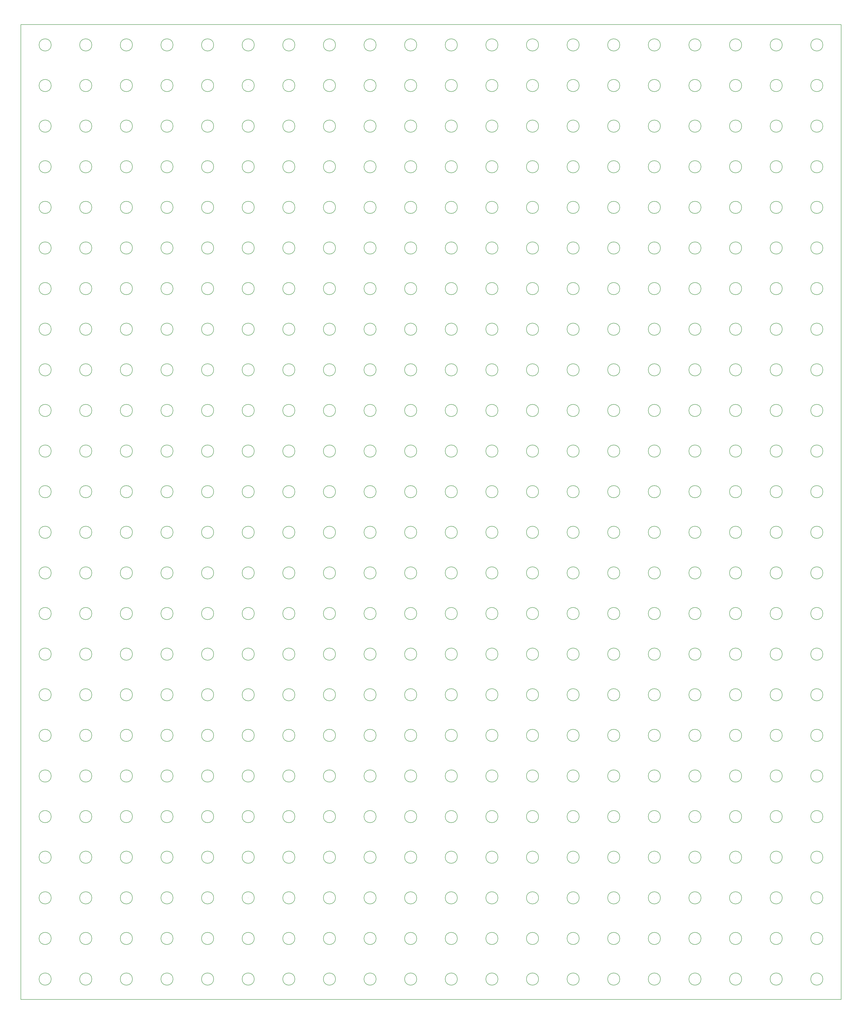
<source format=gbr>
%TF.GenerationSoftware,KiCad,Pcbnew,9.0.1*%
%TF.CreationDate,2025-06-14T00:03:42-03:00*%
%TF.ProjectId,cartelmatriz,63617274-656c-46d6-9174-72697a2e6b69,rev?*%
%TF.SameCoordinates,Original*%
%TF.FileFunction,Profile,NP*%
%FSLAX46Y46*%
G04 Gerber Fmt 4.6, Leading zero omitted, Abs format (unit mm)*
G04 Created by KiCad (PCBNEW 9.0.1) date 2025-06-14 00:03:42*
%MOMM*%
%LPD*%
G01*
G04 APERTURE LIST*
%TA.AperFunction,Profile*%
%ADD10C,0.200000*%
%TD*%
%TA.AperFunction,Profile*%
%ADD11C,0.010050*%
%TD*%
G04 APERTURE END LIST*
D10*
X674083700Y-100173550D02*
G75*
G02*
X669083700Y-100173550I-2500000J0D01*
G01*
X669083700Y-100173550D02*
G75*
G02*
X674083700Y-100173550I2500000J0D01*
G01*
D11*
X588255225Y-16840050D02*
G75*
G02*
X588245175Y-16840050I-5025J0D01*
G01*
X588245175Y-16840050D02*
G75*
G02*
X588255225Y-16840050I5025J0D01*
G01*
X604921925Y-383507450D02*
G75*
G02*
X604911875Y-383507450I-5025J0D01*
G01*
X604911875Y-383507450D02*
G75*
G02*
X604921925Y-383507450I5025J0D01*
G01*
X788255625Y-333507350D02*
G75*
G02*
X788245575Y-333507350I-5025J0D01*
G01*
X788245575Y-333507350D02*
G75*
G02*
X788255625Y-333507350I5025J0D01*
G01*
X754922225Y-16840050D02*
G75*
G02*
X754912175Y-16840050I-5025J0D01*
G01*
X754912175Y-16840050D02*
G75*
G02*
X754922225Y-16840050I5025J0D01*
G01*
X504921725Y-150173650D02*
G75*
G02*
X504911675Y-150173650I-5025J0D01*
G01*
X504911675Y-150173650D02*
G75*
G02*
X504921725Y-150173650I5025J0D01*
G01*
X538255125Y-216840450D02*
G75*
G02*
X538245075Y-216840450I-5025J0D01*
G01*
X538245075Y-216840450D02*
G75*
G02*
X538255125Y-216840450I5025J0D01*
G01*
D10*
X624083600Y-83506850D02*
G75*
G02*
X619083600Y-83506850I-2500000J0D01*
G01*
X619083600Y-83506850D02*
G75*
G02*
X624083600Y-83506850I2500000J0D01*
G01*
D11*
X621588625Y-150173650D02*
G75*
G02*
X621578575Y-150173650I-5025J0D01*
G01*
X621578575Y-150173650D02*
G75*
G02*
X621588625Y-150173650I5025J0D01*
G01*
X571588525Y-16840050D02*
G75*
G02*
X571578475Y-16840050I-5025J0D01*
G01*
X571578475Y-16840050D02*
G75*
G02*
X571588525Y-16840050I5025J0D01*
G01*
X521588425Y-100173550D02*
G75*
G02*
X521578375Y-100173550I-5025J0D01*
G01*
X521578375Y-100173550D02*
G75*
G02*
X521588425Y-100173550I5025J0D01*
G01*
D10*
X624083600Y-266840550D02*
G75*
G02*
X619083600Y-266840550I-2500000J0D01*
G01*
X619083600Y-266840550D02*
G75*
G02*
X624083600Y-266840550I2500000J0D01*
G01*
X557416800Y-50173450D02*
G75*
G02*
X552416800Y-50173450I-2500000J0D01*
G01*
X552416800Y-50173450D02*
G75*
G02*
X557416800Y-50173450I2500000J0D01*
G01*
X524083400Y-350174050D02*
G75*
G02*
X519083400Y-350174050I-2500000J0D01*
G01*
X519083400Y-350174050D02*
G75*
G02*
X524083400Y-350174050I2500000J0D01*
G01*
X740750500Y-16840050D02*
G75*
G02*
X735750500Y-16840050I-2500000J0D01*
G01*
X735750500Y-16840050D02*
G75*
G02*
X740750500Y-16840050I2500000J0D01*
G01*
X757417200Y-116840250D02*
G75*
G02*
X752417200Y-116840250I-2500000J0D01*
G01*
X752417200Y-116840250D02*
G75*
G02*
X757417200Y-116840250I2500000J0D01*
G01*
D11*
X554921825Y-233507150D02*
G75*
G02*
X554911775Y-233507150I-5025J0D01*
G01*
X554911775Y-233507150D02*
G75*
G02*
X554921825Y-233507150I5025J0D01*
G01*
X688255425Y-33506750D02*
G75*
G02*
X688245375Y-33506750I-5025J0D01*
G01*
X688245375Y-33506750D02*
G75*
G02*
X688255425Y-33506750I5025J0D01*
G01*
X771588925Y-33506750D02*
G75*
G02*
X771578875Y-33506750I-5025J0D01*
G01*
X771578875Y-33506750D02*
G75*
G02*
X771588925Y-33506750I5025J0D01*
G01*
D10*
X674083700Y-116840250D02*
G75*
G02*
X669083700Y-116840250I-2500000J0D01*
G01*
X669083700Y-116840250D02*
G75*
G02*
X674083700Y-116840250I2500000J0D01*
G01*
X540750100Y-173350D02*
G75*
G02*
X535750100Y-173350I-2500000J0D01*
G01*
X535750100Y-173350D02*
G75*
G02*
X540750100Y-173350I2500000J0D01*
G01*
X740750500Y-333507350D02*
G75*
G02*
X735750500Y-333507350I-2500000J0D01*
G01*
X735750500Y-333507350D02*
G75*
G02*
X740750500Y-333507350I2500000J0D01*
G01*
X707417100Y-166840350D02*
G75*
G02*
X702417100Y-166840350I-2500000J0D01*
G01*
X702417100Y-166840350D02*
G75*
G02*
X707417100Y-166840350I2500000J0D01*
G01*
D11*
X571588525Y-216840450D02*
G75*
G02*
X571578475Y-216840450I-5025J0D01*
G01*
X571578475Y-216840450D02*
G75*
G02*
X571588525Y-216840450I5025J0D01*
G01*
D10*
X807417300Y-250173850D02*
G75*
G02*
X802417300Y-250173850I-2500000J0D01*
G01*
X802417300Y-250173850D02*
G75*
G02*
X807417300Y-250173850I2500000J0D01*
G01*
D11*
X788255625Y-266840550D02*
G75*
G02*
X788245575Y-266840550I-5025J0D01*
G01*
X788245575Y-266840550D02*
G75*
G02*
X788255625Y-266840550I5025J0D01*
G01*
X738255525Y-100173550D02*
G75*
G02*
X738245475Y-100173550I-5025J0D01*
G01*
X738245475Y-100173550D02*
G75*
G02*
X738255525Y-100173550I5025J0D01*
G01*
D10*
X740750500Y-283507250D02*
G75*
G02*
X735750500Y-283507250I-2500000J0D01*
G01*
X735750500Y-283507250D02*
G75*
G02*
X740750500Y-283507250I2500000J0D01*
G01*
D11*
X804922325Y-233507150D02*
G75*
G02*
X804912275Y-233507150I-5025J0D01*
G01*
X804912275Y-233507150D02*
G75*
G02*
X804922325Y-233507150I5025J0D01*
G01*
D10*
X490750000Y-16840050D02*
G75*
G02*
X485750000Y-16840050I-2500000J0D01*
G01*
X485750000Y-16840050D02*
G75*
G02*
X490750000Y-16840050I2500000J0D01*
G01*
X724083800Y-300173950D02*
G75*
G02*
X719083800Y-300173950I-2500000J0D01*
G01*
X719083800Y-300173950D02*
G75*
G02*
X724083800Y-300173950I2500000J0D01*
G01*
X690750400Y-116840250D02*
G75*
G02*
X685750400Y-116840250I-2500000J0D01*
G01*
X685750400Y-116840250D02*
G75*
G02*
X690750400Y-116840250I2500000J0D01*
G01*
D11*
X804922325Y-316840650D02*
G75*
G02*
X804912275Y-316840650I-5025J0D01*
G01*
X804912275Y-316840650D02*
G75*
G02*
X804922325Y-316840650I5025J0D01*
G01*
X704922125Y-350174050D02*
G75*
G02*
X704912075Y-350174050I-5025J0D01*
G01*
X704912075Y-350174050D02*
G75*
G02*
X704922125Y-350174050I5025J0D01*
G01*
X788255625Y-16840050D02*
G75*
G02*
X788245575Y-16840050I-5025J0D01*
G01*
X788245575Y-16840050D02*
G75*
G02*
X788255625Y-16840050I5025J0D01*
G01*
X638255325Y-383507450D02*
G75*
G02*
X638245275Y-383507450I-5025J0D01*
G01*
X638245275Y-383507450D02*
G75*
G02*
X638255325Y-383507450I5025J0D01*
G01*
X654922025Y-116840250D02*
G75*
G02*
X654911975Y-116840250I-5025J0D01*
G01*
X654911975Y-116840250D02*
G75*
G02*
X654922025Y-116840250I5025J0D01*
G01*
D10*
X807417300Y-150173650D02*
G75*
G02*
X802417300Y-150173650I-2500000J0D01*
G01*
X802417300Y-150173650D02*
G75*
G02*
X807417300Y-150173650I2500000J0D01*
G01*
X724083800Y-116840250D02*
G75*
G02*
X719083800Y-116840250I-2500000J0D01*
G01*
X719083800Y-116840250D02*
G75*
G02*
X724083800Y-116840250I2500000J0D01*
G01*
X640750300Y-283507250D02*
G75*
G02*
X635750300Y-283507250I-2500000J0D01*
G01*
X635750300Y-283507250D02*
G75*
G02*
X640750300Y-283507250I2500000J0D01*
G01*
X607416900Y-250173850D02*
G75*
G02*
X602416900Y-250173850I-2500000J0D01*
G01*
X602416900Y-250173850D02*
G75*
G02*
X607416900Y-250173850I2500000J0D01*
G01*
X574083500Y-166840350D02*
G75*
G02*
X569083500Y-166840350I-2500000J0D01*
G01*
X569083500Y-166840350D02*
G75*
G02*
X574083500Y-166840350I2500000J0D01*
G01*
D11*
X504921725Y-16840050D02*
G75*
G02*
X504911675Y-16840050I-5025J0D01*
G01*
X504911675Y-16840050D02*
G75*
G02*
X504921725Y-16840050I5025J0D01*
G01*
D10*
X690750400Y-366840750D02*
G75*
G02*
X685750400Y-366840750I-2500000J0D01*
G01*
X685750400Y-366840750D02*
G75*
G02*
X690750400Y-366840750I2500000J0D01*
G01*
X490750000Y-66840150D02*
G75*
G02*
X485750000Y-66840150I-2500000J0D01*
G01*
X485750000Y-66840150D02*
G75*
G02*
X490750000Y-66840150I2500000J0D01*
G01*
D11*
X638255325Y-283507250D02*
G75*
G02*
X638245275Y-283507250I-5025J0D01*
G01*
X638245275Y-283507250D02*
G75*
G02*
X638255325Y-283507250I5025J0D01*
G01*
X504921725Y-383507450D02*
G75*
G02*
X504911675Y-383507450I-5025J0D01*
G01*
X504911675Y-383507450D02*
G75*
G02*
X504921725Y-383507450I5025J0D01*
G01*
D10*
X740750500Y-166840350D02*
G75*
G02*
X735750500Y-166840350I-2500000J0D01*
G01*
X735750500Y-166840350D02*
G75*
G02*
X740750500Y-166840350I2500000J0D01*
G01*
D11*
X638255325Y-83506850D02*
G75*
G02*
X638245275Y-83506850I-5025J0D01*
G01*
X638245275Y-83506850D02*
G75*
G02*
X638255325Y-83506850I5025J0D01*
G01*
X688255425Y-166840350D02*
G75*
G02*
X688245375Y-166840350I-5025J0D01*
G01*
X688245375Y-166840350D02*
G75*
G02*
X688255425Y-166840350I5025J0D01*
G01*
X638255325Y-333507350D02*
G75*
G02*
X638245275Y-333507350I-5025J0D01*
G01*
X638245275Y-333507350D02*
G75*
G02*
X638255325Y-333507350I5025J0D01*
G01*
X788255625Y-100173550D02*
G75*
G02*
X788245575Y-100173550I-5025J0D01*
G01*
X788245575Y-100173550D02*
G75*
G02*
X788255625Y-100173550I5025J0D01*
G01*
D10*
X724083800Y-200173750D02*
G75*
G02*
X719083800Y-200173750I-2500000J0D01*
G01*
X719083800Y-200173750D02*
G75*
G02*
X724083800Y-200173750I2500000J0D01*
G01*
X790750600Y-33506750D02*
G75*
G02*
X785750600Y-33506750I-2500000J0D01*
G01*
X785750600Y-33506750D02*
G75*
G02*
X790750600Y-33506750I2500000J0D01*
G01*
X590750200Y-83506850D02*
G75*
G02*
X585750200Y-83506850I-2500000J0D01*
G01*
X585750200Y-83506850D02*
G75*
G02*
X590750200Y-83506850I2500000J0D01*
G01*
X807417300Y-200173750D02*
G75*
G02*
X802417300Y-200173750I-2500000J0D01*
G01*
X802417300Y-200173750D02*
G75*
G02*
X807417300Y-200173750I2500000J0D01*
G01*
D11*
X571588525Y-233507150D02*
G75*
G02*
X571578475Y-233507150I-5025J0D01*
G01*
X571578475Y-233507150D02*
G75*
G02*
X571588525Y-233507150I5025J0D01*
G01*
X638255325Y-150173650D02*
G75*
G02*
X638245275Y-150173650I-5025J0D01*
G01*
X638245275Y-150173650D02*
G75*
G02*
X638255325Y-150173650I5025J0D01*
G01*
X721588825Y-350174050D02*
G75*
G02*
X721578775Y-350174050I-5025J0D01*
G01*
X721578775Y-350174050D02*
G75*
G02*
X721588825Y-350174050I5025J0D01*
G01*
D10*
X557416800Y-233507150D02*
G75*
G02*
X552416800Y-233507150I-2500000J0D01*
G01*
X552416800Y-233507150D02*
G75*
G02*
X557416800Y-233507150I2500000J0D01*
G01*
X490750000Y-233507150D02*
G75*
G02*
X485750000Y-233507150I-2500000J0D01*
G01*
X485750000Y-233507150D02*
G75*
G02*
X490750000Y-233507150I2500000J0D01*
G01*
D11*
X671588725Y-366840750D02*
G75*
G02*
X671578675Y-366840750I-5025J0D01*
G01*
X671578675Y-366840750D02*
G75*
G02*
X671588725Y-366840750I5025J0D01*
G01*
D10*
X490750000Y-173350D02*
G75*
G02*
X485750000Y-173350I-2500000J0D01*
G01*
X485750000Y-173350D02*
G75*
G02*
X490750000Y-173350I2500000J0D01*
G01*
X624083600Y-173350D02*
G75*
G02*
X619083600Y-173350I-2500000J0D01*
G01*
X619083600Y-173350D02*
G75*
G02*
X624083600Y-173350I2500000J0D01*
G01*
X707417100Y-16840050D02*
G75*
G02*
X702417100Y-16840050I-2500000J0D01*
G01*
X702417100Y-16840050D02*
G75*
G02*
X707417100Y-16840050I2500000J0D01*
G01*
D11*
X488255025Y-133506950D02*
G75*
G02*
X488244975Y-133506950I-5025J0D01*
G01*
X488244975Y-133506950D02*
G75*
G02*
X488255025Y-133506950I5025J0D01*
G01*
D10*
X707417100Y-300173950D02*
G75*
G02*
X702417100Y-300173950I-2500000J0D01*
G01*
X702417100Y-300173950D02*
G75*
G02*
X707417100Y-300173950I2500000J0D01*
G01*
D11*
X738255525Y-16840050D02*
G75*
G02*
X738245475Y-16840050I-5025J0D01*
G01*
X738245475Y-16840050D02*
G75*
G02*
X738255525Y-16840050I5025J0D01*
G01*
X538255125Y-150173650D02*
G75*
G02*
X538245075Y-150173650I-5025J0D01*
G01*
X538245075Y-150173650D02*
G75*
G02*
X538255125Y-150173650I5025J0D01*
G01*
X621588625Y-50173450D02*
G75*
G02*
X621578575Y-50173450I-5025J0D01*
G01*
X621578575Y-50173450D02*
G75*
G02*
X621588625Y-50173450I5025J0D01*
G01*
X788255625Y-66840150D02*
G75*
G02*
X788245575Y-66840150I-5025J0D01*
G01*
X788245575Y-66840150D02*
G75*
G02*
X788255625Y-66840150I5025J0D01*
G01*
X521588425Y-66840150D02*
G75*
G02*
X521578375Y-66840150I-5025J0D01*
G01*
X521578375Y-66840150D02*
G75*
G02*
X521588425Y-66840150I5025J0D01*
G01*
X588255225Y-150173650D02*
G75*
G02*
X588245175Y-150173650I-5025J0D01*
G01*
X588245175Y-150173650D02*
G75*
G02*
X588255225Y-150173650I5025J0D01*
G01*
D10*
X807417300Y-366840750D02*
G75*
G02*
X802417300Y-366840750I-2500000J0D01*
G01*
X802417300Y-366840750D02*
G75*
G02*
X807417300Y-366840750I2500000J0D01*
G01*
X524083400Y-300173950D02*
G75*
G02*
X519083400Y-300173950I-2500000J0D01*
G01*
X519083400Y-300173950D02*
G75*
G02*
X524083400Y-300173950I2500000J0D01*
G01*
X657417000Y-266840550D02*
G75*
G02*
X652417000Y-266840550I-2500000J0D01*
G01*
X652417000Y-266840550D02*
G75*
G02*
X657417000Y-266840550I2500000J0D01*
G01*
X740750500Y-50173450D02*
G75*
G02*
X735750500Y-50173450I-2500000J0D01*
G01*
X735750500Y-50173450D02*
G75*
G02*
X740750500Y-50173450I2500000J0D01*
G01*
X790750600Y-183507050D02*
G75*
G02*
X785750600Y-183507050I-2500000J0D01*
G01*
X785750600Y-183507050D02*
G75*
G02*
X790750600Y-183507050I2500000J0D01*
G01*
D11*
X504921725Y-83506850D02*
G75*
G02*
X504911675Y-83506850I-5025J0D01*
G01*
X504911675Y-83506850D02*
G75*
G02*
X504921725Y-83506850I5025J0D01*
G01*
X654922025Y-366840750D02*
G75*
G02*
X654911975Y-366840750I-5025J0D01*
G01*
X654911975Y-366840750D02*
G75*
G02*
X654922025Y-366840750I5025J0D01*
G01*
D10*
X524083400Y-116840250D02*
G75*
G02*
X519083400Y-116840250I-2500000J0D01*
G01*
X519083400Y-116840250D02*
G75*
G02*
X524083400Y-116840250I2500000J0D01*
G01*
D11*
X604921925Y-233507150D02*
G75*
G02*
X604911875Y-233507150I-5025J0D01*
G01*
X604911875Y-233507150D02*
G75*
G02*
X604921925Y-233507150I5025J0D01*
G01*
D10*
X724083800Y-350174050D02*
G75*
G02*
X719083800Y-350174050I-2500000J0D01*
G01*
X719083800Y-350174050D02*
G75*
G02*
X724083800Y-350174050I2500000J0D01*
G01*
X590750200Y-216840450D02*
G75*
G02*
X585750200Y-216840450I-2500000J0D01*
G01*
X585750200Y-216840450D02*
G75*
G02*
X590750200Y-216840450I2500000J0D01*
G01*
D11*
X671588725Y-66840150D02*
G75*
G02*
X671578675Y-66840150I-5025J0D01*
G01*
X671578675Y-66840150D02*
G75*
G02*
X671588725Y-66840150I5025J0D01*
G01*
X654922025Y-233507150D02*
G75*
G02*
X654911975Y-233507150I-5025J0D01*
G01*
X654911975Y-233507150D02*
G75*
G02*
X654922025Y-233507150I5025J0D01*
G01*
X571588525Y-300173950D02*
G75*
G02*
X571578475Y-300173950I-5025J0D01*
G01*
X571578475Y-300173950D02*
G75*
G02*
X571588525Y-300173950I5025J0D01*
G01*
D10*
X540750100Y-266840550D02*
G75*
G02*
X535750100Y-266840550I-2500000J0D01*
G01*
X535750100Y-266840550D02*
G75*
G02*
X540750100Y-266840550I2500000J0D01*
G01*
X707417100Y-316840650D02*
G75*
G02*
X702417100Y-316840650I-2500000J0D01*
G01*
X702417100Y-316840650D02*
G75*
G02*
X707417100Y-316840650I2500000J0D01*
G01*
D11*
X588255225Y-250173850D02*
G75*
G02*
X588245175Y-250173850I-5025J0D01*
G01*
X588245175Y-250173850D02*
G75*
G02*
X588255225Y-250173850I5025J0D01*
G01*
X488255025Y-50173450D02*
G75*
G02*
X488244975Y-50173450I-5025J0D01*
G01*
X488244975Y-50173450D02*
G75*
G02*
X488255025Y-50173450I5025J0D01*
G01*
D10*
X557416800Y-100173550D02*
G75*
G02*
X552416800Y-100173550I-2500000J0D01*
G01*
X552416800Y-100173550D02*
G75*
G02*
X557416800Y-100173550I2500000J0D01*
G01*
D11*
X554921825Y-100173550D02*
G75*
G02*
X554911775Y-100173550I-5025J0D01*
G01*
X554911775Y-100173550D02*
G75*
G02*
X554921825Y-100173550I5025J0D01*
G01*
D10*
X774083900Y-16840050D02*
G75*
G02*
X769083900Y-16840050I-2500000J0D01*
G01*
X769083900Y-16840050D02*
G75*
G02*
X774083900Y-16840050I2500000J0D01*
G01*
X740750500Y-266840550D02*
G75*
G02*
X735750500Y-266840550I-2500000J0D01*
G01*
X735750500Y-266840550D02*
G75*
G02*
X740750500Y-266840550I2500000J0D01*
G01*
X590750200Y-283507250D02*
G75*
G02*
X585750200Y-283507250I-2500000J0D01*
G01*
X585750200Y-283507250D02*
G75*
G02*
X590750200Y-283507250I2500000J0D01*
G01*
X607416900Y-266840550D02*
G75*
G02*
X602416900Y-266840550I-2500000J0D01*
G01*
X602416900Y-266840550D02*
G75*
G02*
X607416900Y-266840550I2500000J0D01*
G01*
D11*
X504921725Y-283507250D02*
G75*
G02*
X504911675Y-283507250I-5025J0D01*
G01*
X504911675Y-283507250D02*
G75*
G02*
X504921725Y-283507250I5025J0D01*
G01*
D10*
X640750300Y-250173850D02*
G75*
G02*
X635750300Y-250173850I-2500000J0D01*
G01*
X635750300Y-250173850D02*
G75*
G02*
X640750300Y-250173850I2500000J0D01*
G01*
X640750300Y-366840750D02*
G75*
G02*
X635750300Y-366840750I-2500000J0D01*
G01*
X635750300Y-366840750D02*
G75*
G02*
X640750300Y-366840750I2500000J0D01*
G01*
X790750600Y-316840650D02*
G75*
G02*
X785750600Y-316840650I-2500000J0D01*
G01*
X785750600Y-316840650D02*
G75*
G02*
X790750600Y-316840650I2500000J0D01*
G01*
D11*
X638255325Y-100173550D02*
G75*
G02*
X638245275Y-100173550I-5025J0D01*
G01*
X638245275Y-100173550D02*
G75*
G02*
X638255325Y-100173550I5025J0D01*
G01*
D10*
X674083700Y-166840350D02*
G75*
G02*
X669083700Y-166840350I-2500000J0D01*
G01*
X669083700Y-166840350D02*
G75*
G02*
X674083700Y-166840350I2500000J0D01*
G01*
X657417000Y-300173950D02*
G75*
G02*
X652417000Y-300173950I-2500000J0D01*
G01*
X652417000Y-300173950D02*
G75*
G02*
X657417000Y-300173950I2500000J0D01*
G01*
D11*
X704922125Y-183507050D02*
G75*
G02*
X704912075Y-183507050I-5025J0D01*
G01*
X704912075Y-183507050D02*
G75*
G02*
X704922125Y-183507050I5025J0D01*
G01*
D10*
X807417300Y-316840650D02*
G75*
G02*
X802417300Y-316840650I-2500000J0D01*
G01*
X802417300Y-316840650D02*
G75*
G02*
X807417300Y-316840650I2500000J0D01*
G01*
D11*
X771588925Y-283507250D02*
G75*
G02*
X771578875Y-283507250I-5025J0D01*
G01*
X771578875Y-283507250D02*
G75*
G02*
X771588925Y-283507250I5025J0D01*
G01*
D10*
X690750400Y-50173450D02*
G75*
G02*
X685750400Y-50173450I-2500000J0D01*
G01*
X685750400Y-50173450D02*
G75*
G02*
X690750400Y-50173450I2500000J0D01*
G01*
D11*
X688255425Y-150173650D02*
G75*
G02*
X688245375Y-150173650I-5025J0D01*
G01*
X688245375Y-150173650D02*
G75*
G02*
X688255425Y-150173650I5025J0D01*
G01*
D10*
X690750400Y-266840550D02*
G75*
G02*
X685750400Y-266840550I-2500000J0D01*
G01*
X685750400Y-266840550D02*
G75*
G02*
X690750400Y-266840550I2500000J0D01*
G01*
D11*
X688255425Y-66840150D02*
G75*
G02*
X688245375Y-66840150I-5025J0D01*
G01*
X688245375Y-66840150D02*
G75*
G02*
X688255425Y-66840150I5025J0D01*
G01*
X621588625Y-166840350D02*
G75*
G02*
X621578575Y-166840350I-5025J0D01*
G01*
X621578575Y-166840350D02*
G75*
G02*
X621588625Y-166840350I5025J0D01*
G01*
D10*
X790750600Y-216840450D02*
G75*
G02*
X785750600Y-216840450I-2500000J0D01*
G01*
X785750600Y-216840450D02*
G75*
G02*
X790750600Y-216840450I2500000J0D01*
G01*
X590750200Y-266840550D02*
G75*
G02*
X585750200Y-266840550I-2500000J0D01*
G01*
X585750200Y-266840550D02*
G75*
G02*
X590750200Y-266840550I2500000J0D01*
G01*
D11*
X588255225Y-100173550D02*
G75*
G02*
X588245175Y-100173550I-5025J0D01*
G01*
X588245175Y-100173550D02*
G75*
G02*
X588255225Y-100173550I5025J0D01*
G01*
D10*
X540750100Y-83506850D02*
G75*
G02*
X535750100Y-83506850I-2500000J0D01*
G01*
X535750100Y-83506850D02*
G75*
G02*
X540750100Y-83506850I2500000J0D01*
G01*
X490750000Y-216840450D02*
G75*
G02*
X485750000Y-216840450I-2500000J0D01*
G01*
X485750000Y-216840450D02*
G75*
G02*
X490750000Y-216840450I2500000J0D01*
G01*
D11*
X738255525Y-216840450D02*
G75*
G02*
X738245475Y-216840450I-5025J0D01*
G01*
X738245475Y-216840450D02*
G75*
G02*
X738255525Y-216840450I5025J0D01*
G01*
D10*
X674083700Y-50173450D02*
G75*
G02*
X669083700Y-50173450I-2500000J0D01*
G01*
X669083700Y-50173450D02*
G75*
G02*
X674083700Y-50173450I2500000J0D01*
G01*
D11*
X754922225Y-100173550D02*
G75*
G02*
X754912175Y-100173550I-5025J0D01*
G01*
X754912175Y-100173550D02*
G75*
G02*
X754922225Y-100173550I5025J0D01*
G01*
D10*
X724083800Y-266840550D02*
G75*
G02*
X719083800Y-266840550I-2500000J0D01*
G01*
X719083800Y-266840550D02*
G75*
G02*
X724083800Y-266840550I2500000J0D01*
G01*
D11*
X521588425Y-350174050D02*
G75*
G02*
X521578375Y-350174050I-5025J0D01*
G01*
X521578375Y-350174050D02*
G75*
G02*
X521588425Y-350174050I5025J0D01*
G01*
D10*
X707417100Y-33506750D02*
G75*
G02*
X702417100Y-33506750I-2500000J0D01*
G01*
X702417100Y-33506750D02*
G75*
G02*
X707417100Y-33506750I2500000J0D01*
G01*
X590750200Y-350174050D02*
G75*
G02*
X585750200Y-350174050I-2500000J0D01*
G01*
X585750200Y-350174050D02*
G75*
G02*
X590750200Y-350174050I2500000J0D01*
G01*
D11*
X721588825Y-133506950D02*
G75*
G02*
X721578775Y-133506950I-5025J0D01*
G01*
X721578775Y-133506950D02*
G75*
G02*
X721588825Y-133506950I5025J0D01*
G01*
D10*
X757417200Y-383507450D02*
G75*
G02*
X752417200Y-383507450I-2500000J0D01*
G01*
X752417200Y-383507450D02*
G75*
G02*
X757417200Y-383507450I2500000J0D01*
G01*
D11*
X804922325Y-350174050D02*
G75*
G02*
X804912275Y-350174050I-5025J0D01*
G01*
X804912275Y-350174050D02*
G75*
G02*
X804922325Y-350174050I5025J0D01*
G01*
X571588525Y-250173850D02*
G75*
G02*
X571578475Y-250173850I-5025J0D01*
G01*
X571578475Y-250173850D02*
G75*
G02*
X571588525Y-250173850I5025J0D01*
G01*
X604921925Y-350174050D02*
G75*
G02*
X604911875Y-350174050I-5025J0D01*
G01*
X604911875Y-350174050D02*
G75*
G02*
X604921925Y-350174050I5025J0D01*
G01*
D10*
X607416900Y-100173550D02*
G75*
G02*
X602416900Y-100173550I-2500000J0D01*
G01*
X602416900Y-100173550D02*
G75*
G02*
X607416900Y-100173550I2500000J0D01*
G01*
D11*
X488255025Y-333507350D02*
G75*
G02*
X488244975Y-333507350I-5025J0D01*
G01*
X488244975Y-333507350D02*
G75*
G02*
X488255025Y-333507350I5025J0D01*
G01*
X721588825Y-116840250D02*
G75*
G02*
X721578775Y-116840250I-5025J0D01*
G01*
X721578775Y-116840250D02*
G75*
G02*
X721588825Y-116840250I5025J0D01*
G01*
X638255325Y-216840450D02*
G75*
G02*
X638245275Y-216840450I-5025J0D01*
G01*
X638245275Y-216840450D02*
G75*
G02*
X638255325Y-216840450I5025J0D01*
G01*
X771588925Y-366840750D02*
G75*
G02*
X771578875Y-366840750I-5025J0D01*
G01*
X771578875Y-366840750D02*
G75*
G02*
X771588925Y-366840750I5025J0D01*
G01*
X554921825Y-383507450D02*
G75*
G02*
X554911775Y-383507450I-5025J0D01*
G01*
X554911775Y-383507450D02*
G75*
G02*
X554921825Y-383507450I5025J0D01*
G01*
D10*
X524083400Y-166840350D02*
G75*
G02*
X519083400Y-166840350I-2500000J0D01*
G01*
X519083400Y-166840350D02*
G75*
G02*
X524083400Y-166840350I2500000J0D01*
G01*
D11*
X621588625Y-173350D02*
G75*
G02*
X621578575Y-173350I-5025J0D01*
G01*
X621578575Y-173350D02*
G75*
G02*
X621588625Y-173350I5025J0D01*
G01*
D10*
X807417300Y-133506950D02*
G75*
G02*
X802417300Y-133506950I-2500000J0D01*
G01*
X802417300Y-133506950D02*
G75*
G02*
X807417300Y-133506950I2500000J0D01*
G01*
D11*
X504921725Y-33506750D02*
G75*
G02*
X504911675Y-33506750I-5025J0D01*
G01*
X504911675Y-33506750D02*
G75*
G02*
X504921725Y-33506750I5025J0D01*
G01*
D10*
X590750200Y-66840150D02*
G75*
G02*
X585750200Y-66840150I-2500000J0D01*
G01*
X585750200Y-66840150D02*
G75*
G02*
X590750200Y-66840150I2500000J0D01*
G01*
X478250000Y8160000D02*
X814917300Y8160000D01*
D11*
X688255425Y-333507350D02*
G75*
G02*
X688245375Y-333507350I-5025J0D01*
G01*
X688245375Y-333507350D02*
G75*
G02*
X688255425Y-333507350I5025J0D01*
G01*
X571588525Y-383507450D02*
G75*
G02*
X571578475Y-383507450I-5025J0D01*
G01*
X571578475Y-383507450D02*
G75*
G02*
X571588525Y-383507450I5025J0D01*
G01*
D10*
X807417300Y-66840150D02*
G75*
G02*
X802417300Y-66840150I-2500000J0D01*
G01*
X802417300Y-66840150D02*
G75*
G02*
X807417300Y-66840150I2500000J0D01*
G01*
X707417100Y-233507150D02*
G75*
G02*
X702417100Y-233507150I-2500000J0D01*
G01*
X702417100Y-233507150D02*
G75*
G02*
X707417100Y-233507150I2500000J0D01*
G01*
D11*
X521588425Y-133506950D02*
G75*
G02*
X521578375Y-133506950I-5025J0D01*
G01*
X521578375Y-133506950D02*
G75*
G02*
X521588425Y-133506950I5025J0D01*
G01*
X804922325Y-133506950D02*
G75*
G02*
X804912275Y-133506950I-5025J0D01*
G01*
X804912275Y-133506950D02*
G75*
G02*
X804922325Y-133506950I5025J0D01*
G01*
D10*
X607416900Y-150173650D02*
G75*
G02*
X602416900Y-150173650I-2500000J0D01*
G01*
X602416900Y-150173650D02*
G75*
G02*
X607416900Y-150173650I2500000J0D01*
G01*
D11*
X521588425Y-316840650D02*
G75*
G02*
X521578375Y-316840650I-5025J0D01*
G01*
X521578375Y-316840650D02*
G75*
G02*
X521588425Y-316840650I5025J0D01*
G01*
X521588425Y-333507350D02*
G75*
G02*
X521578375Y-333507350I-5025J0D01*
G01*
X521578375Y-333507350D02*
G75*
G02*
X521588425Y-333507350I5025J0D01*
G01*
D10*
X624083600Y-150173650D02*
G75*
G02*
X619083600Y-150173650I-2500000J0D01*
G01*
X619083600Y-150173650D02*
G75*
G02*
X624083600Y-150173650I2500000J0D01*
G01*
X607416900Y-83506850D02*
G75*
G02*
X602416900Y-83506850I-2500000J0D01*
G01*
X602416900Y-83506850D02*
G75*
G02*
X607416900Y-83506850I2500000J0D01*
G01*
D11*
X538255125Y-100173550D02*
G75*
G02*
X538245075Y-100173550I-5025J0D01*
G01*
X538245075Y-100173550D02*
G75*
G02*
X538255125Y-100173550I5025J0D01*
G01*
X521588425Y-33506750D02*
G75*
G02*
X521578375Y-33506750I-5025J0D01*
G01*
X521578375Y-33506750D02*
G75*
G02*
X521588425Y-33506750I5025J0D01*
G01*
X521588425Y-366840750D02*
G75*
G02*
X521578375Y-366840750I-5025J0D01*
G01*
X521578375Y-366840750D02*
G75*
G02*
X521588425Y-366840750I5025J0D01*
G01*
X738255525Y-33506750D02*
G75*
G02*
X738245475Y-33506750I-5025J0D01*
G01*
X738245475Y-33506750D02*
G75*
G02*
X738255525Y-33506750I5025J0D01*
G01*
X688255425Y-183507050D02*
G75*
G02*
X688245375Y-183507050I-5025J0D01*
G01*
X688245375Y-183507050D02*
G75*
G02*
X688255425Y-183507050I5025J0D01*
G01*
D10*
X724083800Y-283507250D02*
G75*
G02*
X719083800Y-283507250I-2500000J0D01*
G01*
X719083800Y-283507250D02*
G75*
G02*
X724083800Y-283507250I2500000J0D01*
G01*
X657417000Y-16840050D02*
G75*
G02*
X652417000Y-16840050I-2500000J0D01*
G01*
X652417000Y-16840050D02*
G75*
G02*
X657417000Y-16840050I2500000J0D01*
G01*
D11*
X804922325Y-300173950D02*
G75*
G02*
X804912275Y-300173950I-5025J0D01*
G01*
X804912275Y-300173950D02*
G75*
G02*
X804922325Y-300173950I5025J0D01*
G01*
D10*
X814917300Y-391840800D02*
X478250000Y-391840800D01*
D11*
X604921925Y-200173750D02*
G75*
G02*
X604911875Y-200173750I-5025J0D01*
G01*
X604911875Y-200173750D02*
G75*
G02*
X604921925Y-200173750I5025J0D01*
G01*
X571588525Y-333507350D02*
G75*
G02*
X571578475Y-333507350I-5025J0D01*
G01*
X571578475Y-333507350D02*
G75*
G02*
X571588525Y-333507350I5025J0D01*
G01*
X654922025Y-200173750D02*
G75*
G02*
X654911975Y-200173750I-5025J0D01*
G01*
X654911975Y-200173750D02*
G75*
G02*
X654922025Y-200173750I5025J0D01*
G01*
D10*
X690750400Y-350174050D02*
G75*
G02*
X685750400Y-350174050I-2500000J0D01*
G01*
X685750400Y-350174050D02*
G75*
G02*
X690750400Y-350174050I2500000J0D01*
G01*
D11*
X488255025Y-116840250D02*
G75*
G02*
X488244975Y-116840250I-5025J0D01*
G01*
X488244975Y-116840250D02*
G75*
G02*
X488255025Y-116840250I5025J0D01*
G01*
X571588525Y-183507050D02*
G75*
G02*
X571578475Y-183507050I-5025J0D01*
G01*
X571578475Y-183507050D02*
G75*
G02*
X571588525Y-183507050I5025J0D01*
G01*
D10*
X574083500Y-333507350D02*
G75*
G02*
X569083500Y-333507350I-2500000J0D01*
G01*
X569083500Y-333507350D02*
G75*
G02*
X574083500Y-333507350I2500000J0D01*
G01*
X790750600Y-83506850D02*
G75*
G02*
X785750600Y-83506850I-2500000J0D01*
G01*
X785750600Y-83506850D02*
G75*
G02*
X790750600Y-83506850I2500000J0D01*
G01*
D11*
X488255025Y-33506750D02*
G75*
G02*
X488244975Y-33506750I-5025J0D01*
G01*
X488244975Y-33506750D02*
G75*
G02*
X488255025Y-33506750I5025J0D01*
G01*
D10*
X674083700Y-266840550D02*
G75*
G02*
X669083700Y-266840550I-2500000J0D01*
G01*
X669083700Y-266840550D02*
G75*
G02*
X674083700Y-266840550I2500000J0D01*
G01*
X624083600Y-50173450D02*
G75*
G02*
X619083600Y-50173450I-2500000J0D01*
G01*
X619083600Y-50173450D02*
G75*
G02*
X624083600Y-50173450I2500000J0D01*
G01*
D11*
X738255525Y-250173850D02*
G75*
G02*
X738245475Y-250173850I-5025J0D01*
G01*
X738245475Y-250173850D02*
G75*
G02*
X738255525Y-250173850I5025J0D01*
G01*
D10*
X490750000Y-33506750D02*
G75*
G02*
X485750000Y-33506750I-2500000J0D01*
G01*
X485750000Y-33506750D02*
G75*
G02*
X490750000Y-33506750I2500000J0D01*
G01*
D11*
X788255625Y-166840350D02*
G75*
G02*
X788245575Y-166840350I-5025J0D01*
G01*
X788245575Y-166840350D02*
G75*
G02*
X788255625Y-166840350I5025J0D01*
G01*
D10*
X624083600Y-200173750D02*
G75*
G02*
X619083600Y-200173750I-2500000J0D01*
G01*
X619083600Y-200173750D02*
G75*
G02*
X624083600Y-200173750I2500000J0D01*
G01*
X640750300Y-183507050D02*
G75*
G02*
X635750300Y-183507050I-2500000J0D01*
G01*
X635750300Y-183507050D02*
G75*
G02*
X640750300Y-183507050I2500000J0D01*
G01*
X774083900Y-116840250D02*
G75*
G02*
X769083900Y-116840250I-2500000J0D01*
G01*
X769083900Y-116840250D02*
G75*
G02*
X774083900Y-116840250I2500000J0D01*
G01*
D11*
X488255025Y-250173850D02*
G75*
G02*
X488244975Y-250173850I-5025J0D01*
G01*
X488244975Y-250173850D02*
G75*
G02*
X488255025Y-250173850I5025J0D01*
G01*
X571588525Y-133506950D02*
G75*
G02*
X571578475Y-133506950I-5025J0D01*
G01*
X571578475Y-133506950D02*
G75*
G02*
X571588525Y-133506950I5025J0D01*
G01*
X588255225Y-83506850D02*
G75*
G02*
X588245175Y-83506850I-5025J0D01*
G01*
X588245175Y-83506850D02*
G75*
G02*
X588255225Y-83506850I5025J0D01*
G01*
D10*
X590750200Y-150173650D02*
G75*
G02*
X585750200Y-150173650I-2500000J0D01*
G01*
X585750200Y-150173650D02*
G75*
G02*
X590750200Y-150173650I2500000J0D01*
G01*
D11*
X721588825Y-216840450D02*
G75*
G02*
X721578775Y-216840450I-5025J0D01*
G01*
X721578775Y-216840450D02*
G75*
G02*
X721588825Y-216840450I5025J0D01*
G01*
X804922325Y-266840550D02*
G75*
G02*
X804912275Y-266840550I-5025J0D01*
G01*
X804912275Y-266840550D02*
G75*
G02*
X804922325Y-266840550I5025J0D01*
G01*
D10*
X724083800Y-333507350D02*
G75*
G02*
X719083800Y-333507350I-2500000J0D01*
G01*
X719083800Y-333507350D02*
G75*
G02*
X724083800Y-333507350I2500000J0D01*
G01*
D11*
X688255425Y-200173750D02*
G75*
G02*
X688245375Y-200173750I-5025J0D01*
G01*
X688245375Y-200173750D02*
G75*
G02*
X688255425Y-200173750I5025J0D01*
G01*
X804922325Y-16840050D02*
G75*
G02*
X804912275Y-16840050I-5025J0D01*
G01*
X804912275Y-16840050D02*
G75*
G02*
X804922325Y-16840050I5025J0D01*
G01*
X488255025Y-233507150D02*
G75*
G02*
X488244975Y-233507150I-5025J0D01*
G01*
X488244975Y-233507150D02*
G75*
G02*
X488255025Y-233507150I5025J0D01*
G01*
X638255325Y-300173950D02*
G75*
G02*
X638245275Y-300173950I-5025J0D01*
G01*
X638245275Y-300173950D02*
G75*
G02*
X638255325Y-300173950I5025J0D01*
G01*
X621588625Y-16840050D02*
G75*
G02*
X621578575Y-16840050I-5025J0D01*
G01*
X621578575Y-16840050D02*
G75*
G02*
X621588625Y-16840050I5025J0D01*
G01*
X554921825Y-16840050D02*
G75*
G02*
X554911775Y-16840050I-5025J0D01*
G01*
X554911775Y-16840050D02*
G75*
G02*
X554921825Y-16840050I5025J0D01*
G01*
D10*
X624083600Y-383507450D02*
G75*
G02*
X619083600Y-383507450I-2500000J0D01*
G01*
X619083600Y-383507450D02*
G75*
G02*
X624083600Y-383507450I2500000J0D01*
G01*
D11*
X788255625Y-33506750D02*
G75*
G02*
X788245575Y-33506750I-5025J0D01*
G01*
X788245575Y-33506750D02*
G75*
G02*
X788255625Y-33506750I5025J0D01*
G01*
X571588525Y-33506750D02*
G75*
G02*
X571578475Y-33506750I-5025J0D01*
G01*
X571578475Y-33506750D02*
G75*
G02*
X571588525Y-33506750I5025J0D01*
G01*
D10*
X640750300Y-300173950D02*
G75*
G02*
X635750300Y-300173950I-2500000J0D01*
G01*
X635750300Y-300173950D02*
G75*
G02*
X640750300Y-300173950I2500000J0D01*
G01*
D11*
X554921825Y-33506750D02*
G75*
G02*
X554911775Y-33506750I-5025J0D01*
G01*
X554911775Y-33506750D02*
G75*
G02*
X554921825Y-33506750I5025J0D01*
G01*
D10*
X707417100Y-100173550D02*
G75*
G02*
X702417100Y-100173550I-2500000J0D01*
G01*
X702417100Y-100173550D02*
G75*
G02*
X707417100Y-100173550I2500000J0D01*
G01*
D11*
X754922225Y-166840350D02*
G75*
G02*
X754912175Y-166840350I-5025J0D01*
G01*
X754912175Y-166840350D02*
G75*
G02*
X754922225Y-166840350I5025J0D01*
G01*
X571588525Y-283507250D02*
G75*
G02*
X571578475Y-283507250I-5025J0D01*
G01*
X571578475Y-283507250D02*
G75*
G02*
X571588525Y-283507250I5025J0D01*
G01*
D10*
X607416900Y-183507050D02*
G75*
G02*
X602416900Y-183507050I-2500000J0D01*
G01*
X602416900Y-183507050D02*
G75*
G02*
X607416900Y-183507050I2500000J0D01*
G01*
X707417100Y-200173750D02*
G75*
G02*
X702417100Y-200173750I-2500000J0D01*
G01*
X702417100Y-200173750D02*
G75*
G02*
X707417100Y-200173750I2500000J0D01*
G01*
X774083900Y-150173650D02*
G75*
G02*
X769083900Y-150173650I-2500000J0D01*
G01*
X769083900Y-150173650D02*
G75*
G02*
X774083900Y-150173650I2500000J0D01*
G01*
X757417200Y-283507250D02*
G75*
G02*
X752417200Y-283507250I-2500000J0D01*
G01*
X752417200Y-283507250D02*
G75*
G02*
X757417200Y-283507250I2500000J0D01*
G01*
X640750300Y-316840650D02*
G75*
G02*
X635750300Y-316840650I-2500000J0D01*
G01*
X635750300Y-316840650D02*
G75*
G02*
X640750300Y-316840650I2500000J0D01*
G01*
X524083400Y-250173850D02*
G75*
G02*
X519083400Y-250173850I-2500000J0D01*
G01*
X519083400Y-250173850D02*
G75*
G02*
X524083400Y-250173850I2500000J0D01*
G01*
X674083700Y-200173750D02*
G75*
G02*
X669083700Y-200173750I-2500000J0D01*
G01*
X669083700Y-200173750D02*
G75*
G02*
X674083700Y-200173750I2500000J0D01*
G01*
X774083900Y-250173850D02*
G75*
G02*
X769083900Y-250173850I-2500000J0D01*
G01*
X769083900Y-250173850D02*
G75*
G02*
X774083900Y-250173850I2500000J0D01*
G01*
X574083500Y-133506950D02*
G75*
G02*
X569083500Y-133506950I-2500000J0D01*
G01*
X569083500Y-133506950D02*
G75*
G02*
X574083500Y-133506950I2500000J0D01*
G01*
D11*
X738255525Y-116840250D02*
G75*
G02*
X738245475Y-116840250I-5025J0D01*
G01*
X738245475Y-116840250D02*
G75*
G02*
X738255525Y-116840250I5025J0D01*
G01*
X704922125Y-233507150D02*
G75*
G02*
X704912075Y-233507150I-5025J0D01*
G01*
X704912075Y-233507150D02*
G75*
G02*
X704922125Y-233507150I5025J0D01*
G01*
X688255425Y-116840250D02*
G75*
G02*
X688245375Y-116840250I-5025J0D01*
G01*
X688245375Y-116840250D02*
G75*
G02*
X688255425Y-116840250I5025J0D01*
G01*
D10*
X540750100Y-50173450D02*
G75*
G02*
X535750100Y-50173450I-2500000J0D01*
G01*
X535750100Y-50173450D02*
G75*
G02*
X540750100Y-50173450I2500000J0D01*
G01*
X707417100Y-350174050D02*
G75*
G02*
X702417100Y-350174050I-2500000J0D01*
G01*
X702417100Y-350174050D02*
G75*
G02*
X707417100Y-350174050I2500000J0D01*
G01*
X740750500Y-133506950D02*
G75*
G02*
X735750500Y-133506950I-2500000J0D01*
G01*
X735750500Y-133506950D02*
G75*
G02*
X740750500Y-133506950I2500000J0D01*
G01*
D11*
X788255625Y-50173450D02*
G75*
G02*
X788245575Y-50173450I-5025J0D01*
G01*
X788245575Y-50173450D02*
G75*
G02*
X788255625Y-50173450I5025J0D01*
G01*
X738255525Y-66840150D02*
G75*
G02*
X738245475Y-66840150I-5025J0D01*
G01*
X738245475Y-66840150D02*
G75*
G02*
X738255525Y-66840150I5025J0D01*
G01*
X571588525Y-116840250D02*
G75*
G02*
X571578475Y-116840250I-5025J0D01*
G01*
X571578475Y-116840250D02*
G75*
G02*
X571588525Y-116840250I5025J0D01*
G01*
X788255625Y-173350D02*
G75*
G02*
X788245575Y-173350I-5025J0D01*
G01*
X788245575Y-173350D02*
G75*
G02*
X788255625Y-173350I5025J0D01*
G01*
D10*
X657417000Y-366840750D02*
G75*
G02*
X652417000Y-366840750I-2500000J0D01*
G01*
X652417000Y-366840750D02*
G75*
G02*
X657417000Y-366840750I2500000J0D01*
G01*
D11*
X754922225Y-50173450D02*
G75*
G02*
X754912175Y-50173450I-5025J0D01*
G01*
X754912175Y-50173450D02*
G75*
G02*
X754922225Y-50173450I5025J0D01*
G01*
D10*
X707417100Y-283507250D02*
G75*
G02*
X702417100Y-283507250I-2500000J0D01*
G01*
X702417100Y-283507250D02*
G75*
G02*
X707417100Y-283507250I2500000J0D01*
G01*
X624083600Y-283507250D02*
G75*
G02*
X619083600Y-283507250I-2500000J0D01*
G01*
X619083600Y-283507250D02*
G75*
G02*
X624083600Y-283507250I2500000J0D01*
G01*
X490750000Y-166840350D02*
G75*
G02*
X485750000Y-166840350I-2500000J0D01*
G01*
X485750000Y-166840350D02*
G75*
G02*
X490750000Y-166840350I2500000J0D01*
G01*
X757417200Y-166840350D02*
G75*
G02*
X752417200Y-166840350I-2500000J0D01*
G01*
X752417200Y-166840350D02*
G75*
G02*
X757417200Y-166840350I2500000J0D01*
G01*
X540750100Y-183507050D02*
G75*
G02*
X535750100Y-183507050I-2500000J0D01*
G01*
X535750100Y-183507050D02*
G75*
G02*
X540750100Y-183507050I2500000J0D01*
G01*
X807417300Y-173350D02*
G75*
G02*
X802417300Y-173350I-2500000J0D01*
G01*
X802417300Y-173350D02*
G75*
G02*
X807417300Y-173350I2500000J0D01*
G01*
X507416700Y-283507250D02*
G75*
G02*
X502416700Y-283507250I-2500000J0D01*
G01*
X502416700Y-283507250D02*
G75*
G02*
X507416700Y-283507250I2500000J0D01*
G01*
X624083600Y-250173850D02*
G75*
G02*
X619083600Y-250173850I-2500000J0D01*
G01*
X619083600Y-250173850D02*
G75*
G02*
X624083600Y-250173850I2500000J0D01*
G01*
D11*
X488255025Y-300173950D02*
G75*
G02*
X488244975Y-300173950I-5025J0D01*
G01*
X488244975Y-300173950D02*
G75*
G02*
X488255025Y-300173950I5025J0D01*
G01*
X638255325Y-183507050D02*
G75*
G02*
X638245275Y-183507050I-5025J0D01*
G01*
X638245275Y-183507050D02*
G75*
G02*
X638255325Y-183507050I5025J0D01*
G01*
D10*
X657417000Y-100173550D02*
G75*
G02*
X652417000Y-100173550I-2500000J0D01*
G01*
X652417000Y-100173550D02*
G75*
G02*
X657417000Y-100173550I2500000J0D01*
G01*
D11*
X488255025Y-100173550D02*
G75*
G02*
X488244975Y-100173550I-5025J0D01*
G01*
X488244975Y-100173550D02*
G75*
G02*
X488255025Y-100173550I5025J0D01*
G01*
D10*
X490750000Y-266840550D02*
G75*
G02*
X485750000Y-266840550I-2500000J0D01*
G01*
X485750000Y-266840550D02*
G75*
G02*
X490750000Y-266840550I2500000J0D01*
G01*
X607416900Y-216840450D02*
G75*
G02*
X602416900Y-216840450I-2500000J0D01*
G01*
X602416900Y-216840450D02*
G75*
G02*
X607416900Y-216840450I2500000J0D01*
G01*
X774083900Y-216840450D02*
G75*
G02*
X769083900Y-216840450I-2500000J0D01*
G01*
X769083900Y-216840450D02*
G75*
G02*
X774083900Y-216840450I2500000J0D01*
G01*
X540750100Y-216840450D02*
G75*
G02*
X535750100Y-216840450I-2500000J0D01*
G01*
X535750100Y-216840450D02*
G75*
G02*
X540750100Y-216840450I2500000J0D01*
G01*
D11*
X654922025Y-266840550D02*
G75*
G02*
X654911975Y-266840550I-5025J0D01*
G01*
X654911975Y-266840550D02*
G75*
G02*
X654922025Y-266840550I5025J0D01*
G01*
D10*
X757417200Y-333507350D02*
G75*
G02*
X752417200Y-333507350I-2500000J0D01*
G01*
X752417200Y-333507350D02*
G75*
G02*
X757417200Y-333507350I2500000J0D01*
G01*
D11*
X771588925Y-216840450D02*
G75*
G02*
X771578875Y-216840450I-5025J0D01*
G01*
X771578875Y-216840450D02*
G75*
G02*
X771588925Y-216840450I5025J0D01*
G01*
D10*
X807417300Y-116840250D02*
G75*
G02*
X802417300Y-116840250I-2500000J0D01*
G01*
X802417300Y-116840250D02*
G75*
G02*
X807417300Y-116840250I2500000J0D01*
G01*
D11*
X788255625Y-183507050D02*
G75*
G02*
X788245575Y-183507050I-5025J0D01*
G01*
X788245575Y-183507050D02*
G75*
G02*
X788255625Y-183507050I5025J0D01*
G01*
D10*
X690750400Y-66840150D02*
G75*
G02*
X685750400Y-66840150I-2500000J0D01*
G01*
X685750400Y-66840150D02*
G75*
G02*
X690750400Y-66840150I2500000J0D01*
G01*
D11*
X738255525Y-283507250D02*
G75*
G02*
X738245475Y-283507250I-5025J0D01*
G01*
X738245475Y-283507250D02*
G75*
G02*
X738255525Y-283507250I5025J0D01*
G01*
X621588625Y-383507450D02*
G75*
G02*
X621578575Y-383507450I-5025J0D01*
G01*
X621578575Y-383507450D02*
G75*
G02*
X621588625Y-383507450I5025J0D01*
G01*
D10*
X657417000Y-50173450D02*
G75*
G02*
X652417000Y-50173450I-2500000J0D01*
G01*
X652417000Y-50173450D02*
G75*
G02*
X657417000Y-50173450I2500000J0D01*
G01*
X540750100Y-333507350D02*
G75*
G02*
X535750100Y-333507350I-2500000J0D01*
G01*
X535750100Y-333507350D02*
G75*
G02*
X540750100Y-333507350I2500000J0D01*
G01*
D11*
X671588725Y-150173650D02*
G75*
G02*
X671578675Y-150173650I-5025J0D01*
G01*
X671578675Y-150173650D02*
G75*
G02*
X671588725Y-150173650I5025J0D01*
G01*
D10*
X624083600Y-66840150D02*
G75*
G02*
X619083600Y-66840150I-2500000J0D01*
G01*
X619083600Y-66840150D02*
G75*
G02*
X624083600Y-66840150I2500000J0D01*
G01*
X640750300Y-150173650D02*
G75*
G02*
X635750300Y-150173650I-2500000J0D01*
G01*
X635750300Y-150173650D02*
G75*
G02*
X640750300Y-150173650I2500000J0D01*
G01*
D11*
X771588925Y-16840050D02*
G75*
G02*
X771578875Y-16840050I-5025J0D01*
G01*
X771578875Y-16840050D02*
G75*
G02*
X771588925Y-16840050I5025J0D01*
G01*
D10*
X790750600Y-200173750D02*
G75*
G02*
X785750600Y-200173750I-2500000J0D01*
G01*
X785750600Y-200173750D02*
G75*
G02*
X790750600Y-200173750I2500000J0D01*
G01*
D11*
X654922025Y-16840050D02*
G75*
G02*
X654911975Y-16840050I-5025J0D01*
G01*
X654911975Y-16840050D02*
G75*
G02*
X654922025Y-16840050I5025J0D01*
G01*
D10*
X607416900Y-383507450D02*
G75*
G02*
X602416900Y-383507450I-2500000J0D01*
G01*
X602416900Y-383507450D02*
G75*
G02*
X607416900Y-383507450I2500000J0D01*
G01*
X740750500Y-150173650D02*
G75*
G02*
X735750500Y-150173650I-2500000J0D01*
G01*
X735750500Y-150173650D02*
G75*
G02*
X740750500Y-150173650I2500000J0D01*
G01*
X640750300Y-383507450D02*
G75*
G02*
X635750300Y-383507450I-2500000J0D01*
G01*
X635750300Y-383507450D02*
G75*
G02*
X640750300Y-383507450I2500000J0D01*
G01*
X807417300Y-166840350D02*
G75*
G02*
X802417300Y-166840350I-2500000J0D01*
G01*
X802417300Y-166840350D02*
G75*
G02*
X807417300Y-166840350I2500000J0D01*
G01*
X540750100Y-350174050D02*
G75*
G02*
X535750100Y-350174050I-2500000J0D01*
G01*
X535750100Y-350174050D02*
G75*
G02*
X540750100Y-350174050I2500000J0D01*
G01*
X590750200Y-16840050D02*
G75*
G02*
X585750200Y-16840050I-2500000J0D01*
G01*
X585750200Y-16840050D02*
G75*
G02*
X590750200Y-16840050I2500000J0D01*
G01*
X640750300Y-16840050D02*
G75*
G02*
X635750300Y-16840050I-2500000J0D01*
G01*
X635750300Y-16840050D02*
G75*
G02*
X640750300Y-16840050I2500000J0D01*
G01*
X657417000Y-216840450D02*
G75*
G02*
X652417000Y-216840450I-2500000J0D01*
G01*
X652417000Y-216840450D02*
G75*
G02*
X657417000Y-216840450I2500000J0D01*
G01*
X674083700Y-300173950D02*
G75*
G02*
X669083700Y-300173950I-2500000J0D01*
G01*
X669083700Y-300173950D02*
G75*
G02*
X674083700Y-300173950I2500000J0D01*
G01*
X757417200Y-366840750D02*
G75*
G02*
X752417200Y-366840750I-2500000J0D01*
G01*
X752417200Y-366840750D02*
G75*
G02*
X757417200Y-366840750I2500000J0D01*
G01*
D11*
X488255025Y-383507450D02*
G75*
G02*
X488244975Y-383507450I-5025J0D01*
G01*
X488244975Y-383507450D02*
G75*
G02*
X488255025Y-383507450I5025J0D01*
G01*
X704922125Y-166840350D02*
G75*
G02*
X704912075Y-166840350I-5025J0D01*
G01*
X704912075Y-166840350D02*
G75*
G02*
X704922125Y-166840350I5025J0D01*
G01*
X571588525Y-100173550D02*
G75*
G02*
X571578475Y-100173550I-5025J0D01*
G01*
X571578475Y-100173550D02*
G75*
G02*
X571588525Y-100173550I5025J0D01*
G01*
X771588925Y-266840550D02*
G75*
G02*
X771578875Y-266840550I-5025J0D01*
G01*
X771578875Y-266840550D02*
G75*
G02*
X771588925Y-266840550I5025J0D01*
G01*
X621588625Y-216840450D02*
G75*
G02*
X621578575Y-216840450I-5025J0D01*
G01*
X621578575Y-216840450D02*
G75*
G02*
X621588625Y-216840450I5025J0D01*
G01*
X571588525Y-83506850D02*
G75*
G02*
X571578475Y-83506850I-5025J0D01*
G01*
X571578475Y-83506850D02*
G75*
G02*
X571588525Y-83506850I5025J0D01*
G01*
D10*
X557416800Y-283507250D02*
G75*
G02*
X552416800Y-283507250I-2500000J0D01*
G01*
X552416800Y-283507250D02*
G75*
G02*
X557416800Y-283507250I2500000J0D01*
G01*
X557416800Y-316840650D02*
G75*
G02*
X552416800Y-316840650I-2500000J0D01*
G01*
X552416800Y-316840650D02*
G75*
G02*
X557416800Y-316840650I2500000J0D01*
G01*
X724083800Y-316840650D02*
G75*
G02*
X719083800Y-316840650I-2500000J0D01*
G01*
X719083800Y-316840650D02*
G75*
G02*
X724083800Y-316840650I2500000J0D01*
G01*
D11*
X788255625Y-133506950D02*
G75*
G02*
X788245575Y-133506950I-5025J0D01*
G01*
X788245575Y-133506950D02*
G75*
G02*
X788255625Y-133506950I5025J0D01*
G01*
X704922125Y-100173550D02*
G75*
G02*
X704912075Y-100173550I-5025J0D01*
G01*
X704912075Y-100173550D02*
G75*
G02*
X704922125Y-100173550I5025J0D01*
G01*
D10*
X774083900Y-166840350D02*
G75*
G02*
X769083900Y-166840350I-2500000J0D01*
G01*
X769083900Y-166840350D02*
G75*
G02*
X774083900Y-166840350I2500000J0D01*
G01*
D11*
X704922125Y-16840050D02*
G75*
G02*
X704912075Y-16840050I-5025J0D01*
G01*
X704912075Y-16840050D02*
G75*
G02*
X704922125Y-16840050I5025J0D01*
G01*
D10*
X740750500Y-250173850D02*
G75*
G02*
X735750500Y-250173850I-2500000J0D01*
G01*
X735750500Y-250173850D02*
G75*
G02*
X740750500Y-250173850I2500000J0D01*
G01*
X507416700Y-200173750D02*
G75*
G02*
X502416700Y-200173750I-2500000J0D01*
G01*
X502416700Y-200173750D02*
G75*
G02*
X507416700Y-200173750I2500000J0D01*
G01*
X707417100Y-366840750D02*
G75*
G02*
X702417100Y-366840750I-2500000J0D01*
G01*
X702417100Y-366840750D02*
G75*
G02*
X707417100Y-366840750I2500000J0D01*
G01*
D11*
X538255125Y-200173750D02*
G75*
G02*
X538245075Y-200173750I-5025J0D01*
G01*
X538245075Y-200173750D02*
G75*
G02*
X538255125Y-200173750I5025J0D01*
G01*
X704922125Y-333507350D02*
G75*
G02*
X704912075Y-333507350I-5025J0D01*
G01*
X704912075Y-333507350D02*
G75*
G02*
X704922125Y-333507350I5025J0D01*
G01*
X688255425Y-383507450D02*
G75*
G02*
X688245375Y-383507450I-5025J0D01*
G01*
X688245375Y-383507450D02*
G75*
G02*
X688255425Y-383507450I5025J0D01*
G01*
X604921925Y-183507050D02*
G75*
G02*
X604911875Y-183507050I-5025J0D01*
G01*
X604911875Y-183507050D02*
G75*
G02*
X604921925Y-183507050I5025J0D01*
G01*
X704922125Y-383507450D02*
G75*
G02*
X704912075Y-383507450I-5025J0D01*
G01*
X704912075Y-383507450D02*
G75*
G02*
X704922125Y-383507450I5025J0D01*
G01*
D10*
X757417200Y-300173950D02*
G75*
G02*
X752417200Y-300173950I-2500000J0D01*
G01*
X752417200Y-300173950D02*
G75*
G02*
X757417200Y-300173950I2500000J0D01*
G01*
X624083600Y-183507050D02*
G75*
G02*
X619083600Y-183507050I-2500000J0D01*
G01*
X619083600Y-183507050D02*
G75*
G02*
X624083600Y-183507050I2500000J0D01*
G01*
D11*
X788255625Y-200173750D02*
G75*
G02*
X788245575Y-200173750I-5025J0D01*
G01*
X788245575Y-200173750D02*
G75*
G02*
X788255625Y-200173750I5025J0D01*
G01*
D10*
X490750000Y-200173750D02*
G75*
G02*
X485750000Y-200173750I-2500000J0D01*
G01*
X485750000Y-200173750D02*
G75*
G02*
X490750000Y-200173750I2500000J0D01*
G01*
X757417200Y-233507150D02*
G75*
G02*
X752417200Y-233507150I-2500000J0D01*
G01*
X752417200Y-233507150D02*
G75*
G02*
X757417200Y-233507150I2500000J0D01*
G01*
X557416800Y-33506750D02*
G75*
G02*
X552416800Y-33506750I-2500000J0D01*
G01*
X552416800Y-33506750D02*
G75*
G02*
X557416800Y-33506750I2500000J0D01*
G01*
X640750300Y-216840450D02*
G75*
G02*
X635750300Y-216840450I-2500000J0D01*
G01*
X635750300Y-216840450D02*
G75*
G02*
X640750300Y-216840450I2500000J0D01*
G01*
X640750300Y-100173550D02*
G75*
G02*
X635750300Y-100173550I-2500000J0D01*
G01*
X635750300Y-100173550D02*
G75*
G02*
X640750300Y-100173550I2500000J0D01*
G01*
X790750600Y-100173550D02*
G75*
G02*
X785750600Y-100173550I-2500000J0D01*
G01*
X785750600Y-100173550D02*
G75*
G02*
X790750600Y-100173550I2500000J0D01*
G01*
X757417200Y-133506950D02*
G75*
G02*
X752417200Y-133506950I-2500000J0D01*
G01*
X752417200Y-133506950D02*
G75*
G02*
X757417200Y-133506950I2500000J0D01*
G01*
D11*
X721588825Y-300173950D02*
G75*
G02*
X721578775Y-300173950I-5025J0D01*
G01*
X721578775Y-300173950D02*
G75*
G02*
X721588825Y-300173950I5025J0D01*
G01*
D10*
X574083500Y-250173850D02*
G75*
G02*
X569083500Y-250173850I-2500000J0D01*
G01*
X569083500Y-250173850D02*
G75*
G02*
X574083500Y-250173850I2500000J0D01*
G01*
X524083400Y-316840650D02*
G75*
G02*
X519083400Y-316840650I-2500000J0D01*
G01*
X519083400Y-316840650D02*
G75*
G02*
X524083400Y-316840650I2500000J0D01*
G01*
X690750400Y-283507250D02*
G75*
G02*
X685750400Y-283507250I-2500000J0D01*
G01*
X685750400Y-283507250D02*
G75*
G02*
X690750400Y-283507250I2500000J0D01*
G01*
D11*
X538255125Y-316840650D02*
G75*
G02*
X538245075Y-316840650I-5025J0D01*
G01*
X538245075Y-316840650D02*
G75*
G02*
X538255125Y-316840650I5025J0D01*
G01*
D10*
X524083400Y-366840750D02*
G75*
G02*
X519083400Y-366840750I-2500000J0D01*
G01*
X519083400Y-366840750D02*
G75*
G02*
X524083400Y-366840750I2500000J0D01*
G01*
X590750200Y-250173850D02*
G75*
G02*
X585750200Y-250173850I-2500000J0D01*
G01*
X585750200Y-250173850D02*
G75*
G02*
X590750200Y-250173850I2500000J0D01*
G01*
D11*
X754922225Y-183507050D02*
G75*
G02*
X754912175Y-183507050I-5025J0D01*
G01*
X754912175Y-183507050D02*
G75*
G02*
X754922225Y-183507050I5025J0D01*
G01*
D10*
X507416700Y-250173850D02*
G75*
G02*
X502416700Y-250173850I-2500000J0D01*
G01*
X502416700Y-250173850D02*
G75*
G02*
X507416700Y-250173850I2500000J0D01*
G01*
D11*
X754922225Y-150173650D02*
G75*
G02*
X754912175Y-150173650I-5025J0D01*
G01*
X754912175Y-150173650D02*
G75*
G02*
X754922225Y-150173650I5025J0D01*
G01*
D10*
X590750200Y-100173550D02*
G75*
G02*
X585750200Y-100173550I-2500000J0D01*
G01*
X585750200Y-100173550D02*
G75*
G02*
X590750200Y-100173550I2500000J0D01*
G01*
D11*
X788255625Y-300173950D02*
G75*
G02*
X788245575Y-300173950I-5025J0D01*
G01*
X788245575Y-300173950D02*
G75*
G02*
X788255625Y-300173950I5025J0D01*
G01*
X504921725Y-333507350D02*
G75*
G02*
X504911675Y-333507350I-5025J0D01*
G01*
X504911675Y-333507350D02*
G75*
G02*
X504921725Y-333507350I5025J0D01*
G01*
D10*
X657417000Y-150173650D02*
G75*
G02*
X652417000Y-150173650I-2500000J0D01*
G01*
X652417000Y-150173650D02*
G75*
G02*
X657417000Y-150173650I2500000J0D01*
G01*
X524083400Y-333507350D02*
G75*
G02*
X519083400Y-333507350I-2500000J0D01*
G01*
X519083400Y-333507350D02*
G75*
G02*
X524083400Y-333507350I2500000J0D01*
G01*
D11*
X504921725Y-116840250D02*
G75*
G02*
X504911675Y-116840250I-5025J0D01*
G01*
X504911675Y-116840250D02*
G75*
G02*
X504921725Y-116840250I5025J0D01*
G01*
D10*
X490750000Y-50173450D02*
G75*
G02*
X485750000Y-50173450I-2500000J0D01*
G01*
X485750000Y-50173450D02*
G75*
G02*
X490750000Y-50173450I2500000J0D01*
G01*
X607416900Y-200173750D02*
G75*
G02*
X602416900Y-200173750I-2500000J0D01*
G01*
X602416900Y-200173750D02*
G75*
G02*
X607416900Y-200173750I2500000J0D01*
G01*
X790750600Y-350174050D02*
G75*
G02*
X785750600Y-350174050I-2500000J0D01*
G01*
X785750600Y-350174050D02*
G75*
G02*
X790750600Y-350174050I2500000J0D01*
G01*
X507416700Y-366840750D02*
G75*
G02*
X502416700Y-366840750I-2500000J0D01*
G01*
X502416700Y-366840750D02*
G75*
G02*
X507416700Y-366840750I2500000J0D01*
G01*
D11*
X504921725Y-66840150D02*
G75*
G02*
X504911675Y-66840150I-5025J0D01*
G01*
X504911675Y-66840150D02*
G75*
G02*
X504921725Y-66840150I5025J0D01*
G01*
D10*
X640750300Y-133506950D02*
G75*
G02*
X635750300Y-133506950I-2500000J0D01*
G01*
X635750300Y-133506950D02*
G75*
G02*
X640750300Y-133506950I2500000J0D01*
G01*
X490750000Y-250173850D02*
G75*
G02*
X485750000Y-250173850I-2500000J0D01*
G01*
X485750000Y-250173850D02*
G75*
G02*
X490750000Y-250173850I2500000J0D01*
G01*
D11*
X688255425Y-300173950D02*
G75*
G02*
X688245375Y-300173950I-5025J0D01*
G01*
X688245375Y-300173950D02*
G75*
G02*
X688255425Y-300173950I5025J0D01*
G01*
D10*
X524083400Y-100173550D02*
G75*
G02*
X519083400Y-100173550I-2500000J0D01*
G01*
X519083400Y-100173550D02*
G75*
G02*
X524083400Y-100173550I2500000J0D01*
G01*
X790750600Y-383507450D02*
G75*
G02*
X785750600Y-383507450I-2500000J0D01*
G01*
X785750600Y-383507450D02*
G75*
G02*
X790750600Y-383507450I2500000J0D01*
G01*
D11*
X571588525Y-316840650D02*
G75*
G02*
X571578475Y-316840650I-5025J0D01*
G01*
X571578475Y-316840650D02*
G75*
G02*
X571588525Y-316840650I5025J0D01*
G01*
D10*
X507416700Y-173350D02*
G75*
G02*
X502416700Y-173350I-2500000J0D01*
G01*
X502416700Y-173350D02*
G75*
G02*
X507416700Y-173350I2500000J0D01*
G01*
X490750000Y-150173650D02*
G75*
G02*
X485750000Y-150173650I-2500000J0D01*
G01*
X485750000Y-150173650D02*
G75*
G02*
X490750000Y-150173650I2500000J0D01*
G01*
D11*
X604921925Y-83506850D02*
G75*
G02*
X604911875Y-83506850I-5025J0D01*
G01*
X604911875Y-83506850D02*
G75*
G02*
X604921925Y-83506850I5025J0D01*
G01*
X571588525Y-150173650D02*
G75*
G02*
X571578475Y-150173650I-5025J0D01*
G01*
X571578475Y-150173650D02*
G75*
G02*
X571588525Y-150173650I5025J0D01*
G01*
X554921825Y-50173450D02*
G75*
G02*
X554911775Y-50173450I-5025J0D01*
G01*
X554911775Y-50173450D02*
G75*
G02*
X554921825Y-50173450I5025J0D01*
G01*
X604921925Y-133506950D02*
G75*
G02*
X604911875Y-133506950I-5025J0D01*
G01*
X604911875Y-133506950D02*
G75*
G02*
X604921925Y-133506950I5025J0D01*
G01*
X738255525Y-83506850D02*
G75*
G02*
X738245475Y-83506850I-5025J0D01*
G01*
X738245475Y-83506850D02*
G75*
G02*
X738255525Y-83506850I5025J0D01*
G01*
D10*
X557416800Y-66840150D02*
G75*
G02*
X552416800Y-66840150I-2500000J0D01*
G01*
X552416800Y-66840150D02*
G75*
G02*
X557416800Y-66840150I2500000J0D01*
G01*
X707417100Y-116840250D02*
G75*
G02*
X702417100Y-116840250I-2500000J0D01*
G01*
X702417100Y-116840250D02*
G75*
G02*
X707417100Y-116840250I2500000J0D01*
G01*
X724083800Y-166840350D02*
G75*
G02*
X719083800Y-166840350I-2500000J0D01*
G01*
X719083800Y-166840350D02*
G75*
G02*
X724083800Y-166840350I2500000J0D01*
G01*
D11*
X804922325Y-66840150D02*
G75*
G02*
X804912275Y-66840150I-5025J0D01*
G01*
X804912275Y-66840150D02*
G75*
G02*
X804922325Y-66840150I5025J0D01*
G01*
D10*
X790750600Y-300173950D02*
G75*
G02*
X785750600Y-300173950I-2500000J0D01*
G01*
X785750600Y-300173950D02*
G75*
G02*
X790750600Y-300173950I2500000J0D01*
G01*
D11*
X804922325Y-216840450D02*
G75*
G02*
X804912275Y-216840450I-5025J0D01*
G01*
X804912275Y-216840450D02*
G75*
G02*
X804922325Y-216840450I5025J0D01*
G01*
X671588725Y-300173950D02*
G75*
G02*
X671578675Y-300173950I-5025J0D01*
G01*
X671578675Y-300173950D02*
G75*
G02*
X671588725Y-300173950I5025J0D01*
G01*
X654922025Y-66840150D02*
G75*
G02*
X654911975Y-66840150I-5025J0D01*
G01*
X654911975Y-66840150D02*
G75*
G02*
X654922025Y-66840150I5025J0D01*
G01*
D10*
X607416900Y-283507250D02*
G75*
G02*
X602416900Y-283507250I-2500000J0D01*
G01*
X602416900Y-283507250D02*
G75*
G02*
X607416900Y-283507250I2500000J0D01*
G01*
D11*
X554921825Y-300173950D02*
G75*
G02*
X554911775Y-300173950I-5025J0D01*
G01*
X554911775Y-300173950D02*
G75*
G02*
X554921825Y-300173950I5025J0D01*
G01*
D10*
X624083600Y-16840050D02*
G75*
G02*
X619083600Y-16840050I-2500000J0D01*
G01*
X619083600Y-16840050D02*
G75*
G02*
X624083600Y-16840050I2500000J0D01*
G01*
D11*
X654922025Y-83506850D02*
G75*
G02*
X654911975Y-83506850I-5025J0D01*
G01*
X654911975Y-83506850D02*
G75*
G02*
X654922025Y-83506850I5025J0D01*
G01*
X671588725Y-250173850D02*
G75*
G02*
X671578675Y-250173850I-5025J0D01*
G01*
X671578675Y-250173850D02*
G75*
G02*
X671588725Y-250173850I5025J0D01*
G01*
X704922125Y-316840650D02*
G75*
G02*
X704912075Y-316840650I-5025J0D01*
G01*
X704912075Y-316840650D02*
G75*
G02*
X704922125Y-316840650I5025J0D01*
G01*
X721588825Y-316840650D02*
G75*
G02*
X721578775Y-316840650I-5025J0D01*
G01*
X721578775Y-316840650D02*
G75*
G02*
X721588825Y-316840650I5025J0D01*
G01*
X771588925Y-116840250D02*
G75*
G02*
X771578875Y-116840250I-5025J0D01*
G01*
X771578875Y-116840250D02*
G75*
G02*
X771588925Y-116840250I5025J0D01*
G01*
D10*
X640750300Y-173350D02*
G75*
G02*
X635750300Y-173350I-2500000J0D01*
G01*
X635750300Y-173350D02*
G75*
G02*
X640750300Y-173350I2500000J0D01*
G01*
X557416800Y-183507050D02*
G75*
G02*
X552416800Y-183507050I-2500000J0D01*
G01*
X552416800Y-183507050D02*
G75*
G02*
X557416800Y-183507050I2500000J0D01*
G01*
D11*
X688255425Y-83506850D02*
G75*
G02*
X688245375Y-83506850I-5025J0D01*
G01*
X688245375Y-83506850D02*
G75*
G02*
X688255425Y-83506850I5025J0D01*
G01*
D10*
X757417200Y-183507050D02*
G75*
G02*
X752417200Y-183507050I-2500000J0D01*
G01*
X752417200Y-183507050D02*
G75*
G02*
X757417200Y-183507050I2500000J0D01*
G01*
D11*
X504921725Y-133506950D02*
G75*
G02*
X504911675Y-133506950I-5025J0D01*
G01*
X504911675Y-133506950D02*
G75*
G02*
X504921725Y-133506950I5025J0D01*
G01*
X638255325Y-133506950D02*
G75*
G02*
X638245275Y-133506950I-5025J0D01*
G01*
X638245275Y-133506950D02*
G75*
G02*
X638255325Y-133506950I5025J0D01*
G01*
X804922325Y-200173750D02*
G75*
G02*
X804912275Y-200173750I-5025J0D01*
G01*
X804912275Y-200173750D02*
G75*
G02*
X804922325Y-200173750I5025J0D01*
G01*
X688255425Y-216840450D02*
G75*
G02*
X688245375Y-216840450I-5025J0D01*
G01*
X688245375Y-216840450D02*
G75*
G02*
X688255425Y-216840450I5025J0D01*
G01*
X654922025Y-183507050D02*
G75*
G02*
X654911975Y-183507050I-5025J0D01*
G01*
X654911975Y-183507050D02*
G75*
G02*
X654922025Y-183507050I5025J0D01*
G01*
X488255025Y-266840550D02*
G75*
G02*
X488244975Y-266840550I-5025J0D01*
G01*
X488244975Y-266840550D02*
G75*
G02*
X488255025Y-266840550I5025J0D01*
G01*
X671588725Y-233507150D02*
G75*
G02*
X671578675Y-233507150I-5025J0D01*
G01*
X671578675Y-233507150D02*
G75*
G02*
X671588725Y-233507150I5025J0D01*
G01*
D10*
X757417200Y-350174050D02*
G75*
G02*
X752417200Y-350174050I-2500000J0D01*
G01*
X752417200Y-350174050D02*
G75*
G02*
X757417200Y-350174050I2500000J0D01*
G01*
X557416800Y-216840450D02*
G75*
G02*
X552416800Y-216840450I-2500000J0D01*
G01*
X552416800Y-216840450D02*
G75*
G02*
X557416800Y-216840450I2500000J0D01*
G01*
X524083400Y-216840450D02*
G75*
G02*
X519083400Y-216840450I-2500000J0D01*
G01*
X519083400Y-216840450D02*
G75*
G02*
X524083400Y-216840450I2500000J0D01*
G01*
D11*
X521588425Y-150173650D02*
G75*
G02*
X521578375Y-150173650I-5025J0D01*
G01*
X521578375Y-150173650D02*
G75*
G02*
X521588425Y-150173650I5025J0D01*
G01*
D10*
X790750600Y-283507250D02*
G75*
G02*
X785750600Y-283507250I-2500000J0D01*
G01*
X785750600Y-283507250D02*
G75*
G02*
X790750600Y-283507250I2500000J0D01*
G01*
X507416700Y-166840350D02*
G75*
G02*
X502416700Y-166840350I-2500000J0D01*
G01*
X502416700Y-166840350D02*
G75*
G02*
X507416700Y-166840350I2500000J0D01*
G01*
D11*
X504921725Y-173350D02*
G75*
G02*
X504911675Y-173350I-5025J0D01*
G01*
X504911675Y-173350D02*
G75*
G02*
X504921725Y-173350I5025J0D01*
G01*
D10*
X507416700Y-150173650D02*
G75*
G02*
X502416700Y-150173650I-2500000J0D01*
G01*
X502416700Y-150173650D02*
G75*
G02*
X507416700Y-150173650I2500000J0D01*
G01*
X607416900Y-233507150D02*
G75*
G02*
X602416900Y-233507150I-2500000J0D01*
G01*
X602416900Y-233507150D02*
G75*
G02*
X607416900Y-233507150I2500000J0D01*
G01*
X557416800Y-350174050D02*
G75*
G02*
X552416800Y-350174050I-2500000J0D01*
G01*
X552416800Y-350174050D02*
G75*
G02*
X557416800Y-350174050I2500000J0D01*
G01*
D11*
X771588925Y-350174050D02*
G75*
G02*
X771578875Y-350174050I-5025J0D01*
G01*
X771578875Y-350174050D02*
G75*
G02*
X771588925Y-350174050I5025J0D01*
G01*
X488255025Y-200173750D02*
G75*
G02*
X488244975Y-200173750I-5025J0D01*
G01*
X488244975Y-200173750D02*
G75*
G02*
X488255025Y-200173750I5025J0D01*
G01*
D10*
X574083500Y-200173750D02*
G75*
G02*
X569083500Y-200173750I-2500000J0D01*
G01*
X569083500Y-200173750D02*
G75*
G02*
X574083500Y-200173750I2500000J0D01*
G01*
X557416800Y-383507450D02*
G75*
G02*
X552416800Y-383507450I-2500000J0D01*
G01*
X552416800Y-383507450D02*
G75*
G02*
X557416800Y-383507450I2500000J0D01*
G01*
D11*
X621588625Y-116840250D02*
G75*
G02*
X621578575Y-116840250I-5025J0D01*
G01*
X621578575Y-116840250D02*
G75*
G02*
X621588625Y-116840250I5025J0D01*
G01*
X638255325Y-200173750D02*
G75*
G02*
X638245275Y-200173750I-5025J0D01*
G01*
X638245275Y-200173750D02*
G75*
G02*
X638255325Y-200173750I5025J0D01*
G01*
X654922025Y-383507450D02*
G75*
G02*
X654911975Y-383507450I-5025J0D01*
G01*
X654911975Y-383507450D02*
G75*
G02*
X654922025Y-383507450I5025J0D01*
G01*
X754922225Y-283507250D02*
G75*
G02*
X754912175Y-283507250I-5025J0D01*
G01*
X754912175Y-283507250D02*
G75*
G02*
X754922225Y-283507250I5025J0D01*
G01*
X654922025Y-100173550D02*
G75*
G02*
X654911975Y-100173550I-5025J0D01*
G01*
X654911975Y-100173550D02*
G75*
G02*
X654922025Y-100173550I5025J0D01*
G01*
D10*
X524083400Y-200173750D02*
G75*
G02*
X519083400Y-200173750I-2500000J0D01*
G01*
X519083400Y-200173750D02*
G75*
G02*
X524083400Y-200173750I2500000J0D01*
G01*
D11*
X671588725Y-50173450D02*
G75*
G02*
X671578675Y-50173450I-5025J0D01*
G01*
X671578675Y-50173450D02*
G75*
G02*
X671588725Y-50173450I5025J0D01*
G01*
D10*
X757417200Y-16840050D02*
G75*
G02*
X752417200Y-16840050I-2500000J0D01*
G01*
X752417200Y-16840050D02*
G75*
G02*
X757417200Y-16840050I2500000J0D01*
G01*
D11*
X788255625Y-250173850D02*
G75*
G02*
X788245575Y-250173850I-5025J0D01*
G01*
X788245575Y-250173850D02*
G75*
G02*
X788255625Y-250173850I5025J0D01*
G01*
D10*
X790750600Y-116840250D02*
G75*
G02*
X785750600Y-116840250I-2500000J0D01*
G01*
X785750600Y-116840250D02*
G75*
G02*
X790750600Y-116840250I2500000J0D01*
G01*
X574083500Y-283507250D02*
G75*
G02*
X569083500Y-283507250I-2500000J0D01*
G01*
X569083500Y-283507250D02*
G75*
G02*
X574083500Y-283507250I2500000J0D01*
G01*
D11*
X738255525Y-350174050D02*
G75*
G02*
X738245475Y-350174050I-5025J0D01*
G01*
X738245475Y-350174050D02*
G75*
G02*
X738255525Y-350174050I5025J0D01*
G01*
X538255125Y-166840350D02*
G75*
G02*
X538245075Y-166840350I-5025J0D01*
G01*
X538245075Y-166840350D02*
G75*
G02*
X538255125Y-166840350I5025J0D01*
G01*
D10*
X757417200Y-200173750D02*
G75*
G02*
X752417200Y-200173750I-2500000J0D01*
G01*
X752417200Y-200173750D02*
G75*
G02*
X757417200Y-200173750I2500000J0D01*
G01*
D11*
X621588625Y-183507050D02*
G75*
G02*
X621578575Y-183507050I-5025J0D01*
G01*
X621578575Y-183507050D02*
G75*
G02*
X621588625Y-183507050I5025J0D01*
G01*
D10*
X507416700Y-233507150D02*
G75*
G02*
X502416700Y-233507150I-2500000J0D01*
G01*
X502416700Y-233507150D02*
G75*
G02*
X507416700Y-233507150I2500000J0D01*
G01*
D11*
X638255325Y-250173850D02*
G75*
G02*
X638245275Y-250173850I-5025J0D01*
G01*
X638245275Y-250173850D02*
G75*
G02*
X638255325Y-250173850I5025J0D01*
G01*
X754922225Y-216840450D02*
G75*
G02*
X754912175Y-216840450I-5025J0D01*
G01*
X754912175Y-216840450D02*
G75*
G02*
X754922225Y-216840450I5025J0D01*
G01*
D10*
X624083600Y-366840750D02*
G75*
G02*
X619083600Y-366840750I-2500000J0D01*
G01*
X619083600Y-366840750D02*
G75*
G02*
X624083600Y-366840750I2500000J0D01*
G01*
X574083500Y-266840550D02*
G75*
G02*
X569083500Y-266840550I-2500000J0D01*
G01*
X569083500Y-266840550D02*
G75*
G02*
X574083500Y-266840550I2500000J0D01*
G01*
D11*
X704922125Y-116840250D02*
G75*
G02*
X704912075Y-116840250I-5025J0D01*
G01*
X704912075Y-116840250D02*
G75*
G02*
X704922125Y-116840250I5025J0D01*
G01*
X788255625Y-283507250D02*
G75*
G02*
X788245575Y-283507250I-5025J0D01*
G01*
X788245575Y-283507250D02*
G75*
G02*
X788255625Y-283507250I5025J0D01*
G01*
D10*
X507416700Y-66840150D02*
G75*
G02*
X502416700Y-66840150I-2500000J0D01*
G01*
X502416700Y-66840150D02*
G75*
G02*
X507416700Y-66840150I2500000J0D01*
G01*
D11*
X538255125Y-366840750D02*
G75*
G02*
X538245075Y-366840750I-5025J0D01*
G01*
X538245075Y-366840750D02*
G75*
G02*
X538255125Y-366840750I5025J0D01*
G01*
D10*
X524083400Y-83506850D02*
G75*
G02*
X519083400Y-83506850I-2500000J0D01*
G01*
X519083400Y-83506850D02*
G75*
G02*
X524083400Y-83506850I2500000J0D01*
G01*
X707417100Y-66840150D02*
G75*
G02*
X702417100Y-66840150I-2500000J0D01*
G01*
X702417100Y-66840150D02*
G75*
G02*
X707417100Y-66840150I2500000J0D01*
G01*
X790750600Y-16840050D02*
G75*
G02*
X785750600Y-16840050I-2500000J0D01*
G01*
X785750600Y-16840050D02*
G75*
G02*
X790750600Y-16840050I2500000J0D01*
G01*
D11*
X504921725Y-250173850D02*
G75*
G02*
X504911675Y-250173850I-5025J0D01*
G01*
X504911675Y-250173850D02*
G75*
G02*
X504921725Y-250173850I5025J0D01*
G01*
X654922025Y-350174050D02*
G75*
G02*
X654911975Y-350174050I-5025J0D01*
G01*
X654911975Y-350174050D02*
G75*
G02*
X654922025Y-350174050I5025J0D01*
G01*
X771588925Y-66840150D02*
G75*
G02*
X771578875Y-66840150I-5025J0D01*
G01*
X771578875Y-66840150D02*
G75*
G02*
X771588925Y-66840150I5025J0D01*
G01*
X804922325Y-150173650D02*
G75*
G02*
X804912275Y-150173650I-5025J0D01*
G01*
X804912275Y-150173650D02*
G75*
G02*
X804922325Y-150173650I5025J0D01*
G01*
D10*
X740750500Y-33506750D02*
G75*
G02*
X735750500Y-33506750I-2500000J0D01*
G01*
X735750500Y-33506750D02*
G75*
G02*
X740750500Y-33506750I2500000J0D01*
G01*
X674083700Y-216840450D02*
G75*
G02*
X669083700Y-216840450I-2500000J0D01*
G01*
X669083700Y-216840450D02*
G75*
G02*
X674083700Y-216840450I2500000J0D01*
G01*
D11*
X804922325Y-116840250D02*
G75*
G02*
X804912275Y-116840250I-5025J0D01*
G01*
X804912275Y-116840250D02*
G75*
G02*
X804922325Y-116840250I5025J0D01*
G01*
D10*
X757417200Y-83506850D02*
G75*
G02*
X752417200Y-83506850I-2500000J0D01*
G01*
X752417200Y-83506850D02*
G75*
G02*
X757417200Y-83506850I2500000J0D01*
G01*
D11*
X521588425Y-200173750D02*
G75*
G02*
X521578375Y-200173750I-5025J0D01*
G01*
X521578375Y-200173750D02*
G75*
G02*
X521588425Y-200173750I5025J0D01*
G01*
X738255525Y-173350D02*
G75*
G02*
X738245475Y-173350I-5025J0D01*
G01*
X738245475Y-173350D02*
G75*
G02*
X738255525Y-173350I5025J0D01*
G01*
D10*
X657417000Y-250173850D02*
G75*
G02*
X652417000Y-250173850I-2500000J0D01*
G01*
X652417000Y-250173850D02*
G75*
G02*
X657417000Y-250173850I2500000J0D01*
G01*
D11*
X771588925Y-83506850D02*
G75*
G02*
X771578875Y-83506850I-5025J0D01*
G01*
X771578875Y-83506850D02*
G75*
G02*
X771588925Y-83506850I5025J0D01*
G01*
X621588625Y-350174050D02*
G75*
G02*
X621578575Y-350174050I-5025J0D01*
G01*
X621578575Y-350174050D02*
G75*
G02*
X621588625Y-350174050I5025J0D01*
G01*
X704922125Y-216840450D02*
G75*
G02*
X704912075Y-216840450I-5025J0D01*
G01*
X704912075Y-216840450D02*
G75*
G02*
X704922125Y-216840450I5025J0D01*
G01*
D10*
X774083900Y-83506850D02*
G75*
G02*
X769083900Y-83506850I-2500000J0D01*
G01*
X769083900Y-83506850D02*
G75*
G02*
X774083900Y-83506850I2500000J0D01*
G01*
D11*
X688255425Y-350174050D02*
G75*
G02*
X688245375Y-350174050I-5025J0D01*
G01*
X688245375Y-350174050D02*
G75*
G02*
X688255425Y-350174050I5025J0D01*
G01*
D10*
X757417200Y-316840650D02*
G75*
G02*
X752417200Y-316840650I-2500000J0D01*
G01*
X752417200Y-316840650D02*
G75*
G02*
X757417200Y-316840650I2500000J0D01*
G01*
X774083900Y-33506750D02*
G75*
G02*
X769083900Y-33506750I-2500000J0D01*
G01*
X769083900Y-33506750D02*
G75*
G02*
X774083900Y-33506750I2500000J0D01*
G01*
D11*
X538255125Y-116840250D02*
G75*
G02*
X538245075Y-116840250I-5025J0D01*
G01*
X538245075Y-116840250D02*
G75*
G02*
X538255125Y-116840250I5025J0D01*
G01*
D10*
X674083700Y-183507050D02*
G75*
G02*
X669083700Y-183507050I-2500000J0D01*
G01*
X669083700Y-183507050D02*
G75*
G02*
X674083700Y-183507050I2500000J0D01*
G01*
X740750500Y-383507450D02*
G75*
G02*
X735750500Y-383507450I-2500000J0D01*
G01*
X735750500Y-383507450D02*
G75*
G02*
X740750500Y-383507450I2500000J0D01*
G01*
X657417000Y-283507250D02*
G75*
G02*
X652417000Y-283507250I-2500000J0D01*
G01*
X652417000Y-283507250D02*
G75*
G02*
X657417000Y-283507250I2500000J0D01*
G01*
D11*
X488255025Y-316840650D02*
G75*
G02*
X488244975Y-316840650I-5025J0D01*
G01*
X488244975Y-316840650D02*
G75*
G02*
X488255025Y-316840650I5025J0D01*
G01*
X504921725Y-200173750D02*
G75*
G02*
X504911675Y-200173750I-5025J0D01*
G01*
X504911675Y-200173750D02*
G75*
G02*
X504921725Y-200173750I5025J0D01*
G01*
X488255025Y-366840750D02*
G75*
G02*
X488244975Y-366840750I-5025J0D01*
G01*
X488244975Y-366840750D02*
G75*
G02*
X488255025Y-366840750I5025J0D01*
G01*
X621588625Y-283507250D02*
G75*
G02*
X621578575Y-283507250I-5025J0D01*
G01*
X621578575Y-283507250D02*
G75*
G02*
X621588625Y-283507250I5025J0D01*
G01*
X721588825Y-83506850D02*
G75*
G02*
X721578775Y-83506850I-5025J0D01*
G01*
X721578775Y-83506850D02*
G75*
G02*
X721588825Y-83506850I5025J0D01*
G01*
D10*
X657417000Y-350174050D02*
G75*
G02*
X652417000Y-350174050I-2500000J0D01*
G01*
X652417000Y-350174050D02*
G75*
G02*
X657417000Y-350174050I2500000J0D01*
G01*
D11*
X521588425Y-83506850D02*
G75*
G02*
X521578375Y-83506850I-5025J0D01*
G01*
X521578375Y-83506850D02*
G75*
G02*
X521588425Y-83506850I5025J0D01*
G01*
D10*
X807417300Y-350174050D02*
G75*
G02*
X802417300Y-350174050I-2500000J0D01*
G01*
X802417300Y-350174050D02*
G75*
G02*
X807417300Y-350174050I2500000J0D01*
G01*
X740750500Y-200173750D02*
G75*
G02*
X735750500Y-200173750I-2500000J0D01*
G01*
X735750500Y-200173750D02*
G75*
G02*
X740750500Y-200173750I2500000J0D01*
G01*
D11*
X704922125Y-50173450D02*
G75*
G02*
X704912075Y-50173450I-5025J0D01*
G01*
X704912075Y-50173450D02*
G75*
G02*
X704922125Y-50173450I5025J0D01*
G01*
X804922325Y-283507250D02*
G75*
G02*
X804912275Y-283507250I-5025J0D01*
G01*
X804912275Y-283507250D02*
G75*
G02*
X804922325Y-283507250I5025J0D01*
G01*
X521588425Y-250173850D02*
G75*
G02*
X521578375Y-250173850I-5025J0D01*
G01*
X521578375Y-250173850D02*
G75*
G02*
X521588425Y-250173850I5025J0D01*
G01*
X721588825Y-233507150D02*
G75*
G02*
X721578775Y-233507150I-5025J0D01*
G01*
X721578775Y-233507150D02*
G75*
G02*
X721588825Y-233507150I5025J0D01*
G01*
D10*
X507416700Y-333507350D02*
G75*
G02*
X502416700Y-333507350I-2500000J0D01*
G01*
X502416700Y-333507350D02*
G75*
G02*
X507416700Y-333507350I2500000J0D01*
G01*
D11*
X638255325Y-366840750D02*
G75*
G02*
X638245275Y-366840750I-5025J0D01*
G01*
X638245275Y-366840750D02*
G75*
G02*
X638255325Y-366840750I5025J0D01*
G01*
X638255325Y-116840250D02*
G75*
G02*
X638245275Y-116840250I-5025J0D01*
G01*
X638245275Y-116840250D02*
G75*
G02*
X638255325Y-116840250I5025J0D01*
G01*
D10*
X807417300Y-33506750D02*
G75*
G02*
X802417300Y-33506750I-2500000J0D01*
G01*
X802417300Y-33506750D02*
G75*
G02*
X807417300Y-33506750I2500000J0D01*
G01*
D11*
X521588425Y-183507050D02*
G75*
G02*
X521578375Y-183507050I-5025J0D01*
G01*
X521578375Y-183507050D02*
G75*
G02*
X521588425Y-183507050I5025J0D01*
G01*
X671588725Y-133506950D02*
G75*
G02*
X671578675Y-133506950I-5025J0D01*
G01*
X671578675Y-133506950D02*
G75*
G02*
X671588725Y-133506950I5025J0D01*
G01*
D10*
X490750000Y-183507050D02*
G75*
G02*
X485750000Y-183507050I-2500000J0D01*
G01*
X485750000Y-183507050D02*
G75*
G02*
X490750000Y-183507050I2500000J0D01*
G01*
X814917300Y8160000D02*
X814917300Y-391840800D01*
X590750200Y-173350D02*
G75*
G02*
X585750200Y-173350I-2500000J0D01*
G01*
X585750200Y-173350D02*
G75*
G02*
X590750200Y-173350I2500000J0D01*
G01*
D11*
X738255525Y-266840550D02*
G75*
G02*
X738245475Y-266840550I-5025J0D01*
G01*
X738245475Y-266840550D02*
G75*
G02*
X738255525Y-266840550I5025J0D01*
G01*
X554921825Y-116840250D02*
G75*
G02*
X554911775Y-116840250I-5025J0D01*
G01*
X554911775Y-116840250D02*
G75*
G02*
X554921825Y-116840250I5025J0D01*
G01*
D10*
X590750200Y-366840750D02*
G75*
G02*
X585750200Y-366840750I-2500000J0D01*
G01*
X585750200Y-366840750D02*
G75*
G02*
X590750200Y-366840750I2500000J0D01*
G01*
D11*
X704922125Y-250173850D02*
G75*
G02*
X704912075Y-250173850I-5025J0D01*
G01*
X704912075Y-250173850D02*
G75*
G02*
X704922125Y-250173850I5025J0D01*
G01*
D10*
X540750100Y-300173950D02*
G75*
G02*
X535750100Y-300173950I-2500000J0D01*
G01*
X535750100Y-300173950D02*
G75*
G02*
X540750100Y-300173950I2500000J0D01*
G01*
X607416900Y-66840150D02*
G75*
G02*
X602416900Y-66840150I-2500000J0D01*
G01*
X602416900Y-66840150D02*
G75*
G02*
X607416900Y-66840150I2500000J0D01*
G01*
X507416700Y-183507050D02*
G75*
G02*
X502416700Y-183507050I-2500000J0D01*
G01*
X502416700Y-183507050D02*
G75*
G02*
X507416700Y-183507050I2500000J0D01*
G01*
D11*
X554921825Y-350174050D02*
G75*
G02*
X554911775Y-350174050I-5025J0D01*
G01*
X554911775Y-350174050D02*
G75*
G02*
X554921825Y-350174050I5025J0D01*
G01*
X688255425Y-366840750D02*
G75*
G02*
X688245375Y-366840750I-5025J0D01*
G01*
X688245375Y-366840750D02*
G75*
G02*
X688255425Y-366840750I5025J0D01*
G01*
D10*
X807417300Y-266840550D02*
G75*
G02*
X802417300Y-266840550I-2500000J0D01*
G01*
X802417300Y-266840550D02*
G75*
G02*
X807417300Y-266840550I2500000J0D01*
G01*
X657417000Y-200173750D02*
G75*
G02*
X652417000Y-200173750I-2500000J0D01*
G01*
X652417000Y-200173750D02*
G75*
G02*
X657417000Y-200173750I2500000J0D01*
G01*
D11*
X521588425Y-383507450D02*
G75*
G02*
X521578375Y-383507450I-5025J0D01*
G01*
X521578375Y-383507450D02*
G75*
G02*
X521588425Y-383507450I5025J0D01*
G01*
X804922325Y-33506750D02*
G75*
G02*
X804912275Y-33506750I-5025J0D01*
G01*
X804912275Y-33506750D02*
G75*
G02*
X804922325Y-33506750I5025J0D01*
G01*
D10*
X774083900Y-183507050D02*
G75*
G02*
X769083900Y-183507050I-2500000J0D01*
G01*
X769083900Y-183507050D02*
G75*
G02*
X774083900Y-183507050I2500000J0D01*
G01*
D11*
X488255025Y-83506850D02*
G75*
G02*
X488244975Y-83506850I-5025J0D01*
G01*
X488244975Y-83506850D02*
G75*
G02*
X488255025Y-83506850I5025J0D01*
G01*
D10*
X724083800Y-150173650D02*
G75*
G02*
X719083800Y-150173650I-2500000J0D01*
G01*
X719083800Y-150173650D02*
G75*
G02*
X724083800Y-150173650I2500000J0D01*
G01*
X507416700Y-100173550D02*
G75*
G02*
X502416700Y-100173550I-2500000J0D01*
G01*
X502416700Y-100173550D02*
G75*
G02*
X507416700Y-100173550I2500000J0D01*
G01*
D11*
X654922025Y-216840450D02*
G75*
G02*
X654911975Y-216840450I-5025J0D01*
G01*
X654911975Y-216840450D02*
G75*
G02*
X654922025Y-216840450I5025J0D01*
G01*
X688255425Y-173350D02*
G75*
G02*
X688245375Y-173350I-5025J0D01*
G01*
X688245375Y-173350D02*
G75*
G02*
X688255425Y-173350I5025J0D01*
G01*
D10*
X740750500Y-173350D02*
G75*
G02*
X735750500Y-173350I-2500000J0D01*
G01*
X735750500Y-173350D02*
G75*
G02*
X740750500Y-173350I2500000J0D01*
G01*
X774083900Y-350174050D02*
G75*
G02*
X769083900Y-350174050I-2500000J0D01*
G01*
X769083900Y-350174050D02*
G75*
G02*
X774083900Y-350174050I2500000J0D01*
G01*
D11*
X621588625Y-266840550D02*
G75*
G02*
X621578575Y-266840550I-5025J0D01*
G01*
X621578575Y-266840550D02*
G75*
G02*
X621588625Y-266840550I5025J0D01*
G01*
X738255525Y-183507050D02*
G75*
G02*
X738245475Y-183507050I-5025J0D01*
G01*
X738245475Y-183507050D02*
G75*
G02*
X738255525Y-183507050I5025J0D01*
G01*
X654922025Y-133506950D02*
G75*
G02*
X654911975Y-133506950I-5025J0D01*
G01*
X654911975Y-133506950D02*
G75*
G02*
X654922025Y-133506950I5025J0D01*
G01*
X738255525Y-333507350D02*
G75*
G02*
X738245475Y-333507350I-5025J0D01*
G01*
X738245475Y-333507350D02*
G75*
G02*
X738255525Y-333507350I5025J0D01*
G01*
D10*
X657417000Y-166840350D02*
G75*
G02*
X652417000Y-166840350I-2500000J0D01*
G01*
X652417000Y-166840350D02*
G75*
G02*
X657417000Y-166840350I2500000J0D01*
G01*
D11*
X504921725Y-216840450D02*
G75*
G02*
X504911675Y-216840450I-5025J0D01*
G01*
X504911675Y-216840450D02*
G75*
G02*
X504921725Y-216840450I5025J0D01*
G01*
D10*
X690750400Y-83506850D02*
G75*
G02*
X685750400Y-83506850I-2500000J0D01*
G01*
X685750400Y-83506850D02*
G75*
G02*
X690750400Y-83506850I2500000J0D01*
G01*
X774083900Y-300173950D02*
G75*
G02*
X769083900Y-300173950I-2500000J0D01*
G01*
X769083900Y-300173950D02*
G75*
G02*
X774083900Y-300173950I2500000J0D01*
G01*
X757417200Y-266840550D02*
G75*
G02*
X752417200Y-266840550I-2500000J0D01*
G01*
X752417200Y-266840550D02*
G75*
G02*
X757417200Y-266840550I2500000J0D01*
G01*
D11*
X588255225Y-200173750D02*
G75*
G02*
X588245175Y-200173750I-5025J0D01*
G01*
X588245175Y-200173750D02*
G75*
G02*
X588255225Y-200173750I5025J0D01*
G01*
D10*
X790750600Y-333507350D02*
G75*
G02*
X785750600Y-333507350I-2500000J0D01*
G01*
X785750600Y-333507350D02*
G75*
G02*
X790750600Y-333507350I2500000J0D01*
G01*
X657417000Y-83506850D02*
G75*
G02*
X652417000Y-83506850I-2500000J0D01*
G01*
X652417000Y-83506850D02*
G75*
G02*
X657417000Y-83506850I2500000J0D01*
G01*
D11*
X621588625Y-83506850D02*
G75*
G02*
X621578575Y-83506850I-5025J0D01*
G01*
X621578575Y-83506850D02*
G75*
G02*
X621588625Y-83506850I5025J0D01*
G01*
D10*
X607416900Y-33506750D02*
G75*
G02*
X602416900Y-33506750I-2500000J0D01*
G01*
X602416900Y-33506750D02*
G75*
G02*
X607416900Y-33506750I2500000J0D01*
G01*
D11*
X604921925Y-250173850D02*
G75*
G02*
X604911875Y-250173850I-5025J0D01*
G01*
X604911875Y-250173850D02*
G75*
G02*
X604921925Y-250173850I5025J0D01*
G01*
D10*
X657417000Y-173350D02*
G75*
G02*
X652417000Y-173350I-2500000J0D01*
G01*
X652417000Y-173350D02*
G75*
G02*
X657417000Y-173350I2500000J0D01*
G01*
D11*
X671588725Y-100173550D02*
G75*
G02*
X671578675Y-100173550I-5025J0D01*
G01*
X671578675Y-100173550D02*
G75*
G02*
X671588725Y-100173550I5025J0D01*
G01*
D10*
X724083800Y-233507150D02*
G75*
G02*
X719083800Y-233507150I-2500000J0D01*
G01*
X719083800Y-233507150D02*
G75*
G02*
X724083800Y-233507150I2500000J0D01*
G01*
X807417300Y-100173550D02*
G75*
G02*
X802417300Y-100173550I-2500000J0D01*
G01*
X802417300Y-100173550D02*
G75*
G02*
X807417300Y-100173550I2500000J0D01*
G01*
X690750400Y-133506950D02*
G75*
G02*
X685750400Y-133506950I-2500000J0D01*
G01*
X685750400Y-133506950D02*
G75*
G02*
X690750400Y-133506950I2500000J0D01*
G01*
D11*
X771588925Y-233507150D02*
G75*
G02*
X771578875Y-233507150I-5025J0D01*
G01*
X771578875Y-233507150D02*
G75*
G02*
X771588925Y-233507150I5025J0D01*
G01*
D10*
X807417300Y-233507150D02*
G75*
G02*
X802417300Y-233507150I-2500000J0D01*
G01*
X802417300Y-233507150D02*
G75*
G02*
X807417300Y-233507150I2500000J0D01*
G01*
X740750500Y-316840650D02*
G75*
G02*
X735750500Y-316840650I-2500000J0D01*
G01*
X735750500Y-316840650D02*
G75*
G02*
X740750500Y-316840650I2500000J0D01*
G01*
D11*
X804922325Y-250173850D02*
G75*
G02*
X804912275Y-250173850I-5025J0D01*
G01*
X804912275Y-250173850D02*
G75*
G02*
X804922325Y-250173850I5025J0D01*
G01*
X671588725Y-116840250D02*
G75*
G02*
X671578675Y-116840250I-5025J0D01*
G01*
X671578675Y-116840250D02*
G75*
G02*
X671588725Y-116840250I5025J0D01*
G01*
X604921925Y-16840050D02*
G75*
G02*
X604911875Y-16840050I-5025J0D01*
G01*
X604911875Y-16840050D02*
G75*
G02*
X604921925Y-16840050I5025J0D01*
G01*
D10*
X478250000Y-391840800D02*
X478250000Y8160000D01*
X690750400Y-200173750D02*
G75*
G02*
X685750400Y-200173750I-2500000J0D01*
G01*
X685750400Y-200173750D02*
G75*
G02*
X690750400Y-200173750I2500000J0D01*
G01*
X807417300Y-283507250D02*
G75*
G02*
X802417300Y-283507250I-2500000J0D01*
G01*
X802417300Y-283507250D02*
G75*
G02*
X807417300Y-283507250I2500000J0D01*
G01*
X624083600Y-166840350D02*
G75*
G02*
X619083600Y-166840350I-2500000J0D01*
G01*
X619083600Y-166840350D02*
G75*
G02*
X624083600Y-166840350I2500000J0D01*
G01*
X507416700Y-50173450D02*
G75*
G02*
X502416700Y-50173450I-2500000J0D01*
G01*
X502416700Y-50173450D02*
G75*
G02*
X507416700Y-50173450I2500000J0D01*
G01*
D11*
X588255225Y-350174050D02*
G75*
G02*
X588245175Y-350174050I-5025J0D01*
G01*
X588245175Y-350174050D02*
G75*
G02*
X588255225Y-350174050I5025J0D01*
G01*
X571588525Y-200173750D02*
G75*
G02*
X571578475Y-200173750I-5025J0D01*
G01*
X571578475Y-200173750D02*
G75*
G02*
X571588525Y-200173750I5025J0D01*
G01*
D10*
X707417100Y-333507350D02*
G75*
G02*
X702417100Y-333507350I-2500000J0D01*
G01*
X702417100Y-333507350D02*
G75*
G02*
X707417100Y-333507350I2500000J0D01*
G01*
X624083600Y-216840450D02*
G75*
G02*
X619083600Y-216840450I-2500000J0D01*
G01*
X619083600Y-216840450D02*
G75*
G02*
X624083600Y-216840450I2500000J0D01*
G01*
D11*
X554921825Y-316840650D02*
G75*
G02*
X554911775Y-316840650I-5025J0D01*
G01*
X554911775Y-316840650D02*
G75*
G02*
X554921825Y-316840650I5025J0D01*
G01*
X804922325Y-166840350D02*
G75*
G02*
X804912275Y-166840350I-5025J0D01*
G01*
X804912275Y-166840350D02*
G75*
G02*
X804922325Y-166840350I5025J0D01*
G01*
X721588825Y-333507350D02*
G75*
G02*
X721578775Y-333507350I-5025J0D01*
G01*
X721578775Y-333507350D02*
G75*
G02*
X721588825Y-333507350I5025J0D01*
G01*
X588255225Y-66840150D02*
G75*
G02*
X588245175Y-66840150I-5025J0D01*
G01*
X588245175Y-66840150D02*
G75*
G02*
X588255225Y-66840150I5025J0D01*
G01*
D10*
X807417300Y-383507450D02*
G75*
G02*
X802417300Y-383507450I-2500000J0D01*
G01*
X802417300Y-383507450D02*
G75*
G02*
X807417300Y-383507450I2500000J0D01*
G01*
X557416800Y-173350D02*
G75*
G02*
X552416800Y-173350I-2500000J0D01*
G01*
X552416800Y-173350D02*
G75*
G02*
X557416800Y-173350I2500000J0D01*
G01*
X674083700Y-383507450D02*
G75*
G02*
X669083700Y-383507450I-2500000J0D01*
G01*
X669083700Y-383507450D02*
G75*
G02*
X674083700Y-383507450I2500000J0D01*
G01*
D11*
X638255325Y-16840050D02*
G75*
G02*
X638245275Y-16840050I-5025J0D01*
G01*
X638245275Y-16840050D02*
G75*
G02*
X638255325Y-16840050I5025J0D01*
G01*
X671588725Y-316840650D02*
G75*
G02*
X671578675Y-316840650I-5025J0D01*
G01*
X671578675Y-316840650D02*
G75*
G02*
X671588725Y-316840650I5025J0D01*
G01*
D10*
X807417300Y-50173450D02*
G75*
G02*
X802417300Y-50173450I-2500000J0D01*
G01*
X802417300Y-50173450D02*
G75*
G02*
X807417300Y-50173450I2500000J0D01*
G01*
D11*
X504921725Y-50173450D02*
G75*
G02*
X504911675Y-50173450I-5025J0D01*
G01*
X504911675Y-50173450D02*
G75*
G02*
X504921725Y-50173450I5025J0D01*
G01*
D10*
X524083400Y-233507150D02*
G75*
G02*
X519083400Y-233507150I-2500000J0D01*
G01*
X519083400Y-233507150D02*
G75*
G02*
X524083400Y-233507150I2500000J0D01*
G01*
D11*
X488255025Y-66840150D02*
G75*
G02*
X488244975Y-66840150I-5025J0D01*
G01*
X488244975Y-66840150D02*
G75*
G02*
X488255025Y-66840150I5025J0D01*
G01*
D10*
X590750200Y-316840650D02*
G75*
G02*
X585750200Y-316840650I-2500000J0D01*
G01*
X585750200Y-316840650D02*
G75*
G02*
X590750200Y-316840650I2500000J0D01*
G01*
D11*
X754922225Y-383507450D02*
G75*
G02*
X754912175Y-383507450I-5025J0D01*
G01*
X754912175Y-383507450D02*
G75*
G02*
X754922225Y-383507450I5025J0D01*
G01*
D10*
X790750600Y-233507150D02*
G75*
G02*
X785750600Y-233507150I-2500000J0D01*
G01*
X785750600Y-233507150D02*
G75*
G02*
X790750600Y-233507150I2500000J0D01*
G01*
D11*
X521588425Y-16840050D02*
G75*
G02*
X521578375Y-16840050I-5025J0D01*
G01*
X521578375Y-16840050D02*
G75*
G02*
X521588425Y-16840050I5025J0D01*
G01*
D10*
X557416800Y-83506850D02*
G75*
G02*
X552416800Y-83506850I-2500000J0D01*
G01*
X552416800Y-83506850D02*
G75*
G02*
X557416800Y-83506850I2500000J0D01*
G01*
D11*
X654922025Y-50173450D02*
G75*
G02*
X654911975Y-50173450I-5025J0D01*
G01*
X654911975Y-50173450D02*
G75*
G02*
X654922025Y-50173450I5025J0D01*
G01*
D10*
X540750100Y-16840050D02*
G75*
G02*
X535750100Y-16840050I-2500000J0D01*
G01*
X535750100Y-16840050D02*
G75*
G02*
X540750100Y-16840050I2500000J0D01*
G01*
D11*
X604921925Y-116840250D02*
G75*
G02*
X604911875Y-116840250I-5025J0D01*
G01*
X604911875Y-116840250D02*
G75*
G02*
X604921925Y-116840250I5025J0D01*
G01*
D10*
X757417200Y-150173650D02*
G75*
G02*
X752417200Y-150173650I-2500000J0D01*
G01*
X752417200Y-150173650D02*
G75*
G02*
X757417200Y-150173650I2500000J0D01*
G01*
D11*
X804922325Y-366840750D02*
G75*
G02*
X804912275Y-366840750I-5025J0D01*
G01*
X804912275Y-366840750D02*
G75*
G02*
X804922325Y-366840750I5025J0D01*
G01*
X521588425Y-116840250D02*
G75*
G02*
X521578375Y-116840250I-5025J0D01*
G01*
X521578375Y-116840250D02*
G75*
G02*
X521588425Y-116840250I5025J0D01*
G01*
D10*
X574083500Y-383507450D02*
G75*
G02*
X569083500Y-383507450I-2500000J0D01*
G01*
X569083500Y-383507450D02*
G75*
G02*
X574083500Y-383507450I2500000J0D01*
G01*
D11*
X538255125Y-66840150D02*
G75*
G02*
X538245075Y-66840150I-5025J0D01*
G01*
X538245075Y-66840150D02*
G75*
G02*
X538255125Y-66840150I5025J0D01*
G01*
X538255125Y-233507150D02*
G75*
G02*
X538245075Y-233507150I-5025J0D01*
G01*
X538245075Y-233507150D02*
G75*
G02*
X538255125Y-233507150I5025J0D01*
G01*
X771588925Y-133506950D02*
G75*
G02*
X771578875Y-133506950I-5025J0D01*
G01*
X771578875Y-133506950D02*
G75*
G02*
X771588925Y-133506950I5025J0D01*
G01*
X538255125Y-50173450D02*
G75*
G02*
X538245075Y-50173450I-5025J0D01*
G01*
X538245075Y-50173450D02*
G75*
G02*
X538255125Y-50173450I5025J0D01*
G01*
D10*
X540750100Y-316840650D02*
G75*
G02*
X535750100Y-316840650I-2500000J0D01*
G01*
X535750100Y-316840650D02*
G75*
G02*
X540750100Y-316840650I2500000J0D01*
G01*
X524083400Y-16840050D02*
G75*
G02*
X519083400Y-16840050I-2500000J0D01*
G01*
X519083400Y-16840050D02*
G75*
G02*
X524083400Y-16840050I2500000J0D01*
G01*
D11*
X538255125Y-266840550D02*
G75*
G02*
X538245075Y-266840550I-5025J0D01*
G01*
X538245075Y-266840550D02*
G75*
G02*
X538255125Y-266840550I5025J0D01*
G01*
D10*
X590750200Y-166840350D02*
G75*
G02*
X585750200Y-166840350I-2500000J0D01*
G01*
X585750200Y-166840350D02*
G75*
G02*
X590750200Y-166840350I2500000J0D01*
G01*
X707417100Y-83506850D02*
G75*
G02*
X702417100Y-83506850I-2500000J0D01*
G01*
X702417100Y-83506850D02*
G75*
G02*
X707417100Y-83506850I2500000J0D01*
G01*
D11*
X554921825Y-333507350D02*
G75*
G02*
X554911775Y-333507350I-5025J0D01*
G01*
X554911775Y-333507350D02*
G75*
G02*
X554921825Y-333507350I5025J0D01*
G01*
X621588625Y-66840150D02*
G75*
G02*
X621578575Y-66840150I-5025J0D01*
G01*
X621578575Y-66840150D02*
G75*
G02*
X621588625Y-66840150I5025J0D01*
G01*
D10*
X690750400Y-100173550D02*
G75*
G02*
X685750400Y-100173550I-2500000J0D01*
G01*
X685750400Y-100173550D02*
G75*
G02*
X690750400Y-100173550I2500000J0D01*
G01*
D11*
X754922225Y-133506950D02*
G75*
G02*
X754912175Y-133506950I-5025J0D01*
G01*
X754912175Y-133506950D02*
G75*
G02*
X754922225Y-133506950I5025J0D01*
G01*
D10*
X690750400Y-333507350D02*
G75*
G02*
X685750400Y-333507350I-2500000J0D01*
G01*
X685750400Y-333507350D02*
G75*
G02*
X690750400Y-333507350I2500000J0D01*
G01*
X574083500Y-216840450D02*
G75*
G02*
X569083500Y-216840450I-2500000J0D01*
G01*
X569083500Y-216840450D02*
G75*
G02*
X574083500Y-216840450I2500000J0D01*
G01*
X790750600Y-266840550D02*
G75*
G02*
X785750600Y-266840550I-2500000J0D01*
G01*
X785750600Y-266840550D02*
G75*
G02*
X790750600Y-266840550I2500000J0D01*
G01*
X540750100Y-150173650D02*
G75*
G02*
X535750100Y-150173650I-2500000J0D01*
G01*
X535750100Y-150173650D02*
G75*
G02*
X540750100Y-150173650I2500000J0D01*
G01*
D11*
X721588825Y-183507050D02*
G75*
G02*
X721578775Y-183507050I-5025J0D01*
G01*
X721578775Y-183507050D02*
G75*
G02*
X721588825Y-183507050I5025J0D01*
G01*
D10*
X640750300Y-83506850D02*
G75*
G02*
X635750300Y-83506850I-2500000J0D01*
G01*
X635750300Y-83506850D02*
G75*
G02*
X640750300Y-83506850I2500000J0D01*
G01*
X724083800Y-216840450D02*
G75*
G02*
X719083800Y-216840450I-2500000J0D01*
G01*
X719083800Y-216840450D02*
G75*
G02*
X724083800Y-216840450I2500000J0D01*
G01*
D11*
X804922325Y-183507050D02*
G75*
G02*
X804912275Y-183507050I-5025J0D01*
G01*
X804912275Y-183507050D02*
G75*
G02*
X804922325Y-183507050I5025J0D01*
G01*
D10*
X507416700Y-33506750D02*
G75*
G02*
X502416700Y-33506750I-2500000J0D01*
G01*
X502416700Y-33506750D02*
G75*
G02*
X507416700Y-33506750I2500000J0D01*
G01*
D11*
X621588625Y-133506950D02*
G75*
G02*
X621578575Y-133506950I-5025J0D01*
G01*
X621578575Y-133506950D02*
G75*
G02*
X621588625Y-133506950I5025J0D01*
G01*
D10*
X490750000Y-300173950D02*
G75*
G02*
X485750000Y-300173950I-2500000J0D01*
G01*
X485750000Y-300173950D02*
G75*
G02*
X490750000Y-300173950I2500000J0D01*
G01*
D11*
X504921725Y-233507150D02*
G75*
G02*
X504911675Y-233507150I-5025J0D01*
G01*
X504911675Y-233507150D02*
G75*
G02*
X504921725Y-233507150I5025J0D01*
G01*
X538255125Y-250173850D02*
G75*
G02*
X538245075Y-250173850I-5025J0D01*
G01*
X538245075Y-250173850D02*
G75*
G02*
X538255125Y-250173850I5025J0D01*
G01*
X554921825Y-250173850D02*
G75*
G02*
X554911775Y-250173850I-5025J0D01*
G01*
X554911775Y-250173850D02*
G75*
G02*
X554921825Y-250173850I5025J0D01*
G01*
X754922225Y-333507350D02*
G75*
G02*
X754912175Y-333507350I-5025J0D01*
G01*
X754912175Y-333507350D02*
G75*
G02*
X754922225Y-333507350I5025J0D01*
G01*
D10*
X640750300Y-200173750D02*
G75*
G02*
X635750300Y-200173750I-2500000J0D01*
G01*
X635750300Y-200173750D02*
G75*
G02*
X640750300Y-200173750I2500000J0D01*
G01*
D11*
X604921925Y-316840650D02*
G75*
G02*
X604911875Y-316840650I-5025J0D01*
G01*
X604911875Y-316840650D02*
G75*
G02*
X604921925Y-316840650I5025J0D01*
G01*
D10*
X640750300Y-66840150D02*
G75*
G02*
X635750300Y-66840150I-2500000J0D01*
G01*
X635750300Y-66840150D02*
G75*
G02*
X640750300Y-66840150I2500000J0D01*
G01*
X607416900Y-333507350D02*
G75*
G02*
X602416900Y-333507350I-2500000J0D01*
G01*
X602416900Y-333507350D02*
G75*
G02*
X607416900Y-333507350I2500000J0D01*
G01*
D11*
X588255225Y-316840650D02*
G75*
G02*
X588245175Y-316840650I-5025J0D01*
G01*
X588245175Y-316840650D02*
G75*
G02*
X588255225Y-316840650I5025J0D01*
G01*
X738255525Y-200173750D02*
G75*
G02*
X738245475Y-200173750I-5025J0D01*
G01*
X738245475Y-200173750D02*
G75*
G02*
X738255525Y-200173750I5025J0D01*
G01*
D10*
X807417300Y-183507050D02*
G75*
G02*
X802417300Y-183507050I-2500000J0D01*
G01*
X802417300Y-183507050D02*
G75*
G02*
X807417300Y-183507050I2500000J0D01*
G01*
D11*
X538255125Y-33506750D02*
G75*
G02*
X538245075Y-33506750I-5025J0D01*
G01*
X538245075Y-33506750D02*
G75*
G02*
X538255125Y-33506750I5025J0D01*
G01*
X671588725Y-216840450D02*
G75*
G02*
X671578675Y-216840450I-5025J0D01*
G01*
X671578675Y-216840450D02*
G75*
G02*
X671588725Y-216840450I5025J0D01*
G01*
D10*
X557416800Y-166840350D02*
G75*
G02*
X552416800Y-166840350I-2500000J0D01*
G01*
X552416800Y-166840350D02*
G75*
G02*
X557416800Y-166840350I2500000J0D01*
G01*
X707417100Y-133506950D02*
G75*
G02*
X702417100Y-133506950I-2500000J0D01*
G01*
X702417100Y-133506950D02*
G75*
G02*
X707417100Y-133506950I2500000J0D01*
G01*
D11*
X671588725Y-183507050D02*
G75*
G02*
X671578675Y-183507050I-5025J0D01*
G01*
X671578675Y-183507050D02*
G75*
G02*
X671588725Y-183507050I5025J0D01*
G01*
X538255125Y-333507350D02*
G75*
G02*
X538245075Y-333507350I-5025J0D01*
G01*
X538245075Y-333507350D02*
G75*
G02*
X538255125Y-333507350I5025J0D01*
G01*
X704922125Y-33506750D02*
G75*
G02*
X704912075Y-33506750I-5025J0D01*
G01*
X704912075Y-33506750D02*
G75*
G02*
X704922125Y-33506750I5025J0D01*
G01*
X754922225Y-66840150D02*
G75*
G02*
X754912175Y-66840150I-5025J0D01*
G01*
X754912175Y-66840150D02*
G75*
G02*
X754922225Y-66840150I5025J0D01*
G01*
X704922125Y-300173950D02*
G75*
G02*
X704912075Y-300173950I-5025J0D01*
G01*
X704912075Y-300173950D02*
G75*
G02*
X704922125Y-300173950I5025J0D01*
G01*
X721588825Y-150173650D02*
G75*
G02*
X721578775Y-150173650I-5025J0D01*
G01*
X721578775Y-150173650D02*
G75*
G02*
X721588825Y-150173650I5025J0D01*
G01*
D10*
X557416800Y-150173650D02*
G75*
G02*
X552416800Y-150173650I-2500000J0D01*
G01*
X552416800Y-150173650D02*
G75*
G02*
X557416800Y-150173650I2500000J0D01*
G01*
X774083900Y-233507150D02*
G75*
G02*
X769083900Y-233507150I-2500000J0D01*
G01*
X769083900Y-233507150D02*
G75*
G02*
X774083900Y-233507150I2500000J0D01*
G01*
X757417200Y-33506750D02*
G75*
G02*
X752417200Y-33506750I-2500000J0D01*
G01*
X752417200Y-33506750D02*
G75*
G02*
X757417200Y-33506750I2500000J0D01*
G01*
D11*
X688255425Y-133506950D02*
G75*
G02*
X688245375Y-133506950I-5025J0D01*
G01*
X688245375Y-133506950D02*
G75*
G02*
X688255425Y-133506950I5025J0D01*
G01*
X588255225Y-233507150D02*
G75*
G02*
X588245175Y-233507150I-5025J0D01*
G01*
X588245175Y-233507150D02*
G75*
G02*
X588255225Y-233507150I5025J0D01*
G01*
X804922325Y-83506850D02*
G75*
G02*
X804912275Y-83506850I-5025J0D01*
G01*
X804912275Y-83506850D02*
G75*
G02*
X804922325Y-83506850I5025J0D01*
G01*
D10*
X740750500Y-216840450D02*
G75*
G02*
X735750500Y-216840450I-2500000J0D01*
G01*
X735750500Y-216840450D02*
G75*
G02*
X740750500Y-216840450I2500000J0D01*
G01*
D11*
X721588825Y-173350D02*
G75*
G02*
X721578775Y-173350I-5025J0D01*
G01*
X721578775Y-173350D02*
G75*
G02*
X721588825Y-173350I5025J0D01*
G01*
D10*
X740750500Y-116840250D02*
G75*
G02*
X735750500Y-116840250I-2500000J0D01*
G01*
X735750500Y-116840250D02*
G75*
G02*
X740750500Y-116840250I2500000J0D01*
G01*
D11*
X488255025Y-183507050D02*
G75*
G02*
X488244975Y-183507050I-5025J0D01*
G01*
X488244975Y-183507050D02*
G75*
G02*
X488255025Y-183507050I5025J0D01*
G01*
D10*
X590750200Y-300173950D02*
G75*
G02*
X585750200Y-300173950I-2500000J0D01*
G01*
X585750200Y-300173950D02*
G75*
G02*
X590750200Y-300173950I2500000J0D01*
G01*
D11*
X654922025Y-300173950D02*
G75*
G02*
X654911975Y-300173950I-5025J0D01*
G01*
X654911975Y-300173950D02*
G75*
G02*
X654922025Y-300173950I5025J0D01*
G01*
X571588525Y-366840750D02*
G75*
G02*
X571578475Y-366840750I-5025J0D01*
G01*
X571578475Y-366840750D02*
G75*
G02*
X571588525Y-366840750I5025J0D01*
G01*
X671588725Y-200173750D02*
G75*
G02*
X671578675Y-200173750I-5025J0D01*
G01*
X671578675Y-200173750D02*
G75*
G02*
X671588725Y-200173750I5025J0D01*
G01*
D10*
X490750000Y-333507350D02*
G75*
G02*
X485750000Y-333507350I-2500000J0D01*
G01*
X485750000Y-333507350D02*
G75*
G02*
X490750000Y-333507350I2500000J0D01*
G01*
X490750000Y-283507250D02*
G75*
G02*
X485750000Y-283507250I-2500000J0D01*
G01*
X485750000Y-283507250D02*
G75*
G02*
X490750000Y-283507250I2500000J0D01*
G01*
X724083800Y-183507050D02*
G75*
G02*
X719083800Y-183507050I-2500000J0D01*
G01*
X719083800Y-183507050D02*
G75*
G02*
X724083800Y-183507050I2500000J0D01*
G01*
X674083700Y-33506750D02*
G75*
G02*
X669083700Y-33506750I-2500000J0D01*
G01*
X669083700Y-33506750D02*
G75*
G02*
X674083700Y-33506750I2500000J0D01*
G01*
X640750300Y-166840350D02*
G75*
G02*
X635750300Y-166840350I-2500000J0D01*
G01*
X635750300Y-166840350D02*
G75*
G02*
X640750300Y-166840350I2500000J0D01*
G01*
D11*
X488255025Y-173350D02*
G75*
G02*
X488244975Y-173350I-5025J0D01*
G01*
X488244975Y-173350D02*
G75*
G02*
X488255025Y-173350I5025J0D01*
G01*
D10*
X490750000Y-316840650D02*
G75*
G02*
X485750000Y-316840650I-2500000J0D01*
G01*
X485750000Y-316840650D02*
G75*
G02*
X490750000Y-316840650I2500000J0D01*
G01*
X574083500Y-66840150D02*
G75*
G02*
X569083500Y-66840150I-2500000J0D01*
G01*
X569083500Y-66840150D02*
G75*
G02*
X574083500Y-66840150I2500000J0D01*
G01*
D11*
X504921725Y-350174050D02*
G75*
G02*
X504911675Y-350174050I-5025J0D01*
G01*
X504911675Y-350174050D02*
G75*
G02*
X504921725Y-350174050I5025J0D01*
G01*
X588255225Y-183507050D02*
G75*
G02*
X588245175Y-183507050I-5025J0D01*
G01*
X588245175Y-183507050D02*
G75*
G02*
X588255225Y-183507050I5025J0D01*
G01*
X721588825Y-266840550D02*
G75*
G02*
X721578775Y-266840550I-5025J0D01*
G01*
X721578775Y-266840550D02*
G75*
G02*
X721588825Y-266840550I5025J0D01*
G01*
X804922325Y-333507350D02*
G75*
G02*
X804912275Y-333507350I-5025J0D01*
G01*
X804912275Y-333507350D02*
G75*
G02*
X804922325Y-333507350I5025J0D01*
G01*
D10*
X557416800Y-366840750D02*
G75*
G02*
X552416800Y-366840750I-2500000J0D01*
G01*
X552416800Y-366840750D02*
G75*
G02*
X557416800Y-366840750I2500000J0D01*
G01*
D11*
X688255425Y-100173550D02*
G75*
G02*
X688245375Y-100173550I-5025J0D01*
G01*
X688245375Y-100173550D02*
G75*
G02*
X688255425Y-100173550I5025J0D01*
G01*
X671588725Y-383507450D02*
G75*
G02*
X671578675Y-383507450I-5025J0D01*
G01*
X671578675Y-383507450D02*
G75*
G02*
X671588725Y-383507450I5025J0D01*
G01*
X771588925Y-383507450D02*
G75*
G02*
X771578875Y-383507450I-5025J0D01*
G01*
X771578875Y-383507450D02*
G75*
G02*
X771588925Y-383507450I5025J0D01*
G01*
D10*
X774083900Y-333507350D02*
G75*
G02*
X769083900Y-333507350I-2500000J0D01*
G01*
X769083900Y-333507350D02*
G75*
G02*
X774083900Y-333507350I2500000J0D01*
G01*
D11*
X521588425Y-166840350D02*
G75*
G02*
X521578375Y-166840350I-5025J0D01*
G01*
X521578375Y-166840350D02*
G75*
G02*
X521588425Y-166840350I5025J0D01*
G01*
D10*
X490750000Y-350174050D02*
G75*
G02*
X485750000Y-350174050I-2500000J0D01*
G01*
X485750000Y-350174050D02*
G75*
G02*
X490750000Y-350174050I2500000J0D01*
G01*
D11*
X754922225Y-366840750D02*
G75*
G02*
X754912175Y-366840750I-5025J0D01*
G01*
X754912175Y-366840750D02*
G75*
G02*
X754922225Y-366840750I5025J0D01*
G01*
X771588925Y-173350D02*
G75*
G02*
X771578875Y-173350I-5025J0D01*
G01*
X771578875Y-173350D02*
G75*
G02*
X771588925Y-173350I5025J0D01*
G01*
D10*
X674083700Y-250173850D02*
G75*
G02*
X669083700Y-250173850I-2500000J0D01*
G01*
X669083700Y-250173850D02*
G75*
G02*
X674083700Y-250173850I2500000J0D01*
G01*
D11*
X621588625Y-250173850D02*
G75*
G02*
X621578575Y-250173850I-5025J0D01*
G01*
X621578575Y-250173850D02*
G75*
G02*
X621588625Y-250173850I5025J0D01*
G01*
D10*
X590750200Y-200173750D02*
G75*
G02*
X585750200Y-200173750I-2500000J0D01*
G01*
X585750200Y-200173750D02*
G75*
G02*
X590750200Y-200173750I2500000J0D01*
G01*
X807417300Y-83506850D02*
G75*
G02*
X802417300Y-83506850I-2500000J0D01*
G01*
X802417300Y-83506850D02*
G75*
G02*
X807417300Y-83506850I2500000J0D01*
G01*
X557416800Y-200173750D02*
G75*
G02*
X552416800Y-200173750I-2500000J0D01*
G01*
X552416800Y-200173750D02*
G75*
G02*
X557416800Y-200173750I2500000J0D01*
G01*
D11*
X754922225Y-300173950D02*
G75*
G02*
X754912175Y-300173950I-5025J0D01*
G01*
X754912175Y-300173950D02*
G75*
G02*
X754922225Y-300173950I5025J0D01*
G01*
D10*
X757417200Y-216840450D02*
G75*
G02*
X752417200Y-216840450I-2500000J0D01*
G01*
X752417200Y-216840450D02*
G75*
G02*
X757417200Y-216840450I2500000J0D01*
G01*
X557416800Y-250173850D02*
G75*
G02*
X552416800Y-250173850I-2500000J0D01*
G01*
X552416800Y-250173850D02*
G75*
G02*
X557416800Y-250173850I2500000J0D01*
G01*
D11*
X604921925Y-283507250D02*
G75*
G02*
X604911875Y-283507250I-5025J0D01*
G01*
X604911875Y-283507250D02*
G75*
G02*
X604921925Y-283507250I5025J0D01*
G01*
D10*
X624083600Y-333507350D02*
G75*
G02*
X619083600Y-333507350I-2500000J0D01*
G01*
X619083600Y-333507350D02*
G75*
G02*
X624083600Y-333507350I2500000J0D01*
G01*
D11*
X638255325Y-233507150D02*
G75*
G02*
X638245275Y-233507150I-5025J0D01*
G01*
X638245275Y-233507150D02*
G75*
G02*
X638255325Y-233507150I5025J0D01*
G01*
X638255325Y-33506750D02*
G75*
G02*
X638245275Y-33506750I-5025J0D01*
G01*
X638245275Y-33506750D02*
G75*
G02*
X638255325Y-33506750I5025J0D01*
G01*
X671588725Y-173350D02*
G75*
G02*
X671578675Y-173350I-5025J0D01*
G01*
X671578675Y-173350D02*
G75*
G02*
X671588725Y-173350I5025J0D01*
G01*
X538255125Y-350174050D02*
G75*
G02*
X538245075Y-350174050I-5025J0D01*
G01*
X538245075Y-350174050D02*
G75*
G02*
X538255125Y-350174050I5025J0D01*
G01*
D10*
X707417100Y-150173650D02*
G75*
G02*
X702417100Y-150173650I-2500000J0D01*
G01*
X702417100Y-150173650D02*
G75*
G02*
X707417100Y-150173650I2500000J0D01*
G01*
D11*
X521588425Y-50173450D02*
G75*
G02*
X521578375Y-50173450I-5025J0D01*
G01*
X521578375Y-50173450D02*
G75*
G02*
X521588425Y-50173450I5025J0D01*
G01*
X654922025Y-173350D02*
G75*
G02*
X654911975Y-173350I-5025J0D01*
G01*
X654911975Y-173350D02*
G75*
G02*
X654922025Y-173350I5025J0D01*
G01*
X604921925Y-173350D02*
G75*
G02*
X604911875Y-173350I-5025J0D01*
G01*
X604911875Y-173350D02*
G75*
G02*
X604921925Y-173350I5025J0D01*
G01*
D10*
X774083900Y-133506950D02*
G75*
G02*
X769083900Y-133506950I-2500000J0D01*
G01*
X769083900Y-133506950D02*
G75*
G02*
X774083900Y-133506950I2500000J0D01*
G01*
X574083500Y-316840650D02*
G75*
G02*
X569083500Y-316840650I-2500000J0D01*
G01*
X569083500Y-316840650D02*
G75*
G02*
X574083500Y-316840650I2500000J0D01*
G01*
X707417100Y-250173850D02*
G75*
G02*
X702417100Y-250173850I-2500000J0D01*
G01*
X702417100Y-250173850D02*
G75*
G02*
X707417100Y-250173850I2500000J0D01*
G01*
X540750100Y-116840250D02*
G75*
G02*
X535750100Y-116840250I-2500000J0D01*
G01*
X535750100Y-116840250D02*
G75*
G02*
X540750100Y-116840250I2500000J0D01*
G01*
D11*
X771588925Y-183507050D02*
G75*
G02*
X771578875Y-183507050I-5025J0D01*
G01*
X771578875Y-183507050D02*
G75*
G02*
X771588925Y-183507050I5025J0D01*
G01*
X654922025Y-333507350D02*
G75*
G02*
X654911975Y-333507350I-5025J0D01*
G01*
X654911975Y-333507350D02*
G75*
G02*
X654922025Y-333507350I5025J0D01*
G01*
D10*
X657417000Y-383507450D02*
G75*
G02*
X652417000Y-383507450I-2500000J0D01*
G01*
X652417000Y-383507450D02*
G75*
G02*
X657417000Y-383507450I2500000J0D01*
G01*
D11*
X771588925Y-333507350D02*
G75*
G02*
X771578875Y-333507350I-5025J0D01*
G01*
X771578875Y-333507350D02*
G75*
G02*
X771588925Y-333507350I5025J0D01*
G01*
D10*
X674083700Y-16840050D02*
G75*
G02*
X669083700Y-16840050I-2500000J0D01*
G01*
X669083700Y-16840050D02*
G75*
G02*
X674083700Y-16840050I2500000J0D01*
G01*
D11*
X738255525Y-233507150D02*
G75*
G02*
X738245475Y-233507150I-5025J0D01*
G01*
X738245475Y-233507150D02*
G75*
G02*
X738255525Y-233507150I5025J0D01*
G01*
X604921925Y-300173950D02*
G75*
G02*
X604911875Y-300173950I-5025J0D01*
G01*
X604911875Y-300173950D02*
G75*
G02*
X604921925Y-300173950I5025J0D01*
G01*
X721588825Y-100173550D02*
G75*
G02*
X721578775Y-100173550I-5025J0D01*
G01*
X721578775Y-100173550D02*
G75*
G02*
X721588825Y-100173550I5025J0D01*
G01*
X721588825Y-250173850D02*
G75*
G02*
X721578775Y-250173850I-5025J0D01*
G01*
X721578775Y-250173850D02*
G75*
G02*
X721588825Y-250173850I5025J0D01*
G01*
X688255425Y-316840650D02*
G75*
G02*
X688245375Y-316840650I-5025J0D01*
G01*
X688245375Y-316840650D02*
G75*
G02*
X688255425Y-316840650I5025J0D01*
G01*
D10*
X657417000Y-316840650D02*
G75*
G02*
X652417000Y-316840650I-2500000J0D01*
G01*
X652417000Y-316840650D02*
G75*
G02*
X657417000Y-316840650I2500000J0D01*
G01*
X690750400Y-183507050D02*
G75*
G02*
X685750400Y-183507050I-2500000J0D01*
G01*
X685750400Y-183507050D02*
G75*
G02*
X690750400Y-183507050I2500000J0D01*
G01*
X807417300Y-333507350D02*
G75*
G02*
X802417300Y-333507350I-2500000J0D01*
G01*
X802417300Y-333507350D02*
G75*
G02*
X807417300Y-333507350I2500000J0D01*
G01*
D11*
X588255225Y-116840250D02*
G75*
G02*
X588245175Y-116840250I-5025J0D01*
G01*
X588245175Y-116840250D02*
G75*
G02*
X588255225Y-116840250I5025J0D01*
G01*
X488255025Y-283507250D02*
G75*
G02*
X488244975Y-283507250I-5025J0D01*
G01*
X488244975Y-283507250D02*
G75*
G02*
X488255025Y-283507250I5025J0D01*
G01*
X688255425Y-16840050D02*
G75*
G02*
X688245375Y-16840050I-5025J0D01*
G01*
X688245375Y-16840050D02*
G75*
G02*
X688255425Y-16840050I5025J0D01*
G01*
X538255125Y-383507450D02*
G75*
G02*
X538245075Y-383507450I-5025J0D01*
G01*
X538245075Y-383507450D02*
G75*
G02*
X538255125Y-383507450I5025J0D01*
G01*
D10*
X624083600Y-133506950D02*
G75*
G02*
X619083600Y-133506950I-2500000J0D01*
G01*
X619083600Y-133506950D02*
G75*
G02*
X624083600Y-133506950I2500000J0D01*
G01*
X774083900Y-200173750D02*
G75*
G02*
X769083900Y-200173750I-2500000J0D01*
G01*
X769083900Y-200173750D02*
G75*
G02*
X774083900Y-200173750I2500000J0D01*
G01*
D11*
X638255325Y-316840650D02*
G75*
G02*
X638245275Y-316840650I-5025J0D01*
G01*
X638245275Y-316840650D02*
G75*
G02*
X638255325Y-316840650I5025J0D01*
G01*
D10*
X574083500Y-173350D02*
G75*
G02*
X569083500Y-173350I-2500000J0D01*
G01*
X569083500Y-173350D02*
G75*
G02*
X574083500Y-173350I2500000J0D01*
G01*
X574083500Y-300173950D02*
G75*
G02*
X569083500Y-300173950I-2500000J0D01*
G01*
X569083500Y-300173950D02*
G75*
G02*
X574083500Y-300173950I2500000J0D01*
G01*
X657417000Y-233507150D02*
G75*
G02*
X652417000Y-233507150I-2500000J0D01*
G01*
X652417000Y-233507150D02*
G75*
G02*
X657417000Y-233507150I2500000J0D01*
G01*
D11*
X771588925Y-250173850D02*
G75*
G02*
X771578875Y-250173850I-5025J0D01*
G01*
X771578875Y-250173850D02*
G75*
G02*
X771588925Y-250173850I5025J0D01*
G01*
X671588725Y-33506750D02*
G75*
G02*
X671578675Y-33506750I-5025J0D01*
G01*
X671578675Y-33506750D02*
G75*
G02*
X671588725Y-33506750I5025J0D01*
G01*
X654922025Y-33506750D02*
G75*
G02*
X654911975Y-33506750I-5025J0D01*
G01*
X654911975Y-33506750D02*
G75*
G02*
X654922025Y-33506750I5025J0D01*
G01*
X721588825Y-166840350D02*
G75*
G02*
X721578775Y-166840350I-5025J0D01*
G01*
X721578775Y-166840350D02*
G75*
G02*
X721588825Y-166840350I5025J0D01*
G01*
X571588525Y-266840550D02*
G75*
G02*
X571578475Y-266840550I-5025J0D01*
G01*
X571578475Y-266840550D02*
G75*
G02*
X571588525Y-266840550I5025J0D01*
G01*
X788255625Y-83506850D02*
G75*
G02*
X788245575Y-83506850I-5025J0D01*
G01*
X788245575Y-83506850D02*
G75*
G02*
X788255625Y-83506850I5025J0D01*
G01*
X704922125Y-173350D02*
G75*
G02*
X704912075Y-173350I-5025J0D01*
G01*
X704912075Y-173350D02*
G75*
G02*
X704922125Y-173350I5025J0D01*
G01*
D10*
X640750300Y-33506750D02*
G75*
G02*
X635750300Y-33506750I-2500000J0D01*
G01*
X635750300Y-33506750D02*
G75*
G02*
X640750300Y-33506750I2500000J0D01*
G01*
D11*
X788255625Y-383507450D02*
G75*
G02*
X788245575Y-383507450I-5025J0D01*
G01*
X788245575Y-383507450D02*
G75*
G02*
X788255625Y-383507450I5025J0D01*
G01*
D10*
X707417100Y-266840550D02*
G75*
G02*
X702417100Y-266840550I-2500000J0D01*
G01*
X702417100Y-266840550D02*
G75*
G02*
X707417100Y-266840550I2500000J0D01*
G01*
X607416900Y-173350D02*
G75*
G02*
X602416900Y-173350I-2500000J0D01*
G01*
X602416900Y-173350D02*
G75*
G02*
X607416900Y-173350I2500000J0D01*
G01*
X557416800Y-133506950D02*
G75*
G02*
X552416800Y-133506950I-2500000J0D01*
G01*
X552416800Y-133506950D02*
G75*
G02*
X557416800Y-133506950I2500000J0D01*
G01*
X657417000Y-133506950D02*
G75*
G02*
X652417000Y-133506950I-2500000J0D01*
G01*
X652417000Y-133506950D02*
G75*
G02*
X657417000Y-133506950I2500000J0D01*
G01*
D11*
X488255025Y-16840050D02*
G75*
G02*
X488244975Y-16840050I-5025J0D01*
G01*
X488244975Y-16840050D02*
G75*
G02*
X488255025Y-16840050I5025J0D01*
G01*
D10*
X607416900Y-116840250D02*
G75*
G02*
X602416900Y-116840250I-2500000J0D01*
G01*
X602416900Y-116840250D02*
G75*
G02*
X607416900Y-116840250I2500000J0D01*
G01*
X524083400Y-183507050D02*
G75*
G02*
X519083400Y-183507050I-2500000J0D01*
G01*
X519083400Y-183507050D02*
G75*
G02*
X524083400Y-183507050I2500000J0D01*
G01*
D11*
X771588925Y-200173750D02*
G75*
G02*
X771578875Y-200173750I-5025J0D01*
G01*
X771578875Y-200173750D02*
G75*
G02*
X771588925Y-200173750I5025J0D01*
G01*
X671588725Y-16840050D02*
G75*
G02*
X671578675Y-16840050I-5025J0D01*
G01*
X671578675Y-16840050D02*
G75*
G02*
X671588725Y-16840050I5025J0D01*
G01*
D10*
X674083700Y-316840650D02*
G75*
G02*
X669083700Y-316840650I-2500000J0D01*
G01*
X669083700Y-316840650D02*
G75*
G02*
X674083700Y-316840650I2500000J0D01*
G01*
D11*
X604921925Y-216840450D02*
G75*
G02*
X604911875Y-216840450I-5025J0D01*
G01*
X604911875Y-216840450D02*
G75*
G02*
X604921925Y-216840450I5025J0D01*
G01*
X771588925Y-316840650D02*
G75*
G02*
X771578875Y-316840650I-5025J0D01*
G01*
X771578875Y-316840650D02*
G75*
G02*
X771588925Y-316840650I5025J0D01*
G01*
D10*
X574083500Y-116840250D02*
G75*
G02*
X569083500Y-116840250I-2500000J0D01*
G01*
X569083500Y-116840250D02*
G75*
G02*
X574083500Y-116840250I2500000J0D01*
G01*
X657417000Y-183507050D02*
G75*
G02*
X652417000Y-183507050I-2500000J0D01*
G01*
X652417000Y-183507050D02*
G75*
G02*
X657417000Y-183507050I2500000J0D01*
G01*
X507416700Y-316840650D02*
G75*
G02*
X502416700Y-316840650I-2500000J0D01*
G01*
X502416700Y-316840650D02*
G75*
G02*
X507416700Y-316840650I2500000J0D01*
G01*
X774083900Y-383507450D02*
G75*
G02*
X769083900Y-383507450I-2500000J0D01*
G01*
X769083900Y-383507450D02*
G75*
G02*
X774083900Y-383507450I2500000J0D01*
G01*
D11*
X554921825Y-366840750D02*
G75*
G02*
X554911775Y-366840750I-5025J0D01*
G01*
X554911775Y-366840750D02*
G75*
G02*
X554921825Y-366840750I5025J0D01*
G01*
X588255225Y-166840350D02*
G75*
G02*
X588245175Y-166840350I-5025J0D01*
G01*
X588245175Y-166840350D02*
G75*
G02*
X588255225Y-166840350I5025J0D01*
G01*
X688255425Y-266840550D02*
G75*
G02*
X688245375Y-266840550I-5025J0D01*
G01*
X688245375Y-266840550D02*
G75*
G02*
X688255425Y-266840550I5025J0D01*
G01*
X554921825Y-200173750D02*
G75*
G02*
X554911775Y-200173750I-5025J0D01*
G01*
X554911775Y-200173750D02*
G75*
G02*
X554921825Y-200173750I5025J0D01*
G01*
D10*
X774083900Y-66840150D02*
G75*
G02*
X769083900Y-66840150I-2500000J0D01*
G01*
X769083900Y-66840150D02*
G75*
G02*
X774083900Y-66840150I2500000J0D01*
G01*
D11*
X754922225Y-316840650D02*
G75*
G02*
X754912175Y-316840650I-5025J0D01*
G01*
X754912175Y-316840650D02*
G75*
G02*
X754922225Y-316840650I5025J0D01*
G01*
D10*
X640750300Y-266840550D02*
G75*
G02*
X635750300Y-266840550I-2500000J0D01*
G01*
X635750300Y-266840550D02*
G75*
G02*
X640750300Y-266840550I2500000J0D01*
G01*
D11*
X504921725Y-300173950D02*
G75*
G02*
X504911675Y-300173950I-5025J0D01*
G01*
X504911675Y-300173950D02*
G75*
G02*
X504921725Y-300173950I5025J0D01*
G01*
X521588425Y-216840450D02*
G75*
G02*
X521578375Y-216840450I-5025J0D01*
G01*
X521578375Y-216840450D02*
G75*
G02*
X521588425Y-216840450I5025J0D01*
G01*
D10*
X707417100Y-183507050D02*
G75*
G02*
X702417100Y-183507050I-2500000J0D01*
G01*
X702417100Y-183507050D02*
G75*
G02*
X707417100Y-183507050I2500000J0D01*
G01*
X524083400Y-33506750D02*
G75*
G02*
X519083400Y-33506750I-2500000J0D01*
G01*
X519083400Y-33506750D02*
G75*
G02*
X524083400Y-33506750I2500000J0D01*
G01*
D11*
X738255525Y-366840750D02*
G75*
G02*
X738245475Y-366840750I-5025J0D01*
G01*
X738245475Y-366840750D02*
G75*
G02*
X738255525Y-366840750I5025J0D01*
G01*
D10*
X774083900Y-283507250D02*
G75*
G02*
X769083900Y-283507250I-2500000J0D01*
G01*
X769083900Y-283507250D02*
G75*
G02*
X774083900Y-283507250I2500000J0D01*
G01*
D11*
X504921725Y-366840750D02*
G75*
G02*
X504911675Y-366840750I-5025J0D01*
G01*
X504911675Y-366840750D02*
G75*
G02*
X504921725Y-366840750I5025J0D01*
G01*
D10*
X757417200Y-66840150D02*
G75*
G02*
X752417200Y-66840150I-2500000J0D01*
G01*
X752417200Y-66840150D02*
G75*
G02*
X757417200Y-66840150I2500000J0D01*
G01*
X724083800Y-16840050D02*
G75*
G02*
X719083800Y-16840050I-2500000J0D01*
G01*
X719083800Y-16840050D02*
G75*
G02*
X724083800Y-16840050I2500000J0D01*
G01*
X707417100Y-173350D02*
G75*
G02*
X702417100Y-173350I-2500000J0D01*
G01*
X702417100Y-173350D02*
G75*
G02*
X707417100Y-173350I2500000J0D01*
G01*
X624083600Y-116840250D02*
G75*
G02*
X619083600Y-116840250I-2500000J0D01*
G01*
X619083600Y-116840250D02*
G75*
G02*
X624083600Y-116840250I2500000J0D01*
G01*
D11*
X588255225Y-366840750D02*
G75*
G02*
X588245175Y-366840750I-5025J0D01*
G01*
X588245175Y-366840750D02*
G75*
G02*
X588255225Y-366840750I5025J0D01*
G01*
X654922025Y-166840350D02*
G75*
G02*
X654911975Y-166840350I-5025J0D01*
G01*
X654911975Y-166840350D02*
G75*
G02*
X654922025Y-166840350I5025J0D01*
G01*
X704922125Y-150173650D02*
G75*
G02*
X704912075Y-150173650I-5025J0D01*
G01*
X704912075Y-150173650D02*
G75*
G02*
X704922125Y-150173650I5025J0D01*
G01*
D10*
X490750000Y-133506950D02*
G75*
G02*
X485750000Y-133506950I-2500000J0D01*
G01*
X485750000Y-133506950D02*
G75*
G02*
X490750000Y-133506950I2500000J0D01*
G01*
X507416700Y-383507450D02*
G75*
G02*
X502416700Y-383507450I-2500000J0D01*
G01*
X502416700Y-383507450D02*
G75*
G02*
X507416700Y-383507450I2500000J0D01*
G01*
X757417200Y-250173850D02*
G75*
G02*
X752417200Y-250173850I-2500000J0D01*
G01*
X752417200Y-250173850D02*
G75*
G02*
X757417200Y-250173850I2500000J0D01*
G01*
X507416700Y-300173950D02*
G75*
G02*
X502416700Y-300173950I-2500000J0D01*
G01*
X502416700Y-300173950D02*
G75*
G02*
X507416700Y-300173950I2500000J0D01*
G01*
D11*
X554921825Y-83506850D02*
G75*
G02*
X554911775Y-83506850I-5025J0D01*
G01*
X554911775Y-83506850D02*
G75*
G02*
X554921825Y-83506850I5025J0D01*
G01*
D10*
X690750400Y-173350D02*
G75*
G02*
X685750400Y-173350I-2500000J0D01*
G01*
X685750400Y-173350D02*
G75*
G02*
X690750400Y-173350I2500000J0D01*
G01*
X574083500Y-150173650D02*
G75*
G02*
X569083500Y-150173650I-2500000J0D01*
G01*
X569083500Y-150173650D02*
G75*
G02*
X574083500Y-150173650I2500000J0D01*
G01*
D11*
X638255325Y-173350D02*
G75*
G02*
X638245275Y-173350I-5025J0D01*
G01*
X638245275Y-173350D02*
G75*
G02*
X638255325Y-173350I5025J0D01*
G01*
D10*
X657417000Y-116840250D02*
G75*
G02*
X652417000Y-116840250I-2500000J0D01*
G01*
X652417000Y-116840250D02*
G75*
G02*
X657417000Y-116840250I2500000J0D01*
G01*
X540750100Y-33506750D02*
G75*
G02*
X535750100Y-33506750I-2500000J0D01*
G01*
X535750100Y-33506750D02*
G75*
G02*
X540750100Y-33506750I2500000J0D01*
G01*
X690750400Y-33506750D02*
G75*
G02*
X685750400Y-33506750I-2500000J0D01*
G01*
X685750400Y-33506750D02*
G75*
G02*
X690750400Y-33506750I2500000J0D01*
G01*
X624083600Y-233507150D02*
G75*
G02*
X619083600Y-233507150I-2500000J0D01*
G01*
X619083600Y-233507150D02*
G75*
G02*
X624083600Y-233507150I2500000J0D01*
G01*
D11*
X504921725Y-316840650D02*
G75*
G02*
X504911675Y-316840650I-5025J0D01*
G01*
X504911675Y-316840650D02*
G75*
G02*
X504921725Y-316840650I5025J0D01*
G01*
D10*
X590750200Y-133506950D02*
G75*
G02*
X585750200Y-133506950I-2500000J0D01*
G01*
X585750200Y-133506950D02*
G75*
G02*
X590750200Y-133506950I2500000J0D01*
G01*
X524083400Y-66840150D02*
G75*
G02*
X519083400Y-66840150I-2500000J0D01*
G01*
X519083400Y-66840150D02*
G75*
G02*
X524083400Y-66840150I2500000J0D01*
G01*
D11*
X754922225Y-233507150D02*
G75*
G02*
X754912175Y-233507150I-5025J0D01*
G01*
X754912175Y-233507150D02*
G75*
G02*
X754922225Y-233507150I5025J0D01*
G01*
D10*
X507416700Y-266840550D02*
G75*
G02*
X502416700Y-266840550I-2500000J0D01*
G01*
X502416700Y-266840550D02*
G75*
G02*
X507416700Y-266840550I2500000J0D01*
G01*
X690750400Y-300173950D02*
G75*
G02*
X685750400Y-300173950I-2500000J0D01*
G01*
X685750400Y-300173950D02*
G75*
G02*
X690750400Y-300173950I2500000J0D01*
G01*
D11*
X804922325Y-173350D02*
G75*
G02*
X804912275Y-173350I-5025J0D01*
G01*
X804912275Y-173350D02*
G75*
G02*
X804922325Y-173350I5025J0D01*
G01*
X754922225Y-33506750D02*
G75*
G02*
X754912175Y-33506750I-5025J0D01*
G01*
X754912175Y-33506750D02*
G75*
G02*
X754922225Y-33506750I5025J0D01*
G01*
D10*
X774083900Y-100173550D02*
G75*
G02*
X769083900Y-100173550I-2500000J0D01*
G01*
X769083900Y-100173550D02*
G75*
G02*
X774083900Y-100173550I2500000J0D01*
G01*
X524083400Y-383507450D02*
G75*
G02*
X519083400Y-383507450I-2500000J0D01*
G01*
X519083400Y-383507450D02*
G75*
G02*
X524083400Y-383507450I2500000J0D01*
G01*
D11*
X538255125Y-173350D02*
G75*
G02*
X538245075Y-173350I-5025J0D01*
G01*
X538245075Y-173350D02*
G75*
G02*
X538255125Y-173350I5025J0D01*
G01*
X488255025Y-350174050D02*
G75*
G02*
X488244975Y-350174050I-5025J0D01*
G01*
X488244975Y-350174050D02*
G75*
G02*
X488255025Y-350174050I5025J0D01*
G01*
D10*
X490750000Y-383507450D02*
G75*
G02*
X485750000Y-383507450I-2500000J0D01*
G01*
X485750000Y-383507450D02*
G75*
G02*
X490750000Y-383507450I2500000J0D01*
G01*
X607416900Y-166840350D02*
G75*
G02*
X602416900Y-166840350I-2500000J0D01*
G01*
X602416900Y-166840350D02*
G75*
G02*
X607416900Y-166840350I2500000J0D01*
G01*
D11*
X621588625Y-33506750D02*
G75*
G02*
X621578575Y-33506750I-5025J0D01*
G01*
X621578575Y-33506750D02*
G75*
G02*
X621588625Y-33506750I5025J0D01*
G01*
X671588725Y-283507250D02*
G75*
G02*
X671578675Y-283507250I-5025J0D01*
G01*
X671578675Y-283507250D02*
G75*
G02*
X671588725Y-283507250I5025J0D01*
G01*
X654922025Y-150173650D02*
G75*
G02*
X654911975Y-150173650I-5025J0D01*
G01*
X654911975Y-150173650D02*
G75*
G02*
X654922025Y-150173650I5025J0D01*
G01*
X638255325Y-50173450D02*
G75*
G02*
X638245275Y-50173450I-5025J0D01*
G01*
X638245275Y-50173450D02*
G75*
G02*
X638255325Y-50173450I5025J0D01*
G01*
D10*
X690750400Y-383507450D02*
G75*
G02*
X685750400Y-383507450I-2500000J0D01*
G01*
X685750400Y-383507450D02*
G75*
G02*
X690750400Y-383507450I2500000J0D01*
G01*
X540750100Y-133506950D02*
G75*
G02*
X535750100Y-133506950I-2500000J0D01*
G01*
X535750100Y-133506950D02*
G75*
G02*
X540750100Y-133506950I2500000J0D01*
G01*
D11*
X588255225Y-33506750D02*
G75*
G02*
X588245175Y-33506750I-5025J0D01*
G01*
X588245175Y-33506750D02*
G75*
G02*
X588255225Y-33506750I5025J0D01*
G01*
D10*
X774083900Y-366840750D02*
G75*
G02*
X769083900Y-366840750I-2500000J0D01*
G01*
X769083900Y-366840750D02*
G75*
G02*
X774083900Y-366840750I2500000J0D01*
G01*
X624083600Y-316840650D02*
G75*
G02*
X619083600Y-316840650I-2500000J0D01*
G01*
X619083600Y-316840650D02*
G75*
G02*
X624083600Y-316840650I2500000J0D01*
G01*
X724083800Y-66840150D02*
G75*
G02*
X719083800Y-66840150I-2500000J0D01*
G01*
X719083800Y-66840150D02*
G75*
G02*
X724083800Y-66840150I2500000J0D01*
G01*
X574083500Y-366840750D02*
G75*
G02*
X569083500Y-366840750I-2500000J0D01*
G01*
X569083500Y-366840750D02*
G75*
G02*
X574083500Y-366840750I2500000J0D01*
G01*
D11*
X738255525Y-50173450D02*
G75*
G02*
X738245475Y-50173450I-5025J0D01*
G01*
X738245475Y-50173450D02*
G75*
G02*
X738255525Y-50173450I5025J0D01*
G01*
X521588425Y-173350D02*
G75*
G02*
X521578375Y-173350I-5025J0D01*
G01*
X521578375Y-173350D02*
G75*
G02*
X521588425Y-173350I5025J0D01*
G01*
X621588625Y-333507350D02*
G75*
G02*
X621578575Y-333507350I-5025J0D01*
G01*
X621578575Y-333507350D02*
G75*
G02*
X621588625Y-333507350I5025J0D01*
G01*
X588255225Y-283507250D02*
G75*
G02*
X588245175Y-283507250I-5025J0D01*
G01*
X588245175Y-283507250D02*
G75*
G02*
X588255225Y-283507250I5025J0D01*
G01*
D10*
X690750400Y-233507150D02*
G75*
G02*
X685750400Y-233507150I-2500000J0D01*
G01*
X685750400Y-233507150D02*
G75*
G02*
X690750400Y-233507150I2500000J0D01*
G01*
X790750600Y-366840750D02*
G75*
G02*
X785750600Y-366840750I-2500000J0D01*
G01*
X785750600Y-366840750D02*
G75*
G02*
X790750600Y-366840750I2500000J0D01*
G01*
X790750600Y-173350D02*
G75*
G02*
X785750600Y-173350I-2500000J0D01*
G01*
X785750600Y-173350D02*
G75*
G02*
X790750600Y-173350I2500000J0D01*
G01*
X757417200Y-173350D02*
G75*
G02*
X752417200Y-173350I-2500000J0D01*
G01*
X752417200Y-173350D02*
G75*
G02*
X757417200Y-173350I2500000J0D01*
G01*
D11*
X488255025Y-166840350D02*
G75*
G02*
X488244975Y-166840350I-5025J0D01*
G01*
X488244975Y-166840350D02*
G75*
G02*
X488255025Y-166840350I5025J0D01*
G01*
X721588825Y-66840150D02*
G75*
G02*
X721578775Y-66840150I-5025J0D01*
G01*
X721578775Y-66840150D02*
G75*
G02*
X721588825Y-66840150I5025J0D01*
G01*
X804922325Y-50173450D02*
G75*
G02*
X804912275Y-50173450I-5025J0D01*
G01*
X804912275Y-50173450D02*
G75*
G02*
X804922325Y-50173450I5025J0D01*
G01*
X671588725Y-266840550D02*
G75*
G02*
X671578675Y-266840550I-5025J0D01*
G01*
X671578675Y-266840550D02*
G75*
G02*
X671588725Y-266840550I5025J0D01*
G01*
D10*
X790750600Y-166840350D02*
G75*
G02*
X785750600Y-166840350I-2500000J0D01*
G01*
X785750600Y-166840350D02*
G75*
G02*
X790750600Y-166840350I2500000J0D01*
G01*
X674083700Y-283507250D02*
G75*
G02*
X669083700Y-283507250I-2500000J0D01*
G01*
X669083700Y-283507250D02*
G75*
G02*
X674083700Y-283507250I2500000J0D01*
G01*
D11*
X554921825Y-150173650D02*
G75*
G02*
X554911775Y-150173650I-5025J0D01*
G01*
X554911775Y-150173650D02*
G75*
G02*
X554921825Y-150173650I5025J0D01*
G01*
D10*
X524083400Y-266840550D02*
G75*
G02*
X519083400Y-266840550I-2500000J0D01*
G01*
X519083400Y-266840550D02*
G75*
G02*
X524083400Y-266840550I2500000J0D01*
G01*
D11*
X788255625Y-216840450D02*
G75*
G02*
X788245575Y-216840450I-5025J0D01*
G01*
X788245575Y-216840450D02*
G75*
G02*
X788255625Y-216840450I5025J0D01*
G01*
D10*
X607416900Y-50173450D02*
G75*
G02*
X602416900Y-50173450I-2500000J0D01*
G01*
X602416900Y-50173450D02*
G75*
G02*
X607416900Y-50173450I2500000J0D01*
G01*
D11*
X721588825Y-16840050D02*
G75*
G02*
X721578775Y-16840050I-5025J0D01*
G01*
X721578775Y-16840050D02*
G75*
G02*
X721588825Y-16840050I5025J0D01*
G01*
X721588825Y-366840750D02*
G75*
G02*
X721578775Y-366840750I-5025J0D01*
G01*
X721578775Y-366840750D02*
G75*
G02*
X721588825Y-366840750I5025J0D01*
G01*
X621588625Y-200173750D02*
G75*
G02*
X621578575Y-200173750I-5025J0D01*
G01*
X621578575Y-200173750D02*
G75*
G02*
X621588625Y-200173750I5025J0D01*
G01*
D10*
X540750100Y-233507150D02*
G75*
G02*
X535750100Y-233507150I-2500000J0D01*
G01*
X535750100Y-233507150D02*
G75*
G02*
X540750100Y-233507150I2500000J0D01*
G01*
X674083700Y-233507150D02*
G75*
G02*
X669083700Y-233507150I-2500000J0D01*
G01*
X669083700Y-233507150D02*
G75*
G02*
X674083700Y-233507150I2500000J0D01*
G01*
X490750000Y-366840750D02*
G75*
G02*
X485750000Y-366840750I-2500000J0D01*
G01*
X485750000Y-366840750D02*
G75*
G02*
X490750000Y-366840750I2500000J0D01*
G01*
X724083800Y-33506750D02*
G75*
G02*
X719083800Y-33506750I-2500000J0D01*
G01*
X719083800Y-33506750D02*
G75*
G02*
X724083800Y-33506750I2500000J0D01*
G01*
D11*
X804922325Y-100173550D02*
G75*
G02*
X804912275Y-100173550I-5025J0D01*
G01*
X804912275Y-100173550D02*
G75*
G02*
X804922325Y-100173550I5025J0D01*
G01*
X554921825Y-266840550D02*
G75*
G02*
X554911775Y-266840550I-5025J0D01*
G01*
X554911775Y-266840550D02*
G75*
G02*
X554921825Y-266840550I5025J0D01*
G01*
X621588625Y-300173950D02*
G75*
G02*
X621578575Y-300173950I-5025J0D01*
G01*
X621578575Y-300173950D02*
G75*
G02*
X621588625Y-300173950I5025J0D01*
G01*
X788255625Y-350174050D02*
G75*
G02*
X788245575Y-350174050I-5025J0D01*
G01*
X788245575Y-350174050D02*
G75*
G02*
X788255625Y-350174050I5025J0D01*
G01*
D10*
X590750200Y-50173450D02*
G75*
G02*
X585750200Y-50173450I-2500000J0D01*
G01*
X585750200Y-50173450D02*
G75*
G02*
X590750200Y-50173450I2500000J0D01*
G01*
X507416700Y-83506850D02*
G75*
G02*
X502416700Y-83506850I-2500000J0D01*
G01*
X502416700Y-83506850D02*
G75*
G02*
X507416700Y-83506850I2500000J0D01*
G01*
X590750200Y-33506750D02*
G75*
G02*
X585750200Y-33506750I-2500000J0D01*
G01*
X585750200Y-33506750D02*
G75*
G02*
X590750200Y-33506750I2500000J0D01*
G01*
D11*
X688255425Y-50173450D02*
G75*
G02*
X688245375Y-50173450I-5025J0D01*
G01*
X688245375Y-50173450D02*
G75*
G02*
X688255425Y-50173450I5025J0D01*
G01*
D10*
X757417200Y-100173550D02*
G75*
G02*
X752417200Y-100173550I-2500000J0D01*
G01*
X752417200Y-100173550D02*
G75*
G02*
X757417200Y-100173550I2500000J0D01*
G01*
X524083400Y-283507250D02*
G75*
G02*
X519083400Y-283507250I-2500000J0D01*
G01*
X519083400Y-283507250D02*
G75*
G02*
X524083400Y-283507250I2500000J0D01*
G01*
X574083500Y-100173550D02*
G75*
G02*
X569083500Y-100173550I-2500000J0D01*
G01*
X569083500Y-100173550D02*
G75*
G02*
X574083500Y-100173550I2500000J0D01*
G01*
D11*
X771588925Y-300173950D02*
G75*
G02*
X771578875Y-300173950I-5025J0D01*
G01*
X771578875Y-300173950D02*
G75*
G02*
X771588925Y-300173950I5025J0D01*
G01*
X788255625Y-150173650D02*
G75*
G02*
X788245575Y-150173650I-5025J0D01*
G01*
X788245575Y-150173650D02*
G75*
G02*
X788255625Y-150173650I5025J0D01*
G01*
D10*
X790750600Y-133506950D02*
G75*
G02*
X785750600Y-133506950I-2500000J0D01*
G01*
X785750600Y-133506950D02*
G75*
G02*
X790750600Y-133506950I2500000J0D01*
G01*
X657417000Y-66840150D02*
G75*
G02*
X652417000Y-66840150I-2500000J0D01*
G01*
X652417000Y-66840150D02*
G75*
G02*
X657417000Y-66840150I2500000J0D01*
G01*
X674083700Y-333507350D02*
G75*
G02*
X669083700Y-333507350I-2500000J0D01*
G01*
X669083700Y-333507350D02*
G75*
G02*
X674083700Y-333507350I2500000J0D01*
G01*
X740750500Y-366840750D02*
G75*
G02*
X735750500Y-366840750I-2500000J0D01*
G01*
X735750500Y-366840750D02*
G75*
G02*
X740750500Y-366840750I2500000J0D01*
G01*
X490750000Y-116840250D02*
G75*
G02*
X485750000Y-116840250I-2500000J0D01*
G01*
X485750000Y-116840250D02*
G75*
G02*
X490750000Y-116840250I2500000J0D01*
G01*
X674083700Y-350174050D02*
G75*
G02*
X669083700Y-350174050I-2500000J0D01*
G01*
X669083700Y-350174050D02*
G75*
G02*
X674083700Y-350174050I2500000J0D01*
G01*
X624083600Y-100173550D02*
G75*
G02*
X619083600Y-100173550I-2500000J0D01*
G01*
X619083600Y-100173550D02*
G75*
G02*
X624083600Y-100173550I2500000J0D01*
G01*
X540750100Y-100173550D02*
G75*
G02*
X535750100Y-100173550I-2500000J0D01*
G01*
X535750100Y-100173550D02*
G75*
G02*
X540750100Y-100173550I2500000J0D01*
G01*
D11*
X554921825Y-66840150D02*
G75*
G02*
X554911775Y-66840150I-5025J0D01*
G01*
X554911775Y-66840150D02*
G75*
G02*
X554921825Y-66840150I5025J0D01*
G01*
X688255425Y-283507250D02*
G75*
G02*
X688245375Y-283507250I-5025J0D01*
G01*
X688245375Y-283507250D02*
G75*
G02*
X688255425Y-283507250I5025J0D01*
G01*
D10*
X724083800Y-366840750D02*
G75*
G02*
X719083800Y-366840750I-2500000J0D01*
G01*
X719083800Y-366840750D02*
G75*
G02*
X724083800Y-366840750I2500000J0D01*
G01*
D11*
X754922225Y-200173750D02*
G75*
G02*
X754912175Y-200173750I-5025J0D01*
G01*
X754912175Y-200173750D02*
G75*
G02*
X754922225Y-200173750I5025J0D01*
G01*
D10*
X574083500Y-50173450D02*
G75*
G02*
X569083500Y-50173450I-2500000J0D01*
G01*
X569083500Y-50173450D02*
G75*
G02*
X574083500Y-50173450I2500000J0D01*
G01*
X690750400Y-16840050D02*
G75*
G02*
X685750400Y-16840050I-2500000J0D01*
G01*
X685750400Y-16840050D02*
G75*
G02*
X690750400Y-16840050I2500000J0D01*
G01*
X557416800Y-300173950D02*
G75*
G02*
X552416800Y-300173950I-2500000J0D01*
G01*
X552416800Y-300173950D02*
G75*
G02*
X557416800Y-300173950I2500000J0D01*
G01*
X624083600Y-33506750D02*
G75*
G02*
X619083600Y-33506750I-2500000J0D01*
G01*
X619083600Y-33506750D02*
G75*
G02*
X624083600Y-33506750I2500000J0D01*
G01*
D11*
X654922025Y-283507250D02*
G75*
G02*
X654911975Y-283507250I-5025J0D01*
G01*
X654911975Y-283507250D02*
G75*
G02*
X654922025Y-283507250I5025J0D01*
G01*
X521588425Y-300173950D02*
G75*
G02*
X521578375Y-300173950I-5025J0D01*
G01*
X521578375Y-300173950D02*
G75*
G02*
X521588425Y-300173950I5025J0D01*
G01*
X804922325Y-383507450D02*
G75*
G02*
X804912275Y-383507450I-5025J0D01*
G01*
X804912275Y-383507450D02*
G75*
G02*
X804922325Y-383507450I5025J0D01*
G01*
X604921925Y-33506750D02*
G75*
G02*
X604911875Y-33506750I-5025J0D01*
G01*
X604911875Y-33506750D02*
G75*
G02*
X604921925Y-33506750I5025J0D01*
G01*
D10*
X674083700Y-83506850D02*
G75*
G02*
X669083700Y-83506850I-2500000J0D01*
G01*
X669083700Y-83506850D02*
G75*
G02*
X674083700Y-83506850I2500000J0D01*
G01*
X557416800Y-333507350D02*
G75*
G02*
X552416800Y-333507350I-2500000J0D01*
G01*
X552416800Y-333507350D02*
G75*
G02*
X557416800Y-333507350I2500000J0D01*
G01*
X774083900Y-173350D02*
G75*
G02*
X769083900Y-173350I-2500000J0D01*
G01*
X769083900Y-173350D02*
G75*
G02*
X774083900Y-173350I2500000J0D01*
G01*
D11*
X654922025Y-316840650D02*
G75*
G02*
X654911975Y-316840650I-5025J0D01*
G01*
X654911975Y-316840650D02*
G75*
G02*
X654922025Y-316840650I5025J0D01*
G01*
X571588525Y-350174050D02*
G75*
G02*
X571578475Y-350174050I-5025J0D01*
G01*
X571578475Y-350174050D02*
G75*
G02*
X571588525Y-350174050I5025J0D01*
G01*
X538255125Y-133506950D02*
G75*
G02*
X538245075Y-133506950I-5025J0D01*
G01*
X538245075Y-133506950D02*
G75*
G02*
X538255125Y-133506950I5025J0D01*
G01*
D10*
X640750300Y-233507150D02*
G75*
G02*
X635750300Y-233507150I-2500000J0D01*
G01*
X635750300Y-233507150D02*
G75*
G02*
X640750300Y-233507150I2500000J0D01*
G01*
X590750200Y-333507350D02*
G75*
G02*
X585750200Y-333507350I-2500000J0D01*
G01*
X585750200Y-333507350D02*
G75*
G02*
X590750200Y-333507350I2500000J0D01*
G01*
X707417100Y-50173450D02*
G75*
G02*
X702417100Y-50173450I-2500000J0D01*
G01*
X702417100Y-50173450D02*
G75*
G02*
X707417100Y-50173450I2500000J0D01*
G01*
D11*
X488255025Y-150173650D02*
G75*
G02*
X488244975Y-150173650I-5025J0D01*
G01*
X488244975Y-150173650D02*
G75*
G02*
X488255025Y-150173650I5025J0D01*
G01*
D10*
X574083500Y-83506850D02*
G75*
G02*
X569083500Y-83506850I-2500000J0D01*
G01*
X569083500Y-83506850D02*
G75*
G02*
X574083500Y-83506850I2500000J0D01*
G01*
D11*
X754922225Y-173350D02*
G75*
G02*
X754912175Y-173350I-5025J0D01*
G01*
X754912175Y-173350D02*
G75*
G02*
X754922225Y-173350I5025J0D01*
G01*
D10*
X624083600Y-300173950D02*
G75*
G02*
X619083600Y-300173950I-2500000J0D01*
G01*
X619083600Y-300173950D02*
G75*
G02*
X624083600Y-300173950I2500000J0D01*
G01*
X690750400Y-316840650D02*
G75*
G02*
X685750400Y-316840650I-2500000J0D01*
G01*
X685750400Y-316840650D02*
G75*
G02*
X690750400Y-316840650I2500000J0D01*
G01*
X774083900Y-266840550D02*
G75*
G02*
X769083900Y-266840550I-2500000J0D01*
G01*
X769083900Y-266840550D02*
G75*
G02*
X774083900Y-266840550I2500000J0D01*
G01*
D11*
X788255625Y-116840250D02*
G75*
G02*
X788245575Y-116840250I-5025J0D01*
G01*
X788245575Y-116840250D02*
G75*
G02*
X788255625Y-116840250I5025J0D01*
G01*
D10*
X607416900Y-133506950D02*
G75*
G02*
X602416900Y-133506950I-2500000J0D01*
G01*
X602416900Y-133506950D02*
G75*
G02*
X607416900Y-133506950I2500000J0D01*
G01*
X707417100Y-216840450D02*
G75*
G02*
X702417100Y-216840450I-2500000J0D01*
G01*
X702417100Y-216840450D02*
G75*
G02*
X707417100Y-216840450I2500000J0D01*
G01*
D11*
X571588525Y-166840350D02*
G75*
G02*
X571578475Y-166840350I-5025J0D01*
G01*
X571578475Y-166840350D02*
G75*
G02*
X571588525Y-166840350I5025J0D01*
G01*
D10*
X607416900Y-366840750D02*
G75*
G02*
X602416900Y-366840750I-2500000J0D01*
G01*
X602416900Y-366840750D02*
G75*
G02*
X607416900Y-366840750I2500000J0D01*
G01*
X607416900Y-316840650D02*
G75*
G02*
X602416900Y-316840650I-2500000J0D01*
G01*
X602416900Y-316840650D02*
G75*
G02*
X607416900Y-316840650I2500000J0D01*
G01*
X790750600Y-66840150D02*
G75*
G02*
X785750600Y-66840150I-2500000J0D01*
G01*
X785750600Y-66840150D02*
G75*
G02*
X790750600Y-66840150I2500000J0D01*
G01*
X640750300Y-350174050D02*
G75*
G02*
X635750300Y-350174050I-2500000J0D01*
G01*
X635750300Y-350174050D02*
G75*
G02*
X640750300Y-350174050I2500000J0D01*
G01*
X574083500Y-183507050D02*
G75*
G02*
X569083500Y-183507050I-2500000J0D01*
G01*
X569083500Y-183507050D02*
G75*
G02*
X574083500Y-183507050I2500000J0D01*
G01*
X790750600Y-50173450D02*
G75*
G02*
X785750600Y-50173450I-2500000J0D01*
G01*
X785750600Y-50173450D02*
G75*
G02*
X790750600Y-50173450I2500000J0D01*
G01*
X574083500Y-233507150D02*
G75*
G02*
X569083500Y-233507150I-2500000J0D01*
G01*
X569083500Y-233507150D02*
G75*
G02*
X574083500Y-233507150I2500000J0D01*
G01*
D11*
X588255225Y-383507450D02*
G75*
G02*
X588245175Y-383507450I-5025J0D01*
G01*
X588245175Y-383507450D02*
G75*
G02*
X588255225Y-383507450I5025J0D01*
G01*
D10*
X740750500Y-350174050D02*
G75*
G02*
X735750500Y-350174050I-2500000J0D01*
G01*
X735750500Y-350174050D02*
G75*
G02*
X740750500Y-350174050I2500000J0D01*
G01*
D11*
X704922125Y-133506950D02*
G75*
G02*
X704912075Y-133506950I-5025J0D01*
G01*
X704912075Y-133506950D02*
G75*
G02*
X704922125Y-133506950I5025J0D01*
G01*
D10*
X607416900Y-300173950D02*
G75*
G02*
X602416900Y-300173950I-2500000J0D01*
G01*
X602416900Y-300173950D02*
G75*
G02*
X607416900Y-300173950I2500000J0D01*
G01*
X774083900Y-50173450D02*
G75*
G02*
X769083900Y-50173450I-2500000J0D01*
G01*
X769083900Y-50173450D02*
G75*
G02*
X774083900Y-50173450I2500000J0D01*
G01*
D11*
X738255525Y-133506950D02*
G75*
G02*
X738245475Y-133506950I-5025J0D01*
G01*
X738245475Y-133506950D02*
G75*
G02*
X738255525Y-133506950I5025J0D01*
G01*
D10*
X507416700Y-350174050D02*
G75*
G02*
X502416700Y-350174050I-2500000J0D01*
G01*
X502416700Y-350174050D02*
G75*
G02*
X507416700Y-350174050I2500000J0D01*
G01*
D11*
X604921925Y-50173450D02*
G75*
G02*
X604911875Y-50173450I-5025J0D01*
G01*
X604911875Y-50173450D02*
G75*
G02*
X604921925Y-50173450I5025J0D01*
G01*
X588255225Y-266840550D02*
G75*
G02*
X588245175Y-266840550I-5025J0D01*
G01*
X588245175Y-266840550D02*
G75*
G02*
X588255225Y-266840550I5025J0D01*
G01*
D10*
X540750100Y-250173850D02*
G75*
G02*
X535750100Y-250173850I-2500000J0D01*
G01*
X535750100Y-250173850D02*
G75*
G02*
X540750100Y-250173850I2500000J0D01*
G01*
X540750100Y-66840150D02*
G75*
G02*
X535750100Y-66840150I-2500000J0D01*
G01*
X535750100Y-66840150D02*
G75*
G02*
X540750100Y-66840150I2500000J0D01*
G01*
X790750600Y-150173650D02*
G75*
G02*
X785750600Y-150173650I-2500000J0D01*
G01*
X785750600Y-150173650D02*
G75*
G02*
X790750600Y-150173650I2500000J0D01*
G01*
D11*
X788255625Y-316840650D02*
G75*
G02*
X788245575Y-316840650I-5025J0D01*
G01*
X788245575Y-316840650D02*
G75*
G02*
X788255625Y-316840650I5025J0D01*
G01*
D10*
X607416900Y-16840050D02*
G75*
G02*
X602416900Y-16840050I-2500000J0D01*
G01*
X602416900Y-16840050D02*
G75*
G02*
X607416900Y-16840050I2500000J0D01*
G01*
D11*
X604921925Y-66840150D02*
G75*
G02*
X604911875Y-66840150I-5025J0D01*
G01*
X604911875Y-66840150D02*
G75*
G02*
X604921925Y-66840150I5025J0D01*
G01*
X554921825Y-283507250D02*
G75*
G02*
X554911775Y-283507250I-5025J0D01*
G01*
X554911775Y-283507250D02*
G75*
G02*
X554921825Y-283507250I5025J0D01*
G01*
D10*
X590750200Y-183507050D02*
G75*
G02*
X585750200Y-183507050I-2500000J0D01*
G01*
X585750200Y-183507050D02*
G75*
G02*
X590750200Y-183507050I2500000J0D01*
G01*
D11*
X638255325Y-350174050D02*
G75*
G02*
X638245275Y-350174050I-5025J0D01*
G01*
X638245275Y-350174050D02*
G75*
G02*
X638255325Y-350174050I5025J0D01*
G01*
D10*
X540750100Y-166840350D02*
G75*
G02*
X535750100Y-166840350I-2500000J0D01*
G01*
X535750100Y-166840350D02*
G75*
G02*
X540750100Y-166840350I2500000J0D01*
G01*
D11*
X538255125Y-300173950D02*
G75*
G02*
X538245075Y-300173950I-5025J0D01*
G01*
X538245075Y-300173950D02*
G75*
G02*
X538255125Y-300173950I5025J0D01*
G01*
D10*
X707417100Y-383507450D02*
G75*
G02*
X702417100Y-383507450I-2500000J0D01*
G01*
X702417100Y-383507450D02*
G75*
G02*
X707417100Y-383507450I2500000J0D01*
G01*
D11*
X554921825Y-183507050D02*
G75*
G02*
X554911775Y-183507050I-5025J0D01*
G01*
X554911775Y-183507050D02*
G75*
G02*
X554921825Y-183507050I5025J0D01*
G01*
X588255225Y-333507350D02*
G75*
G02*
X588245175Y-333507350I-5025J0D01*
G01*
X588245175Y-333507350D02*
G75*
G02*
X588255225Y-333507350I5025J0D01*
G01*
D10*
X540750100Y-366840750D02*
G75*
G02*
X535750100Y-366840750I-2500000J0D01*
G01*
X535750100Y-366840750D02*
G75*
G02*
X540750100Y-366840750I2500000J0D01*
G01*
D11*
X638255325Y-266840550D02*
G75*
G02*
X638245275Y-266840550I-5025J0D01*
G01*
X638245275Y-266840550D02*
G75*
G02*
X638255325Y-266840550I5025J0D01*
G01*
D10*
X540750100Y-383507450D02*
G75*
G02*
X535750100Y-383507450I-2500000J0D01*
G01*
X535750100Y-383507450D02*
G75*
G02*
X540750100Y-383507450I2500000J0D01*
G01*
D11*
X754922225Y-266840550D02*
G75*
G02*
X754912175Y-266840550I-5025J0D01*
G01*
X754912175Y-266840550D02*
G75*
G02*
X754922225Y-266840550I5025J0D01*
G01*
D10*
X724083800Y-83506850D02*
G75*
G02*
X719083800Y-83506850I-2500000J0D01*
G01*
X719083800Y-83506850D02*
G75*
G02*
X724083800Y-83506850I2500000J0D01*
G01*
D11*
X738255525Y-300173950D02*
G75*
G02*
X738245475Y-300173950I-5025J0D01*
G01*
X738245475Y-300173950D02*
G75*
G02*
X738255525Y-300173950I5025J0D01*
G01*
D10*
X507416700Y-133506950D02*
G75*
G02*
X502416700Y-133506950I-2500000J0D01*
G01*
X502416700Y-133506950D02*
G75*
G02*
X507416700Y-133506950I2500000J0D01*
G01*
D11*
X721588825Y-383507450D02*
G75*
G02*
X721578775Y-383507450I-5025J0D01*
G01*
X721578775Y-383507450D02*
G75*
G02*
X721588825Y-383507450I5025J0D01*
G01*
X604921925Y-166840350D02*
G75*
G02*
X604911875Y-166840350I-5025J0D01*
G01*
X604911875Y-166840350D02*
G75*
G02*
X604921925Y-166840350I5025J0D01*
G01*
X721588825Y-283507250D02*
G75*
G02*
X721578775Y-283507250I-5025J0D01*
G01*
X721578775Y-283507250D02*
G75*
G02*
X721588825Y-283507250I5025J0D01*
G01*
D10*
X507416700Y-16840050D02*
G75*
G02*
X502416700Y-16840050I-2500000J0D01*
G01*
X502416700Y-16840050D02*
G75*
G02*
X507416700Y-16840050I2500000J0D01*
G01*
X724083800Y-250173850D02*
G75*
G02*
X719083800Y-250173850I-2500000J0D01*
G01*
X719083800Y-250173850D02*
G75*
G02*
X724083800Y-250173850I2500000J0D01*
G01*
X674083700Y-66840150D02*
G75*
G02*
X669083700Y-66840150I-2500000J0D01*
G01*
X669083700Y-66840150D02*
G75*
G02*
X674083700Y-66840150I2500000J0D01*
G01*
D11*
X738255525Y-316840650D02*
G75*
G02*
X738245475Y-316840650I-5025J0D01*
G01*
X738245475Y-316840650D02*
G75*
G02*
X738255525Y-316840650I5025J0D01*
G01*
X571588525Y-66840150D02*
G75*
G02*
X571578475Y-66840150I-5025J0D01*
G01*
X571578475Y-66840150D02*
G75*
G02*
X571588525Y-66840150I5025J0D01*
G01*
D10*
X690750400Y-150173650D02*
G75*
G02*
X685750400Y-150173650I-2500000J0D01*
G01*
X685750400Y-150173650D02*
G75*
G02*
X690750400Y-150173650I2500000J0D01*
G01*
X590750200Y-116840250D02*
G75*
G02*
X585750200Y-116840250I-2500000J0D01*
G01*
X585750200Y-116840250D02*
G75*
G02*
X590750200Y-116840250I2500000J0D01*
G01*
X574083500Y-16840050D02*
G75*
G02*
X569083500Y-16840050I-2500000J0D01*
G01*
X569083500Y-16840050D02*
G75*
G02*
X574083500Y-16840050I2500000J0D01*
G01*
X490750000Y-100173550D02*
G75*
G02*
X485750000Y-100173550I-2500000J0D01*
G01*
X485750000Y-100173550D02*
G75*
G02*
X490750000Y-100173550I2500000J0D01*
G01*
X690750400Y-166840350D02*
G75*
G02*
X685750400Y-166840350I-2500000J0D01*
G01*
X685750400Y-166840350D02*
G75*
G02*
X690750400Y-166840350I2500000J0D01*
G01*
D11*
X521588425Y-266840550D02*
G75*
G02*
X521578375Y-266840550I-5025J0D01*
G01*
X521578375Y-266840550D02*
G75*
G02*
X521588425Y-266840550I5025J0D01*
G01*
X688255425Y-233507150D02*
G75*
G02*
X688245375Y-233507150I-5025J0D01*
G01*
X688245375Y-233507150D02*
G75*
G02*
X688255425Y-233507150I5025J0D01*
G01*
X788255625Y-233507150D02*
G75*
G02*
X788245575Y-233507150I-5025J0D01*
G01*
X788245575Y-233507150D02*
G75*
G02*
X788255625Y-233507150I5025J0D01*
G01*
D10*
X740750500Y-83506850D02*
G75*
G02*
X735750500Y-83506850I-2500000J0D01*
G01*
X735750500Y-83506850D02*
G75*
G02*
X740750500Y-83506850I2500000J0D01*
G01*
D11*
X638255325Y-166840350D02*
G75*
G02*
X638245275Y-166840350I-5025J0D01*
G01*
X638245275Y-166840350D02*
G75*
G02*
X638255325Y-166840350I5025J0D01*
G01*
D10*
X690750400Y-250173850D02*
G75*
G02*
X685750400Y-250173850I-2500000J0D01*
G01*
X685750400Y-250173850D02*
G75*
G02*
X690750400Y-250173850I2500000J0D01*
G01*
X757417200Y-50173450D02*
G75*
G02*
X752417200Y-50173450I-2500000J0D01*
G01*
X752417200Y-50173450D02*
G75*
G02*
X757417200Y-50173450I2500000J0D01*
G01*
D11*
X504921725Y-166840350D02*
G75*
G02*
X504911675Y-166840350I-5025J0D01*
G01*
X504911675Y-166840350D02*
G75*
G02*
X504921725Y-166840350I5025J0D01*
G01*
X504921725Y-183507050D02*
G75*
G02*
X504911675Y-183507050I-5025J0D01*
G01*
X504911675Y-183507050D02*
G75*
G02*
X504921725Y-183507050I5025J0D01*
G01*
D10*
X724083800Y-100173550D02*
G75*
G02*
X719083800Y-100173550I-2500000J0D01*
G01*
X719083800Y-100173550D02*
G75*
G02*
X724083800Y-100173550I2500000J0D01*
G01*
D11*
X488255025Y-216840450D02*
G75*
G02*
X488244975Y-216840450I-5025J0D01*
G01*
X488244975Y-216840450D02*
G75*
G02*
X488255025Y-216840450I5025J0D01*
G01*
X588255225Y-133506950D02*
G75*
G02*
X588245175Y-133506950I-5025J0D01*
G01*
X588245175Y-133506950D02*
G75*
G02*
X588255225Y-133506950I5025J0D01*
G01*
X754922225Y-116840250D02*
G75*
G02*
X754912175Y-116840250I-5025J0D01*
G01*
X754912175Y-116840250D02*
G75*
G02*
X754922225Y-116840250I5025J0D01*
G01*
X554921825Y-216840450D02*
G75*
G02*
X554911775Y-216840450I-5025J0D01*
G01*
X554911775Y-216840450D02*
G75*
G02*
X554921825Y-216840450I5025J0D01*
G01*
D10*
X724083800Y-50173450D02*
G75*
G02*
X719083800Y-50173450I-2500000J0D01*
G01*
X719083800Y-50173450D02*
G75*
G02*
X724083800Y-50173450I2500000J0D01*
G01*
X574083500Y-350174050D02*
G75*
G02*
X569083500Y-350174050I-2500000J0D01*
G01*
X569083500Y-350174050D02*
G75*
G02*
X574083500Y-350174050I2500000J0D01*
G01*
D11*
X754922225Y-250173850D02*
G75*
G02*
X754912175Y-250173850I-5025J0D01*
G01*
X754912175Y-250173850D02*
G75*
G02*
X754922225Y-250173850I5025J0D01*
G01*
D10*
X740750500Y-183507050D02*
G75*
G02*
X735750500Y-183507050I-2500000J0D01*
G01*
X735750500Y-183507050D02*
G75*
G02*
X740750500Y-183507050I2500000J0D01*
G01*
X807417300Y-300173950D02*
G75*
G02*
X802417300Y-300173950I-2500000J0D01*
G01*
X802417300Y-300173950D02*
G75*
G02*
X807417300Y-300173950I2500000J0D01*
G01*
D11*
X638255325Y-66840150D02*
G75*
G02*
X638245275Y-66840150I-5025J0D01*
G01*
X638245275Y-66840150D02*
G75*
G02*
X638255325Y-66840150I5025J0D01*
G01*
D10*
X724083800Y-173350D02*
G75*
G02*
X719083800Y-173350I-2500000J0D01*
G01*
X719083800Y-173350D02*
G75*
G02*
X724083800Y-173350I2500000J0D01*
G01*
X740750500Y-233507150D02*
G75*
G02*
X735750500Y-233507150I-2500000J0D01*
G01*
X735750500Y-233507150D02*
G75*
G02*
X740750500Y-233507150I2500000J0D01*
G01*
X540750100Y-200173750D02*
G75*
G02*
X535750100Y-200173750I-2500000J0D01*
G01*
X535750100Y-200173750D02*
G75*
G02*
X540750100Y-200173750I2500000J0D01*
G01*
D11*
X671588725Y-166840350D02*
G75*
G02*
X671578675Y-166840350I-5025J0D01*
G01*
X671578675Y-166840350D02*
G75*
G02*
X671588725Y-166840350I5025J0D01*
G01*
D10*
X524083400Y-150173650D02*
G75*
G02*
X519083400Y-150173650I-2500000J0D01*
G01*
X519083400Y-150173650D02*
G75*
G02*
X524083400Y-150173650I2500000J0D01*
G01*
D11*
X771588925Y-166840350D02*
G75*
G02*
X771578875Y-166840350I-5025J0D01*
G01*
X771578875Y-166840350D02*
G75*
G02*
X771588925Y-166840350I5025J0D01*
G01*
X588255225Y-50173450D02*
G75*
G02*
X588245175Y-50173450I-5025J0D01*
G01*
X588245175Y-50173450D02*
G75*
G02*
X588255225Y-50173450I5025J0D01*
G01*
D10*
X740750500Y-300173950D02*
G75*
G02*
X735750500Y-300173950I-2500000J0D01*
G01*
X735750500Y-300173950D02*
G75*
G02*
X740750500Y-300173950I2500000J0D01*
G01*
X657417000Y-333507350D02*
G75*
G02*
X652417000Y-333507350I-2500000J0D01*
G01*
X652417000Y-333507350D02*
G75*
G02*
X657417000Y-333507350I2500000J0D01*
G01*
X790750600Y-250173850D02*
G75*
G02*
X785750600Y-250173850I-2500000J0D01*
G01*
X785750600Y-250173850D02*
G75*
G02*
X790750600Y-250173850I2500000J0D01*
G01*
D11*
X621588625Y-366840750D02*
G75*
G02*
X621578575Y-366840750I-5025J0D01*
G01*
X621578575Y-366840750D02*
G75*
G02*
X621588625Y-366840750I5025J0D01*
G01*
D10*
X490750000Y-83506850D02*
G75*
G02*
X485750000Y-83506850I-2500000J0D01*
G01*
X485750000Y-83506850D02*
G75*
G02*
X490750000Y-83506850I2500000J0D01*
G01*
X524083400Y-173350D02*
G75*
G02*
X519083400Y-173350I-2500000J0D01*
G01*
X519083400Y-173350D02*
G75*
G02*
X524083400Y-173350I2500000J0D01*
G01*
X674083700Y-133506950D02*
G75*
G02*
X669083700Y-133506950I-2500000J0D01*
G01*
X669083700Y-133506950D02*
G75*
G02*
X674083700Y-133506950I2500000J0D01*
G01*
D11*
X554921825Y-166840350D02*
G75*
G02*
X554911775Y-166840350I-5025J0D01*
G01*
X554911775Y-166840350D02*
G75*
G02*
X554921825Y-166840350I5025J0D01*
G01*
X704922125Y-66840150D02*
G75*
G02*
X704912075Y-66840150I-5025J0D01*
G01*
X704912075Y-66840150D02*
G75*
G02*
X704922125Y-66840150I5025J0D01*
G01*
X588255225Y-173350D02*
G75*
G02*
X588245175Y-173350I-5025J0D01*
G01*
X588245175Y-173350D02*
G75*
G02*
X588255225Y-173350I5025J0D01*
G01*
X754922225Y-83506850D02*
G75*
G02*
X754912175Y-83506850I-5025J0D01*
G01*
X754912175Y-83506850D02*
G75*
G02*
X754922225Y-83506850I5025J0D01*
G01*
X588255225Y-216840450D02*
G75*
G02*
X588245175Y-216840450I-5025J0D01*
G01*
X588245175Y-216840450D02*
G75*
G02*
X588255225Y-216840450I5025J0D01*
G01*
X538255125Y-83506850D02*
G75*
G02*
X538245075Y-83506850I-5025J0D01*
G01*
X538245075Y-83506850D02*
G75*
G02*
X538255125Y-83506850I5025J0D01*
G01*
D10*
X590750200Y-233507150D02*
G75*
G02*
X585750200Y-233507150I-2500000J0D01*
G01*
X585750200Y-233507150D02*
G75*
G02*
X590750200Y-233507150I2500000J0D01*
G01*
D11*
X654922025Y-250173850D02*
G75*
G02*
X654911975Y-250173850I-5025J0D01*
G01*
X654911975Y-250173850D02*
G75*
G02*
X654922025Y-250173850I5025J0D01*
G01*
D10*
X540750100Y-283507250D02*
G75*
G02*
X535750100Y-283507250I-2500000J0D01*
G01*
X535750100Y-283507250D02*
G75*
G02*
X540750100Y-283507250I2500000J0D01*
G01*
D11*
X538255125Y-16840050D02*
G75*
G02*
X538245075Y-16840050I-5025J0D01*
G01*
X538245075Y-16840050D02*
G75*
G02*
X538255125Y-16840050I5025J0D01*
G01*
X704922125Y-83506850D02*
G75*
G02*
X704912075Y-83506850I-5025J0D01*
G01*
X704912075Y-83506850D02*
G75*
G02*
X704922125Y-83506850I5025J0D01*
G01*
X771588925Y-50173450D02*
G75*
G02*
X771578875Y-50173450I-5025J0D01*
G01*
X771578875Y-50173450D02*
G75*
G02*
X771588925Y-50173450I5025J0D01*
G01*
X604921925Y-100173550D02*
G75*
G02*
X604911875Y-100173550I-5025J0D01*
G01*
X604911875Y-100173550D02*
G75*
G02*
X604921925Y-100173550I5025J0D01*
G01*
X671588725Y-333507350D02*
G75*
G02*
X671578675Y-333507350I-5025J0D01*
G01*
X671578675Y-333507350D02*
G75*
G02*
X671588725Y-333507350I5025J0D01*
G01*
D10*
X524083400Y-133506950D02*
G75*
G02*
X519083400Y-133506950I-2500000J0D01*
G01*
X519083400Y-133506950D02*
G75*
G02*
X524083400Y-133506950I2500000J0D01*
G01*
D11*
X504921725Y-100173550D02*
G75*
G02*
X504911675Y-100173550I-5025J0D01*
G01*
X504911675Y-100173550D02*
G75*
G02*
X504921725Y-100173550I5025J0D01*
G01*
D10*
X674083700Y-366840750D02*
G75*
G02*
X669083700Y-366840750I-2500000J0D01*
G01*
X669083700Y-366840750D02*
G75*
G02*
X674083700Y-366840750I2500000J0D01*
G01*
X640750300Y-333507350D02*
G75*
G02*
X635750300Y-333507350I-2500000J0D01*
G01*
X635750300Y-333507350D02*
G75*
G02*
X640750300Y-333507350I2500000J0D01*
G01*
D11*
X738255525Y-150173650D02*
G75*
G02*
X738245475Y-150173650I-5025J0D01*
G01*
X738245475Y-150173650D02*
G75*
G02*
X738255525Y-150173650I5025J0D01*
G01*
D10*
X557416800Y-16840050D02*
G75*
G02*
X552416800Y-16840050I-2500000J0D01*
G01*
X552416800Y-16840050D02*
G75*
G02*
X557416800Y-16840050I2500000J0D01*
G01*
X557416800Y-116840250D02*
G75*
G02*
X552416800Y-116840250I-2500000J0D01*
G01*
X552416800Y-116840250D02*
G75*
G02*
X557416800Y-116840250I2500000J0D01*
G01*
D11*
X771588925Y-100173550D02*
G75*
G02*
X771578875Y-100173550I-5025J0D01*
G01*
X771578875Y-100173550D02*
G75*
G02*
X771588925Y-100173550I5025J0D01*
G01*
X604921925Y-150173650D02*
G75*
G02*
X604911875Y-150173650I-5025J0D01*
G01*
X604911875Y-150173650D02*
G75*
G02*
X604921925Y-150173650I5025J0D01*
G01*
X704922125Y-200173750D02*
G75*
G02*
X704912075Y-200173750I-5025J0D01*
G01*
X704912075Y-200173750D02*
G75*
G02*
X704922125Y-200173750I5025J0D01*
G01*
X604921925Y-333507350D02*
G75*
G02*
X604911875Y-333507350I-5025J0D01*
G01*
X604911875Y-333507350D02*
G75*
G02*
X604921925Y-333507350I5025J0D01*
G01*
D10*
X807417300Y-216840450D02*
G75*
G02*
X802417300Y-216840450I-2500000J0D01*
G01*
X802417300Y-216840450D02*
G75*
G02*
X807417300Y-216840450I2500000J0D01*
G01*
D11*
X621588625Y-233507150D02*
G75*
G02*
X621578575Y-233507150I-5025J0D01*
G01*
X621578575Y-233507150D02*
G75*
G02*
X621588625Y-233507150I5025J0D01*
G01*
D10*
X507416700Y-116840250D02*
G75*
G02*
X502416700Y-116840250I-2500000J0D01*
G01*
X502416700Y-116840250D02*
G75*
G02*
X507416700Y-116840250I2500000J0D01*
G01*
D11*
X554921825Y-133506950D02*
G75*
G02*
X554911775Y-133506950I-5025J0D01*
G01*
X554911775Y-133506950D02*
G75*
G02*
X554921825Y-133506950I5025J0D01*
G01*
D10*
X574083500Y-33506750D02*
G75*
G02*
X569083500Y-33506750I-2500000J0D01*
G01*
X569083500Y-33506750D02*
G75*
G02*
X574083500Y-33506750I2500000J0D01*
G01*
X590750200Y-383507450D02*
G75*
G02*
X585750200Y-383507450I-2500000J0D01*
G01*
X585750200Y-383507450D02*
G75*
G02*
X590750200Y-383507450I2500000J0D01*
G01*
D11*
X538255125Y-283507250D02*
G75*
G02*
X538245075Y-283507250I-5025J0D01*
G01*
X538245075Y-283507250D02*
G75*
G02*
X538255125Y-283507250I5025J0D01*
G01*
X554921825Y-173350D02*
G75*
G02*
X554911775Y-173350I-5025J0D01*
G01*
X554911775Y-173350D02*
G75*
G02*
X554921825Y-173350I5025J0D01*
G01*
X671588725Y-350174050D02*
G75*
G02*
X671578675Y-350174050I-5025J0D01*
G01*
X671578675Y-350174050D02*
G75*
G02*
X671588725Y-350174050I5025J0D01*
G01*
D10*
X557416800Y-266840550D02*
G75*
G02*
X552416800Y-266840550I-2500000J0D01*
G01*
X552416800Y-266840550D02*
G75*
G02*
X557416800Y-266840550I2500000J0D01*
G01*
D11*
X771588925Y-150173650D02*
G75*
G02*
X771578875Y-150173650I-5025J0D01*
G01*
X771578875Y-150173650D02*
G75*
G02*
X771588925Y-150173650I5025J0D01*
G01*
D10*
X674083700Y-150173650D02*
G75*
G02*
X669083700Y-150173650I-2500000J0D01*
G01*
X669083700Y-150173650D02*
G75*
G02*
X674083700Y-150173650I2500000J0D01*
G01*
D11*
X688255425Y-250173850D02*
G75*
G02*
X688245375Y-250173850I-5025J0D01*
G01*
X688245375Y-250173850D02*
G75*
G02*
X688255425Y-250173850I5025J0D01*
G01*
D10*
X724083800Y-383507450D02*
G75*
G02*
X719083800Y-383507450I-2500000J0D01*
G01*
X719083800Y-383507450D02*
G75*
G02*
X724083800Y-383507450I2500000J0D01*
G01*
D11*
X604921925Y-366840750D02*
G75*
G02*
X604911875Y-366840750I-5025J0D01*
G01*
X604911875Y-366840750D02*
G75*
G02*
X604921925Y-366840750I5025J0D01*
G01*
D10*
X740750500Y-100173550D02*
G75*
G02*
X735750500Y-100173550I-2500000J0D01*
G01*
X735750500Y-100173550D02*
G75*
G02*
X740750500Y-100173550I2500000J0D01*
G01*
D11*
X504921725Y-266840550D02*
G75*
G02*
X504911675Y-266840550I-5025J0D01*
G01*
X504911675Y-266840550D02*
G75*
G02*
X504921725Y-266840550I5025J0D01*
G01*
X721588825Y-33506750D02*
G75*
G02*
X721578775Y-33506750I-5025J0D01*
G01*
X721578775Y-33506750D02*
G75*
G02*
X721588825Y-33506750I5025J0D01*
G01*
D10*
X624083600Y-350174050D02*
G75*
G02*
X619083600Y-350174050I-2500000J0D01*
G01*
X619083600Y-350174050D02*
G75*
G02*
X624083600Y-350174050I2500000J0D01*
G01*
D11*
X704922125Y-283507250D02*
G75*
G02*
X704912075Y-283507250I-5025J0D01*
G01*
X704912075Y-283507250D02*
G75*
G02*
X704922125Y-283507250I5025J0D01*
G01*
X704922125Y-366840750D02*
G75*
G02*
X704912075Y-366840750I-5025J0D01*
G01*
X704912075Y-366840750D02*
G75*
G02*
X704922125Y-366840750I5025J0D01*
G01*
X521588425Y-233507150D02*
G75*
G02*
X521578375Y-233507150I-5025J0D01*
G01*
X521578375Y-233507150D02*
G75*
G02*
X521588425Y-233507150I5025J0D01*
G01*
X754922225Y-350174050D02*
G75*
G02*
X754912175Y-350174050I-5025J0D01*
G01*
X754912175Y-350174050D02*
G75*
G02*
X754922225Y-350174050I5025J0D01*
G01*
D10*
X807417300Y-16840050D02*
G75*
G02*
X802417300Y-16840050I-2500000J0D01*
G01*
X802417300Y-16840050D02*
G75*
G02*
X807417300Y-16840050I2500000J0D01*
G01*
D11*
X621588625Y-316840650D02*
G75*
G02*
X621578575Y-316840650I-5025J0D01*
G01*
X621578575Y-316840650D02*
G75*
G02*
X621588625Y-316840650I5025J0D01*
G01*
D10*
X740750500Y-66840150D02*
G75*
G02*
X735750500Y-66840150I-2500000J0D01*
G01*
X735750500Y-66840150D02*
G75*
G02*
X740750500Y-66840150I2500000J0D01*
G01*
D11*
X521588425Y-283507250D02*
G75*
G02*
X521578375Y-283507250I-5025J0D01*
G01*
X521578375Y-283507250D02*
G75*
G02*
X521588425Y-283507250I5025J0D01*
G01*
D10*
X640750300Y-116840250D02*
G75*
G02*
X635750300Y-116840250I-2500000J0D01*
G01*
X635750300Y-116840250D02*
G75*
G02*
X640750300Y-116840250I2500000J0D01*
G01*
X607416900Y-350174050D02*
G75*
G02*
X602416900Y-350174050I-2500000J0D01*
G01*
X602416900Y-350174050D02*
G75*
G02*
X607416900Y-350174050I2500000J0D01*
G01*
D11*
X571588525Y-173350D02*
G75*
G02*
X571578475Y-173350I-5025J0D01*
G01*
X571578475Y-173350D02*
G75*
G02*
X571588525Y-173350I5025J0D01*
G01*
X721588825Y-50173450D02*
G75*
G02*
X721578775Y-50173450I-5025J0D01*
G01*
X721578775Y-50173450D02*
G75*
G02*
X721588825Y-50173450I5025J0D01*
G01*
D10*
X640750300Y-50173450D02*
G75*
G02*
X635750300Y-50173450I-2500000J0D01*
G01*
X635750300Y-50173450D02*
G75*
G02*
X640750300Y-50173450I2500000J0D01*
G01*
D11*
X538255125Y-183507050D02*
G75*
G02*
X538245075Y-183507050I-5025J0D01*
G01*
X538245075Y-183507050D02*
G75*
G02*
X538255125Y-183507050I5025J0D01*
G01*
X604921925Y-266840550D02*
G75*
G02*
X604911875Y-266840550I-5025J0D01*
G01*
X604911875Y-266840550D02*
G75*
G02*
X604921925Y-266840550I5025J0D01*
G01*
D10*
X774083900Y-316840650D02*
G75*
G02*
X769083900Y-316840650I-2500000J0D01*
G01*
X769083900Y-316840650D02*
G75*
G02*
X774083900Y-316840650I2500000J0D01*
G01*
D11*
X671588725Y-83506850D02*
G75*
G02*
X671578675Y-83506850I-5025J0D01*
G01*
X671578675Y-83506850D02*
G75*
G02*
X671588725Y-83506850I5025J0D01*
G01*
X738255525Y-166840350D02*
G75*
G02*
X738245475Y-166840350I-5025J0D01*
G01*
X738245475Y-166840350D02*
G75*
G02*
X738255525Y-166840350I5025J0D01*
G01*
X704922125Y-266840550D02*
G75*
G02*
X704912075Y-266840550I-5025J0D01*
G01*
X704912075Y-266840550D02*
G75*
G02*
X704922125Y-266840550I5025J0D01*
G01*
X571588525Y-50173450D02*
G75*
G02*
X571578475Y-50173450I-5025J0D01*
G01*
X571578475Y-50173450D02*
G75*
G02*
X571588525Y-50173450I5025J0D01*
G01*
D10*
X674083700Y-173350D02*
G75*
G02*
X669083700Y-173350I-2500000J0D01*
G01*
X669083700Y-173350D02*
G75*
G02*
X674083700Y-173350I2500000J0D01*
G01*
X724083800Y-133506950D02*
G75*
G02*
X719083800Y-133506950I-2500000J0D01*
G01*
X719083800Y-133506950D02*
G75*
G02*
X724083800Y-133506950I2500000J0D01*
G01*
D11*
X721588825Y-200173750D02*
G75*
G02*
X721578775Y-200173750I-5025J0D01*
G01*
X721578775Y-200173750D02*
G75*
G02*
X721588825Y-200173750I5025J0D01*
G01*
D10*
X657417000Y-33506750D02*
G75*
G02*
X652417000Y-33506750I-2500000J0D01*
G01*
X652417000Y-33506750D02*
G75*
G02*
X657417000Y-33506750I2500000J0D01*
G01*
X524083400Y-50173450D02*
G75*
G02*
X519083400Y-50173450I-2500000J0D01*
G01*
X519083400Y-50173450D02*
G75*
G02*
X524083400Y-50173450I2500000J0D01*
G01*
D11*
X738255525Y-383507450D02*
G75*
G02*
X738245475Y-383507450I-5025J0D01*
G01*
X738245475Y-383507450D02*
G75*
G02*
X738255525Y-383507450I5025J0D01*
G01*
X788255625Y-366840750D02*
G75*
G02*
X788245575Y-366840750I-5025J0D01*
G01*
X788245575Y-366840750D02*
G75*
G02*
X788255625Y-366840750I5025J0D01*
G01*
D10*
X690750400Y-216840450D02*
G75*
G02*
X685750400Y-216840450I-2500000J0D01*
G01*
X685750400Y-216840450D02*
G75*
G02*
X690750400Y-216840450I2500000J0D01*
G01*
D11*
X621588625Y-100173550D02*
G75*
G02*
X621578575Y-100173550I-5025J0D01*
G01*
X621578575Y-100173550D02*
G75*
G02*
X621588625Y-100173550I5025J0D01*
G01*
X588255225Y-300173950D02*
G75*
G02*
X588245175Y-300173950I-5025J0D01*
G01*
X588245175Y-300173950D02*
G75*
G02*
X588255225Y-300173950I5025J0D01*
G01*
D10*
X507416700Y-216840450D02*
G75*
G02*
X502416700Y-216840450I-2500000J0D01*
G01*
X502416700Y-216840450D02*
G75*
G02*
X507416700Y-216840450I2500000J0D01*
G01*
M02*

</source>
